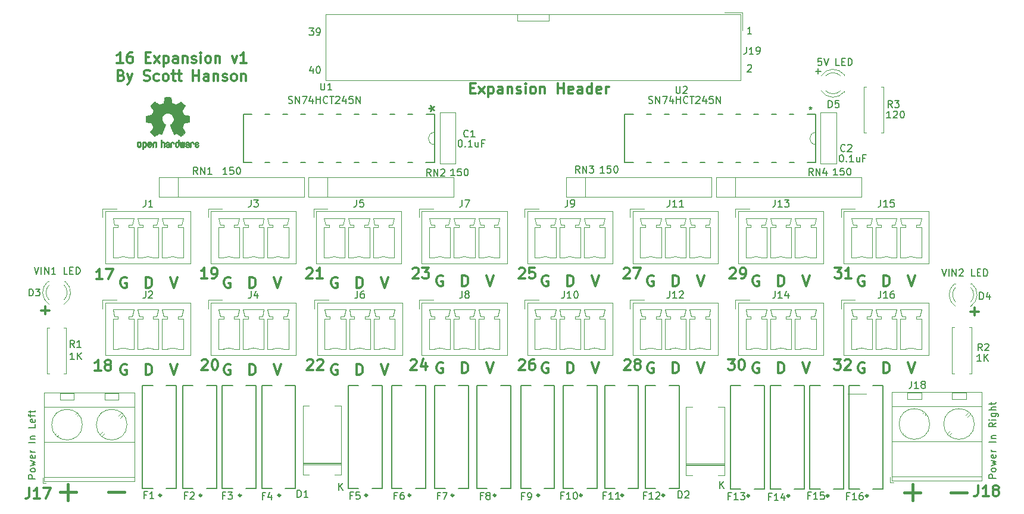
<source format=gbr>
G04 #@! TF.GenerationSoftware,KiCad,Pcbnew,(5.1.4)-1*
G04 #@! TF.CreationDate,2019-12-05T12:41:18-05:00*
G04 #@! TF.ProjectId,PB_16,50425f31-362e-46b6-9963-61645f706362,v1*
G04 #@! TF.SameCoordinates,Original*
G04 #@! TF.FileFunction,Legend,Top*
G04 #@! TF.FilePolarity,Positive*
%FSLAX46Y46*%
G04 Gerber Fmt 4.6, Leading zero omitted, Abs format (unit mm)*
G04 Created by KiCad (PCBNEW (5.1.4)-1) date 2019-12-05 12:41:18*
%MOMM*%
%LPD*%
G04 APERTURE LIST*
%ADD10C,0.300000*%
%ADD11C,0.150000*%
%ADD12C,0.120000*%
%ADD13C,0.400000*%
%ADD14C,0.152400*%
%ADD15C,0.010000*%
%ADD16C,0.127000*%
%ADD17C,0.250000*%
G04 APERTURE END LIST*
D10*
X190286714Y-120296371D02*
X191215285Y-120296371D01*
X190715285Y-120867800D01*
X190929571Y-120867800D01*
X191072428Y-120939228D01*
X191143857Y-121010657D01*
X191215285Y-121153514D01*
X191215285Y-121510657D01*
X191143857Y-121653514D01*
X191072428Y-121724942D01*
X190929571Y-121796371D01*
X190501000Y-121796371D01*
X190358142Y-121724942D01*
X190286714Y-121653514D01*
X192643857Y-121796371D02*
X191786714Y-121796371D01*
X192215285Y-121796371D02*
X192215285Y-120296371D01*
X192072428Y-120510657D01*
X191929571Y-120653514D01*
X191786714Y-120724942D01*
X190186714Y-133296371D02*
X191115285Y-133296371D01*
X190615285Y-133867800D01*
X190829571Y-133867800D01*
X190972428Y-133939228D01*
X191043857Y-134010657D01*
X191115285Y-134153514D01*
X191115285Y-134510657D01*
X191043857Y-134653514D01*
X190972428Y-134724942D01*
X190829571Y-134796371D01*
X190401000Y-134796371D01*
X190258142Y-134724942D01*
X190186714Y-134653514D01*
X191686714Y-133439228D02*
X191758142Y-133367800D01*
X191901000Y-133296371D01*
X192258142Y-133296371D01*
X192401000Y-133367800D01*
X192472428Y-133439228D01*
X192543857Y-133582085D01*
X192543857Y-133724942D01*
X192472428Y-133939228D01*
X191615285Y-134796371D01*
X192543857Y-134796371D01*
X175086714Y-133296371D02*
X176015285Y-133296371D01*
X175515285Y-133867800D01*
X175729571Y-133867800D01*
X175872428Y-133939228D01*
X175943857Y-134010657D01*
X176015285Y-134153514D01*
X176015285Y-134510657D01*
X175943857Y-134653514D01*
X175872428Y-134724942D01*
X175729571Y-134796371D01*
X175301000Y-134796371D01*
X175158142Y-134724942D01*
X175086714Y-134653514D01*
X176943857Y-133296371D02*
X177086714Y-133296371D01*
X177229571Y-133367800D01*
X177301000Y-133439228D01*
X177372428Y-133582085D01*
X177443857Y-133867800D01*
X177443857Y-134224942D01*
X177372428Y-134510657D01*
X177301000Y-134653514D01*
X177229571Y-134724942D01*
X177086714Y-134796371D01*
X176943857Y-134796371D01*
X176801000Y-134724942D01*
X176729571Y-134653514D01*
X176658142Y-134510657D01*
X176586714Y-134224942D01*
X176586714Y-133867800D01*
X176658142Y-133582085D01*
X176729571Y-133439228D01*
X176801000Y-133367800D01*
X176943857Y-133296371D01*
X175358142Y-120439228D02*
X175429571Y-120367800D01*
X175572428Y-120296371D01*
X175929571Y-120296371D01*
X176072428Y-120367800D01*
X176143857Y-120439228D01*
X176215285Y-120582085D01*
X176215285Y-120724942D01*
X176143857Y-120939228D01*
X175286714Y-121796371D01*
X176215285Y-121796371D01*
X176929571Y-121796371D02*
X177215285Y-121796371D01*
X177358142Y-121724942D01*
X177429571Y-121653514D01*
X177572428Y-121439228D01*
X177643857Y-121153514D01*
X177643857Y-120582085D01*
X177572428Y-120439228D01*
X177501000Y-120367800D01*
X177358142Y-120296371D01*
X177072428Y-120296371D01*
X176929571Y-120367800D01*
X176858142Y-120439228D01*
X176786714Y-120582085D01*
X176786714Y-120939228D01*
X176858142Y-121082085D01*
X176929571Y-121153514D01*
X177072428Y-121224942D01*
X177358142Y-121224942D01*
X177501000Y-121153514D01*
X177572428Y-121082085D01*
X177643857Y-120939228D01*
X160358142Y-133439228D02*
X160429571Y-133367800D01*
X160572428Y-133296371D01*
X160929571Y-133296371D01*
X161072428Y-133367800D01*
X161143857Y-133439228D01*
X161215285Y-133582085D01*
X161215285Y-133724942D01*
X161143857Y-133939228D01*
X160286714Y-134796371D01*
X161215285Y-134796371D01*
X162072428Y-133939228D02*
X161929571Y-133867800D01*
X161858142Y-133796371D01*
X161786714Y-133653514D01*
X161786714Y-133582085D01*
X161858142Y-133439228D01*
X161929571Y-133367800D01*
X162072428Y-133296371D01*
X162358142Y-133296371D01*
X162501000Y-133367800D01*
X162572428Y-133439228D01*
X162643857Y-133582085D01*
X162643857Y-133653514D01*
X162572428Y-133796371D01*
X162501000Y-133867800D01*
X162358142Y-133939228D01*
X162072428Y-133939228D01*
X161929571Y-134010657D01*
X161858142Y-134082085D01*
X161786714Y-134224942D01*
X161786714Y-134510657D01*
X161858142Y-134653514D01*
X161929571Y-134724942D01*
X162072428Y-134796371D01*
X162358142Y-134796371D01*
X162501000Y-134724942D01*
X162572428Y-134653514D01*
X162643857Y-134510657D01*
X162643857Y-134224942D01*
X162572428Y-134082085D01*
X162501000Y-134010657D01*
X162358142Y-133939228D01*
X160258142Y-120439228D02*
X160329571Y-120367800D01*
X160472428Y-120296371D01*
X160829571Y-120296371D01*
X160972428Y-120367800D01*
X161043857Y-120439228D01*
X161115285Y-120582085D01*
X161115285Y-120724942D01*
X161043857Y-120939228D01*
X160186714Y-121796371D01*
X161115285Y-121796371D01*
X161615285Y-120296371D02*
X162615285Y-120296371D01*
X161972428Y-121796371D01*
X145358142Y-133439228D02*
X145429571Y-133367800D01*
X145572428Y-133296371D01*
X145929571Y-133296371D01*
X146072428Y-133367800D01*
X146143857Y-133439228D01*
X146215285Y-133582085D01*
X146215285Y-133724942D01*
X146143857Y-133939228D01*
X145286714Y-134796371D01*
X146215285Y-134796371D01*
X147501000Y-133296371D02*
X147215285Y-133296371D01*
X147072428Y-133367800D01*
X147001000Y-133439228D01*
X146858142Y-133653514D01*
X146786714Y-133939228D01*
X146786714Y-134510657D01*
X146858142Y-134653514D01*
X146929571Y-134724942D01*
X147072428Y-134796371D01*
X147358142Y-134796371D01*
X147501000Y-134724942D01*
X147572428Y-134653514D01*
X147643857Y-134510657D01*
X147643857Y-134153514D01*
X147572428Y-134010657D01*
X147501000Y-133939228D01*
X147358142Y-133867800D01*
X147072428Y-133867800D01*
X146929571Y-133939228D01*
X146858142Y-134010657D01*
X146786714Y-134153514D01*
X145358142Y-120439228D02*
X145429571Y-120367800D01*
X145572428Y-120296371D01*
X145929571Y-120296371D01*
X146072428Y-120367800D01*
X146143857Y-120439228D01*
X146215285Y-120582085D01*
X146215285Y-120724942D01*
X146143857Y-120939228D01*
X145286714Y-121796371D01*
X146215285Y-121796371D01*
X147572428Y-120296371D02*
X146858142Y-120296371D01*
X146786714Y-121010657D01*
X146858142Y-120939228D01*
X147001000Y-120867800D01*
X147358142Y-120867800D01*
X147501000Y-120939228D01*
X147572428Y-121010657D01*
X147643857Y-121153514D01*
X147643857Y-121510657D01*
X147572428Y-121653514D01*
X147501000Y-121724942D01*
X147358142Y-121796371D01*
X147001000Y-121796371D01*
X146858142Y-121724942D01*
X146786714Y-121653514D01*
X129958142Y-133439228D02*
X130029571Y-133367800D01*
X130172428Y-133296371D01*
X130529571Y-133296371D01*
X130672428Y-133367800D01*
X130743857Y-133439228D01*
X130815285Y-133582085D01*
X130815285Y-133724942D01*
X130743857Y-133939228D01*
X129886714Y-134796371D01*
X130815285Y-134796371D01*
X132101000Y-133796371D02*
X132101000Y-134796371D01*
X131743857Y-133224942D02*
X131386714Y-134296371D01*
X132315285Y-134296371D01*
X130258142Y-120439228D02*
X130329571Y-120367800D01*
X130472428Y-120296371D01*
X130829571Y-120296371D01*
X130972428Y-120367800D01*
X131043857Y-120439228D01*
X131115285Y-120582085D01*
X131115285Y-120724942D01*
X131043857Y-120939228D01*
X130186714Y-121796371D01*
X131115285Y-121796371D01*
X131615285Y-120296371D02*
X132543857Y-120296371D01*
X132043857Y-120867800D01*
X132258142Y-120867800D01*
X132401000Y-120939228D01*
X132472428Y-121010657D01*
X132543857Y-121153514D01*
X132543857Y-121510657D01*
X132472428Y-121653514D01*
X132401000Y-121724942D01*
X132258142Y-121796371D01*
X131829571Y-121796371D01*
X131686714Y-121724942D01*
X131615285Y-121653514D01*
X115258142Y-133439228D02*
X115329571Y-133367800D01*
X115472428Y-133296371D01*
X115829571Y-133296371D01*
X115972428Y-133367800D01*
X116043857Y-133439228D01*
X116115285Y-133582085D01*
X116115285Y-133724942D01*
X116043857Y-133939228D01*
X115186714Y-134796371D01*
X116115285Y-134796371D01*
X116686714Y-133439228D02*
X116758142Y-133367800D01*
X116901000Y-133296371D01*
X117258142Y-133296371D01*
X117401000Y-133367800D01*
X117472428Y-133439228D01*
X117543857Y-133582085D01*
X117543857Y-133724942D01*
X117472428Y-133939228D01*
X116615285Y-134796371D01*
X117543857Y-134796371D01*
X115158142Y-120439228D02*
X115229571Y-120367800D01*
X115372428Y-120296371D01*
X115729571Y-120296371D01*
X115872428Y-120367800D01*
X115943857Y-120439228D01*
X116015285Y-120582085D01*
X116015285Y-120724942D01*
X115943857Y-120939228D01*
X115086714Y-121796371D01*
X116015285Y-121796371D01*
X117443857Y-121796371D02*
X116586714Y-121796371D01*
X117015285Y-121796371D02*
X117015285Y-120296371D01*
X116872428Y-120510657D01*
X116729571Y-120653514D01*
X116586714Y-120724942D01*
X100258142Y-133439228D02*
X100329571Y-133367800D01*
X100472428Y-133296371D01*
X100829571Y-133296371D01*
X100972428Y-133367800D01*
X101043857Y-133439228D01*
X101115285Y-133582085D01*
X101115285Y-133724942D01*
X101043857Y-133939228D01*
X100186714Y-134796371D01*
X101115285Y-134796371D01*
X102043857Y-133296371D02*
X102186714Y-133296371D01*
X102329571Y-133367800D01*
X102401000Y-133439228D01*
X102472428Y-133582085D01*
X102543857Y-133867800D01*
X102543857Y-134224942D01*
X102472428Y-134510657D01*
X102401000Y-134653514D01*
X102329571Y-134724942D01*
X102186714Y-134796371D01*
X102043857Y-134796371D01*
X101901000Y-134724942D01*
X101829571Y-134653514D01*
X101758142Y-134510657D01*
X101686714Y-134224942D01*
X101686714Y-133867800D01*
X101758142Y-133582085D01*
X101829571Y-133439228D01*
X101901000Y-133367800D01*
X102043857Y-133296371D01*
X101015285Y-121796371D02*
X100158142Y-121796371D01*
X100586714Y-121796371D02*
X100586714Y-120296371D01*
X100443857Y-120510657D01*
X100301000Y-120653514D01*
X100158142Y-120724942D01*
X101729571Y-121796371D02*
X102015285Y-121796371D01*
X102158142Y-121724942D01*
X102229571Y-121653514D01*
X102372428Y-121439228D01*
X102443857Y-121153514D01*
X102443857Y-120582085D01*
X102372428Y-120439228D01*
X102301000Y-120367800D01*
X102158142Y-120296371D01*
X101872428Y-120296371D01*
X101729571Y-120367800D01*
X101658142Y-120439228D01*
X101586714Y-120582085D01*
X101586714Y-120939228D01*
X101658142Y-121082085D01*
X101729571Y-121153514D01*
X101872428Y-121224942D01*
X102158142Y-121224942D01*
X102301000Y-121153514D01*
X102372428Y-121082085D01*
X102443857Y-120939228D01*
X86115285Y-121896371D02*
X85258142Y-121896371D01*
X85686714Y-121896371D02*
X85686714Y-120396371D01*
X85543857Y-120610657D01*
X85401000Y-120753514D01*
X85258142Y-120824942D01*
X86615285Y-120396371D02*
X87615285Y-120396371D01*
X86972428Y-121896371D01*
X85915285Y-134896371D02*
X85058142Y-134896371D01*
X85486714Y-134896371D02*
X85486714Y-133396371D01*
X85343857Y-133610657D01*
X85201000Y-133753514D01*
X85058142Y-133824942D01*
X86772428Y-134039228D02*
X86629571Y-133967800D01*
X86558142Y-133896371D01*
X86486714Y-133753514D01*
X86486714Y-133682085D01*
X86558142Y-133539228D01*
X86629571Y-133467800D01*
X86772428Y-133396371D01*
X87058142Y-133396371D01*
X87201000Y-133467800D01*
X87272428Y-133539228D01*
X87343857Y-133682085D01*
X87343857Y-133753514D01*
X87272428Y-133896371D01*
X87201000Y-133967800D01*
X87058142Y-134039228D01*
X86772428Y-134039228D01*
X86629571Y-134110657D01*
X86558142Y-134182085D01*
X86486714Y-134324942D01*
X86486714Y-134610657D01*
X86558142Y-134753514D01*
X86629571Y-134824942D01*
X86772428Y-134896371D01*
X87058142Y-134896371D01*
X87201000Y-134824942D01*
X87272428Y-134753514D01*
X87343857Y-134610657D01*
X87343857Y-134324942D01*
X87272428Y-134182085D01*
X87201000Y-134110657D01*
X87058142Y-134039228D01*
D11*
X115533876Y-86179380D02*
X116152923Y-86179380D01*
X115819590Y-86560333D01*
X115962447Y-86560333D01*
X116057685Y-86607952D01*
X116105304Y-86655571D01*
X116152923Y-86750809D01*
X116152923Y-86988904D01*
X116105304Y-87084142D01*
X116057685Y-87131761D01*
X115962447Y-87179380D01*
X115676733Y-87179380D01*
X115581495Y-87131761D01*
X115533876Y-87084142D01*
X116629114Y-87179380D02*
X116819590Y-87179380D01*
X116914828Y-87131761D01*
X116962447Y-87084142D01*
X117057685Y-86941285D01*
X117105304Y-86750809D01*
X117105304Y-86369857D01*
X117057685Y-86274619D01*
X117010066Y-86227000D01*
X116914828Y-86179380D01*
X116724352Y-86179380D01*
X116629114Y-86227000D01*
X116581495Y-86274619D01*
X116533876Y-86369857D01*
X116533876Y-86607952D01*
X116581495Y-86703190D01*
X116629114Y-86750809D01*
X116724352Y-86798428D01*
X116914828Y-86798428D01*
X117010066Y-86750809D01*
X117057685Y-86703190D01*
X117105304Y-86607952D01*
X116057685Y-91922914D02*
X116057685Y-92589580D01*
X115819590Y-91541961D02*
X115581495Y-92256247D01*
X116200542Y-92256247D01*
X116771971Y-91589580D02*
X116867209Y-91589580D01*
X116962447Y-91637200D01*
X117010066Y-91684819D01*
X117057685Y-91780057D01*
X117105304Y-91970533D01*
X117105304Y-92208628D01*
X117057685Y-92399104D01*
X117010066Y-92494342D01*
X116962447Y-92541961D01*
X116867209Y-92589580D01*
X116771971Y-92589580D01*
X116676733Y-92541961D01*
X116629114Y-92494342D01*
X116581495Y-92399104D01*
X116533876Y-92208628D01*
X116533876Y-91970533D01*
X116581495Y-91780057D01*
X116629114Y-91684819D01*
X116676733Y-91637200D01*
X116771971Y-91589580D01*
D10*
X89043857Y-91121371D02*
X88186714Y-91121371D01*
X88615285Y-91121371D02*
X88615285Y-89621371D01*
X88472428Y-89835657D01*
X88329571Y-89978514D01*
X88186714Y-90049942D01*
X90329571Y-89621371D02*
X90043857Y-89621371D01*
X89901000Y-89692800D01*
X89829571Y-89764228D01*
X89686714Y-89978514D01*
X89615285Y-90264228D01*
X89615285Y-90835657D01*
X89686714Y-90978514D01*
X89758142Y-91049942D01*
X89901000Y-91121371D01*
X90186714Y-91121371D01*
X90329571Y-91049942D01*
X90401000Y-90978514D01*
X90472428Y-90835657D01*
X90472428Y-90478514D01*
X90401000Y-90335657D01*
X90329571Y-90264228D01*
X90186714Y-90192800D01*
X89901000Y-90192800D01*
X89758142Y-90264228D01*
X89686714Y-90335657D01*
X89615285Y-90478514D01*
X92258142Y-90335657D02*
X92758142Y-90335657D01*
X92972428Y-91121371D02*
X92258142Y-91121371D01*
X92258142Y-89621371D01*
X92972428Y-89621371D01*
X93472428Y-91121371D02*
X94258142Y-90121371D01*
X93472428Y-90121371D02*
X94258142Y-91121371D01*
X94829571Y-90121371D02*
X94829571Y-91621371D01*
X94829571Y-90192800D02*
X94972428Y-90121371D01*
X95258142Y-90121371D01*
X95401000Y-90192800D01*
X95472428Y-90264228D01*
X95543857Y-90407085D01*
X95543857Y-90835657D01*
X95472428Y-90978514D01*
X95401000Y-91049942D01*
X95258142Y-91121371D01*
X94972428Y-91121371D01*
X94829571Y-91049942D01*
X96829571Y-91121371D02*
X96829571Y-90335657D01*
X96758142Y-90192800D01*
X96615285Y-90121371D01*
X96329571Y-90121371D01*
X96186714Y-90192800D01*
X96829571Y-91049942D02*
X96686714Y-91121371D01*
X96329571Y-91121371D01*
X96186714Y-91049942D01*
X96115285Y-90907085D01*
X96115285Y-90764228D01*
X96186714Y-90621371D01*
X96329571Y-90549942D01*
X96686714Y-90549942D01*
X96829571Y-90478514D01*
X97543857Y-90121371D02*
X97543857Y-91121371D01*
X97543857Y-90264228D02*
X97615285Y-90192800D01*
X97758142Y-90121371D01*
X97972428Y-90121371D01*
X98115285Y-90192800D01*
X98186714Y-90335657D01*
X98186714Y-91121371D01*
X98829571Y-91049942D02*
X98972428Y-91121371D01*
X99258142Y-91121371D01*
X99401000Y-91049942D01*
X99472428Y-90907085D01*
X99472428Y-90835657D01*
X99401000Y-90692800D01*
X99258142Y-90621371D01*
X99043857Y-90621371D01*
X98901000Y-90549942D01*
X98829571Y-90407085D01*
X98829571Y-90335657D01*
X98901000Y-90192800D01*
X99043857Y-90121371D01*
X99258142Y-90121371D01*
X99401000Y-90192800D01*
X100115285Y-91121371D02*
X100115285Y-90121371D01*
X100115285Y-89621371D02*
X100043857Y-89692800D01*
X100115285Y-89764228D01*
X100186714Y-89692800D01*
X100115285Y-89621371D01*
X100115285Y-89764228D01*
X101043857Y-91121371D02*
X100901000Y-91049942D01*
X100829571Y-90978514D01*
X100758142Y-90835657D01*
X100758142Y-90407085D01*
X100829571Y-90264228D01*
X100901000Y-90192800D01*
X101043857Y-90121371D01*
X101258142Y-90121371D01*
X101401000Y-90192800D01*
X101472428Y-90264228D01*
X101543857Y-90407085D01*
X101543857Y-90835657D01*
X101472428Y-90978514D01*
X101401000Y-91049942D01*
X101258142Y-91121371D01*
X101043857Y-91121371D01*
X102186714Y-90121371D02*
X102186714Y-91121371D01*
X102186714Y-90264228D02*
X102258142Y-90192800D01*
X102401000Y-90121371D01*
X102615285Y-90121371D01*
X102758142Y-90192800D01*
X102829571Y-90335657D01*
X102829571Y-91121371D01*
X104543857Y-90121371D02*
X104901000Y-91121371D01*
X105258142Y-90121371D01*
X106615285Y-91121371D02*
X105758142Y-91121371D01*
X106186714Y-91121371D02*
X106186714Y-89621371D01*
X106043857Y-89835657D01*
X105901000Y-89978514D01*
X105758142Y-90049942D01*
X88793857Y-92885657D02*
X89008142Y-92957085D01*
X89079571Y-93028514D01*
X89151000Y-93171371D01*
X89151000Y-93385657D01*
X89079571Y-93528514D01*
X89008142Y-93599942D01*
X88865285Y-93671371D01*
X88293857Y-93671371D01*
X88293857Y-92171371D01*
X88793857Y-92171371D01*
X88936714Y-92242800D01*
X89008142Y-92314228D01*
X89079571Y-92457085D01*
X89079571Y-92599942D01*
X89008142Y-92742800D01*
X88936714Y-92814228D01*
X88793857Y-92885657D01*
X88293857Y-92885657D01*
X89651000Y-92671371D02*
X90008142Y-93671371D01*
X90365285Y-92671371D02*
X90008142Y-93671371D01*
X89865285Y-94028514D01*
X89793857Y-94099942D01*
X89651000Y-94171371D01*
X92008142Y-93599942D02*
X92222428Y-93671371D01*
X92579571Y-93671371D01*
X92722428Y-93599942D01*
X92793857Y-93528514D01*
X92865285Y-93385657D01*
X92865285Y-93242800D01*
X92793857Y-93099942D01*
X92722428Y-93028514D01*
X92579571Y-92957085D01*
X92293857Y-92885657D01*
X92151000Y-92814228D01*
X92079571Y-92742800D01*
X92008142Y-92599942D01*
X92008142Y-92457085D01*
X92079571Y-92314228D01*
X92151000Y-92242800D01*
X92293857Y-92171371D01*
X92651000Y-92171371D01*
X92865285Y-92242800D01*
X94151000Y-93599942D02*
X94008142Y-93671371D01*
X93722428Y-93671371D01*
X93579571Y-93599942D01*
X93508142Y-93528514D01*
X93436714Y-93385657D01*
X93436714Y-92957085D01*
X93508142Y-92814228D01*
X93579571Y-92742800D01*
X93722428Y-92671371D01*
X94008142Y-92671371D01*
X94151000Y-92742800D01*
X95008142Y-93671371D02*
X94865285Y-93599942D01*
X94793857Y-93528514D01*
X94722428Y-93385657D01*
X94722428Y-92957085D01*
X94793857Y-92814228D01*
X94865285Y-92742800D01*
X95008142Y-92671371D01*
X95222428Y-92671371D01*
X95365285Y-92742800D01*
X95436714Y-92814228D01*
X95508142Y-92957085D01*
X95508142Y-93385657D01*
X95436714Y-93528514D01*
X95365285Y-93599942D01*
X95222428Y-93671371D01*
X95008142Y-93671371D01*
X95936714Y-92671371D02*
X96508142Y-92671371D01*
X96151000Y-92171371D02*
X96151000Y-93457085D01*
X96222428Y-93599942D01*
X96365285Y-93671371D01*
X96508142Y-93671371D01*
X96793857Y-92671371D02*
X97365285Y-92671371D01*
X97008142Y-92171371D02*
X97008142Y-93457085D01*
X97079571Y-93599942D01*
X97222428Y-93671371D01*
X97365285Y-93671371D01*
X99008142Y-93671371D02*
X99008142Y-92171371D01*
X99008142Y-92885657D02*
X99865285Y-92885657D01*
X99865285Y-93671371D02*
X99865285Y-92171371D01*
X101222428Y-93671371D02*
X101222428Y-92885657D01*
X101151000Y-92742800D01*
X101008142Y-92671371D01*
X100722428Y-92671371D01*
X100579571Y-92742800D01*
X101222428Y-93599942D02*
X101079571Y-93671371D01*
X100722428Y-93671371D01*
X100579571Y-93599942D01*
X100508142Y-93457085D01*
X100508142Y-93314228D01*
X100579571Y-93171371D01*
X100722428Y-93099942D01*
X101079571Y-93099942D01*
X101222428Y-93028514D01*
X101936714Y-92671371D02*
X101936714Y-93671371D01*
X101936714Y-92814228D02*
X102008142Y-92742800D01*
X102151000Y-92671371D01*
X102365285Y-92671371D01*
X102508142Y-92742800D01*
X102579571Y-92885657D01*
X102579571Y-93671371D01*
X103222428Y-93599942D02*
X103365285Y-93671371D01*
X103651000Y-93671371D01*
X103793857Y-93599942D01*
X103865285Y-93457085D01*
X103865285Y-93385657D01*
X103793857Y-93242800D01*
X103651000Y-93171371D01*
X103436714Y-93171371D01*
X103293857Y-93099942D01*
X103222428Y-92957085D01*
X103222428Y-92885657D01*
X103293857Y-92742800D01*
X103436714Y-92671371D01*
X103651000Y-92671371D01*
X103793857Y-92742800D01*
X104722428Y-93671371D02*
X104579571Y-93599942D01*
X104508142Y-93528514D01*
X104436714Y-93385657D01*
X104436714Y-92957085D01*
X104508142Y-92814228D01*
X104579571Y-92742800D01*
X104722428Y-92671371D01*
X104936714Y-92671371D01*
X105079571Y-92742800D01*
X105151000Y-92814228D01*
X105222428Y-92957085D01*
X105222428Y-93385657D01*
X105151000Y-93528514D01*
X105079571Y-93599942D01*
X104936714Y-93671371D01*
X104722428Y-93671371D01*
X105865285Y-92671371D02*
X105865285Y-93671371D01*
X105865285Y-92814228D02*
X105936714Y-92742800D01*
X106079571Y-92671371D01*
X106293857Y-92671371D01*
X106436714Y-92742800D01*
X106508142Y-92885657D01*
X106508142Y-93671371D01*
D11*
X177857685Y-91484819D02*
X177905304Y-91437200D01*
X178000542Y-91389580D01*
X178238638Y-91389580D01*
X178333876Y-91437200D01*
X178381495Y-91484819D01*
X178429114Y-91580057D01*
X178429114Y-91675295D01*
X178381495Y-91818152D01*
X177810066Y-92389580D01*
X178429114Y-92389580D01*
X178429114Y-86979380D02*
X177857685Y-86979380D01*
X178143400Y-86979380D02*
X178143400Y-85979380D01*
X178048161Y-86122238D01*
X177952923Y-86217476D01*
X177857685Y-86265095D01*
D12*
X149612600Y-85088600D02*
X149612600Y-84288600D01*
X145112600Y-85088600D02*
X149612600Y-85088600D01*
X145112600Y-84288600D02*
X145112600Y-85088600D01*
D10*
X77429571Y-126324942D02*
X78572428Y-126324942D01*
X78001000Y-126896371D02*
X78001000Y-125753514D01*
X209601771Y-126494142D02*
X210744628Y-126494142D01*
X210173200Y-127065571D02*
X210173200Y-125922714D01*
D11*
X187520047Y-92289228D02*
X188281952Y-92289228D01*
X187901000Y-92670180D02*
X187901000Y-91908276D01*
D13*
X200179742Y-152233285D02*
X202465457Y-152233285D01*
X201322600Y-153376142D02*
X201322600Y-151090428D01*
D10*
X164476857Y-133824000D02*
X164334000Y-133752571D01*
X164119714Y-133752571D01*
X163905428Y-133824000D01*
X163762571Y-133966857D01*
X163691142Y-134109714D01*
X163619714Y-134395428D01*
X163619714Y-134609714D01*
X163691142Y-134895428D01*
X163762571Y-135038285D01*
X163905428Y-135181142D01*
X164119714Y-135252571D01*
X164262571Y-135252571D01*
X164476857Y-135181142D01*
X164548285Y-135109714D01*
X164548285Y-134609714D01*
X164262571Y-134609714D01*
X152261142Y-135252571D02*
X152261142Y-133752571D01*
X152618285Y-133752571D01*
X152832571Y-133824000D01*
X152975428Y-133966857D01*
X153046857Y-134109714D01*
X153118285Y-134395428D01*
X153118285Y-134609714D01*
X153046857Y-134895428D01*
X152975428Y-135038285D01*
X152832571Y-135181142D01*
X152618285Y-135252571D01*
X152261142Y-135252571D01*
X125738000Y-134006571D02*
X126238000Y-135506571D01*
X126738000Y-134006571D01*
X140724000Y-133752571D02*
X141224000Y-135252571D01*
X141724000Y-133752571D01*
X92317142Y-135506571D02*
X92317142Y-134006571D01*
X92674285Y-134006571D01*
X92888571Y-134078000D01*
X93031428Y-134220857D01*
X93102857Y-134363714D01*
X93174285Y-134649428D01*
X93174285Y-134863714D01*
X93102857Y-135149428D01*
X93031428Y-135292285D01*
X92888571Y-135435142D01*
X92674285Y-135506571D01*
X92317142Y-135506571D01*
X89546857Y-134078000D02*
X89404000Y-134006571D01*
X89189714Y-134006571D01*
X88975428Y-134078000D01*
X88832571Y-134220857D01*
X88761142Y-134363714D01*
X88689714Y-134649428D01*
X88689714Y-134863714D01*
X88761142Y-135149428D01*
X88832571Y-135292285D01*
X88975428Y-135435142D01*
X89189714Y-135506571D01*
X89332571Y-135506571D01*
X89546857Y-135435142D01*
X89618285Y-135363714D01*
X89618285Y-134863714D01*
X89332571Y-134863714D01*
X110498000Y-134006571D02*
X110998000Y-135506571D01*
X111498000Y-134006571D01*
X134504857Y-133824000D02*
X134362000Y-133752571D01*
X134147714Y-133752571D01*
X133933428Y-133824000D01*
X133790571Y-133966857D01*
X133719142Y-134109714D01*
X133647714Y-134395428D01*
X133647714Y-134609714D01*
X133719142Y-134895428D01*
X133790571Y-135038285D01*
X133933428Y-135181142D01*
X134147714Y-135252571D01*
X134290571Y-135252571D01*
X134504857Y-135181142D01*
X134576285Y-135109714D01*
X134576285Y-134609714D01*
X134290571Y-134609714D01*
X149490857Y-133824000D02*
X149348000Y-133752571D01*
X149133714Y-133752571D01*
X148919428Y-133824000D01*
X148776571Y-133966857D01*
X148705142Y-134109714D01*
X148633714Y-134395428D01*
X148633714Y-134609714D01*
X148705142Y-134895428D01*
X148776571Y-135038285D01*
X148919428Y-135181142D01*
X149133714Y-135252571D01*
X149276571Y-135252571D01*
X149490857Y-135181142D01*
X149562285Y-135109714D01*
X149562285Y-134609714D01*
X149276571Y-134609714D01*
X155710000Y-133752571D02*
X156210000Y-135252571D01*
X156710000Y-133752571D01*
X95766000Y-134006571D02*
X96266000Y-135506571D01*
X96766000Y-134006571D01*
X182233142Y-135252571D02*
X182233142Y-133752571D01*
X182590285Y-133752571D01*
X182804571Y-133824000D01*
X182947428Y-133966857D01*
X183018857Y-134109714D01*
X183090285Y-134395428D01*
X183090285Y-134609714D01*
X183018857Y-134895428D01*
X182947428Y-135038285D01*
X182804571Y-135181142D01*
X182590285Y-135252571D01*
X182233142Y-135252571D01*
X107049142Y-135506571D02*
X107049142Y-134006571D01*
X107406285Y-134006571D01*
X107620571Y-134078000D01*
X107763428Y-134220857D01*
X107834857Y-134363714D01*
X107906285Y-134649428D01*
X107906285Y-134863714D01*
X107834857Y-135149428D01*
X107763428Y-135292285D01*
X107620571Y-135435142D01*
X107406285Y-135506571D01*
X107049142Y-135506571D01*
X137275142Y-135252571D02*
X137275142Y-133752571D01*
X137632285Y-133752571D01*
X137846571Y-133824000D01*
X137989428Y-133966857D01*
X138060857Y-134109714D01*
X138132285Y-134395428D01*
X138132285Y-134609714D01*
X138060857Y-134895428D01*
X137989428Y-135038285D01*
X137846571Y-135181142D01*
X137632285Y-135252571D01*
X137275142Y-135252571D01*
X194448857Y-133824000D02*
X194306000Y-133752571D01*
X194091714Y-133752571D01*
X193877428Y-133824000D01*
X193734571Y-133966857D01*
X193663142Y-134109714D01*
X193591714Y-134395428D01*
X193591714Y-134609714D01*
X193663142Y-134895428D01*
X193734571Y-135038285D01*
X193877428Y-135181142D01*
X194091714Y-135252571D01*
X194234571Y-135252571D01*
X194448857Y-135181142D01*
X194520285Y-135109714D01*
X194520285Y-134609714D01*
X194234571Y-134609714D01*
X197219142Y-135252571D02*
X197219142Y-133752571D01*
X197576285Y-133752571D01*
X197790571Y-133824000D01*
X197933428Y-133966857D01*
X198004857Y-134109714D01*
X198076285Y-134395428D01*
X198076285Y-134609714D01*
X198004857Y-134895428D01*
X197933428Y-135038285D01*
X197790571Y-135181142D01*
X197576285Y-135252571D01*
X197219142Y-135252571D01*
X200668000Y-133752571D02*
X201168000Y-135252571D01*
X201668000Y-133752571D01*
X179462857Y-133824000D02*
X179320000Y-133752571D01*
X179105714Y-133752571D01*
X178891428Y-133824000D01*
X178748571Y-133966857D01*
X178677142Y-134109714D01*
X178605714Y-134395428D01*
X178605714Y-134609714D01*
X178677142Y-134895428D01*
X178748571Y-135038285D01*
X178891428Y-135181142D01*
X179105714Y-135252571D01*
X179248571Y-135252571D01*
X179462857Y-135181142D01*
X179534285Y-135109714D01*
X179534285Y-134609714D01*
X179248571Y-134609714D01*
X119518857Y-134078000D02*
X119376000Y-134006571D01*
X119161714Y-134006571D01*
X118947428Y-134078000D01*
X118804571Y-134220857D01*
X118733142Y-134363714D01*
X118661714Y-134649428D01*
X118661714Y-134863714D01*
X118733142Y-135149428D01*
X118804571Y-135292285D01*
X118947428Y-135435142D01*
X119161714Y-135506571D01*
X119304571Y-135506571D01*
X119518857Y-135435142D01*
X119590285Y-135363714D01*
X119590285Y-134863714D01*
X119304571Y-134863714D01*
X185682000Y-133752571D02*
X186182000Y-135252571D01*
X186682000Y-133752571D01*
X167247142Y-135252571D02*
X167247142Y-133752571D01*
X167604285Y-133752571D01*
X167818571Y-133824000D01*
X167961428Y-133966857D01*
X168032857Y-134109714D01*
X168104285Y-134395428D01*
X168104285Y-134609714D01*
X168032857Y-134895428D01*
X167961428Y-135038285D01*
X167818571Y-135181142D01*
X167604285Y-135252571D01*
X167247142Y-135252571D01*
X170696000Y-133752571D02*
X171196000Y-135252571D01*
X171696000Y-133752571D01*
X122289142Y-135506571D02*
X122289142Y-134006571D01*
X122646285Y-134006571D01*
X122860571Y-134078000D01*
X123003428Y-134220857D01*
X123074857Y-134363714D01*
X123146285Y-134649428D01*
X123146285Y-134863714D01*
X123074857Y-135149428D01*
X123003428Y-135292285D01*
X122860571Y-135435142D01*
X122646285Y-135506571D01*
X122289142Y-135506571D01*
X104278857Y-134078000D02*
X104136000Y-134006571D01*
X103921714Y-134006571D01*
X103707428Y-134078000D01*
X103564571Y-134220857D01*
X103493142Y-134363714D01*
X103421714Y-134649428D01*
X103421714Y-134863714D01*
X103493142Y-135149428D01*
X103564571Y-135292285D01*
X103707428Y-135435142D01*
X103921714Y-135506571D01*
X104064571Y-135506571D01*
X104278857Y-135435142D01*
X104350285Y-135363714D01*
X104350285Y-134863714D01*
X104064571Y-134863714D01*
D12*
X194741800Y-138188700D02*
X192112900Y-138188700D01*
D13*
X80072242Y-152213285D02*
X82357957Y-152213285D01*
X81215100Y-153356142D02*
X81215100Y-151070428D01*
X86930242Y-152213285D02*
X89215957Y-152213285D01*
X206794242Y-152233285D02*
X209079957Y-152233285D01*
D10*
X95766000Y-121606571D02*
X96266000Y-123106571D01*
X96766000Y-121606571D01*
X89546857Y-121678000D02*
X89404000Y-121606571D01*
X89189714Y-121606571D01*
X88975428Y-121678000D01*
X88832571Y-121820857D01*
X88761142Y-121963714D01*
X88689714Y-122249428D01*
X88689714Y-122463714D01*
X88761142Y-122749428D01*
X88832571Y-122892285D01*
X88975428Y-123035142D01*
X89189714Y-123106571D01*
X89332571Y-123106571D01*
X89546857Y-123035142D01*
X89618285Y-122963714D01*
X89618285Y-122463714D01*
X89332571Y-122463714D01*
X92317142Y-123106571D02*
X92317142Y-121606571D01*
X92674285Y-121606571D01*
X92888571Y-121678000D01*
X93031428Y-121820857D01*
X93102857Y-121963714D01*
X93174285Y-122249428D01*
X93174285Y-122463714D01*
X93102857Y-122749428D01*
X93031428Y-122892285D01*
X92888571Y-123035142D01*
X92674285Y-123106571D01*
X92317142Y-123106571D01*
X110498000Y-121606571D02*
X110998000Y-123106571D01*
X111498000Y-121606571D01*
X104278857Y-121678000D02*
X104136000Y-121606571D01*
X103921714Y-121606571D01*
X103707428Y-121678000D01*
X103564571Y-121820857D01*
X103493142Y-121963714D01*
X103421714Y-122249428D01*
X103421714Y-122463714D01*
X103493142Y-122749428D01*
X103564571Y-122892285D01*
X103707428Y-123035142D01*
X103921714Y-123106571D01*
X104064571Y-123106571D01*
X104278857Y-123035142D01*
X104350285Y-122963714D01*
X104350285Y-122463714D01*
X104064571Y-122463714D01*
X107049142Y-123106571D02*
X107049142Y-121606571D01*
X107406285Y-121606571D01*
X107620571Y-121678000D01*
X107763428Y-121820857D01*
X107834857Y-121963714D01*
X107906285Y-122249428D01*
X107906285Y-122463714D01*
X107834857Y-122749428D01*
X107763428Y-122892285D01*
X107620571Y-123035142D01*
X107406285Y-123106571D01*
X107049142Y-123106571D01*
X125738000Y-121606571D02*
X126238000Y-123106571D01*
X126738000Y-121606571D01*
X119518857Y-121678000D02*
X119376000Y-121606571D01*
X119161714Y-121606571D01*
X118947428Y-121678000D01*
X118804571Y-121820857D01*
X118733142Y-121963714D01*
X118661714Y-122249428D01*
X118661714Y-122463714D01*
X118733142Y-122749428D01*
X118804571Y-122892285D01*
X118947428Y-123035142D01*
X119161714Y-123106571D01*
X119304571Y-123106571D01*
X119518857Y-123035142D01*
X119590285Y-122963714D01*
X119590285Y-122463714D01*
X119304571Y-122463714D01*
X122289142Y-123106571D02*
X122289142Y-121606571D01*
X122646285Y-121606571D01*
X122860571Y-121678000D01*
X123003428Y-121820857D01*
X123074857Y-121963714D01*
X123146285Y-122249428D01*
X123146285Y-122463714D01*
X123074857Y-122749428D01*
X123003428Y-122892285D01*
X122860571Y-123035142D01*
X122646285Y-123106571D01*
X122289142Y-123106571D01*
X140724000Y-121352571D02*
X141224000Y-122852571D01*
X141724000Y-121352571D01*
X134504857Y-121424000D02*
X134362000Y-121352571D01*
X134147714Y-121352571D01*
X133933428Y-121424000D01*
X133790571Y-121566857D01*
X133719142Y-121709714D01*
X133647714Y-121995428D01*
X133647714Y-122209714D01*
X133719142Y-122495428D01*
X133790571Y-122638285D01*
X133933428Y-122781142D01*
X134147714Y-122852571D01*
X134290571Y-122852571D01*
X134504857Y-122781142D01*
X134576285Y-122709714D01*
X134576285Y-122209714D01*
X134290571Y-122209714D01*
X137275142Y-122852571D02*
X137275142Y-121352571D01*
X137632285Y-121352571D01*
X137846571Y-121424000D01*
X137989428Y-121566857D01*
X138060857Y-121709714D01*
X138132285Y-121995428D01*
X138132285Y-122209714D01*
X138060857Y-122495428D01*
X137989428Y-122638285D01*
X137846571Y-122781142D01*
X137632285Y-122852571D01*
X137275142Y-122852571D01*
X155710000Y-121352571D02*
X156210000Y-122852571D01*
X156710000Y-121352571D01*
X149490857Y-121424000D02*
X149348000Y-121352571D01*
X149133714Y-121352571D01*
X148919428Y-121424000D01*
X148776571Y-121566857D01*
X148705142Y-121709714D01*
X148633714Y-121995428D01*
X148633714Y-122209714D01*
X148705142Y-122495428D01*
X148776571Y-122638285D01*
X148919428Y-122781142D01*
X149133714Y-122852571D01*
X149276571Y-122852571D01*
X149490857Y-122781142D01*
X149562285Y-122709714D01*
X149562285Y-122209714D01*
X149276571Y-122209714D01*
X152261142Y-122852571D02*
X152261142Y-121352571D01*
X152618285Y-121352571D01*
X152832571Y-121424000D01*
X152975428Y-121566857D01*
X153046857Y-121709714D01*
X153118285Y-121995428D01*
X153118285Y-122209714D01*
X153046857Y-122495428D01*
X152975428Y-122638285D01*
X152832571Y-122781142D01*
X152618285Y-122852571D01*
X152261142Y-122852571D01*
X170696000Y-121352571D02*
X171196000Y-122852571D01*
X171696000Y-121352571D01*
X164476857Y-121424000D02*
X164334000Y-121352571D01*
X164119714Y-121352571D01*
X163905428Y-121424000D01*
X163762571Y-121566857D01*
X163691142Y-121709714D01*
X163619714Y-121995428D01*
X163619714Y-122209714D01*
X163691142Y-122495428D01*
X163762571Y-122638285D01*
X163905428Y-122781142D01*
X164119714Y-122852571D01*
X164262571Y-122852571D01*
X164476857Y-122781142D01*
X164548285Y-122709714D01*
X164548285Y-122209714D01*
X164262571Y-122209714D01*
X167247142Y-122852571D02*
X167247142Y-121352571D01*
X167604285Y-121352571D01*
X167818571Y-121424000D01*
X167961428Y-121566857D01*
X168032857Y-121709714D01*
X168104285Y-121995428D01*
X168104285Y-122209714D01*
X168032857Y-122495428D01*
X167961428Y-122638285D01*
X167818571Y-122781142D01*
X167604285Y-122852571D01*
X167247142Y-122852571D01*
X185682000Y-121352571D02*
X186182000Y-122852571D01*
X186682000Y-121352571D01*
X179462857Y-121424000D02*
X179320000Y-121352571D01*
X179105714Y-121352571D01*
X178891428Y-121424000D01*
X178748571Y-121566857D01*
X178677142Y-121709714D01*
X178605714Y-121995428D01*
X178605714Y-122209714D01*
X178677142Y-122495428D01*
X178748571Y-122638285D01*
X178891428Y-122781142D01*
X179105714Y-122852571D01*
X179248571Y-122852571D01*
X179462857Y-122781142D01*
X179534285Y-122709714D01*
X179534285Y-122209714D01*
X179248571Y-122209714D01*
X182233142Y-122852571D02*
X182233142Y-121352571D01*
X182590285Y-121352571D01*
X182804571Y-121424000D01*
X182947428Y-121566857D01*
X183018857Y-121709714D01*
X183090285Y-121995428D01*
X183090285Y-122209714D01*
X183018857Y-122495428D01*
X182947428Y-122638285D01*
X182804571Y-122781142D01*
X182590285Y-122852571D01*
X182233142Y-122852571D01*
X200668000Y-121352571D02*
X201168000Y-122852571D01*
X201668000Y-121352571D01*
X197219142Y-122852571D02*
X197219142Y-121352571D01*
X197576285Y-121352571D01*
X197790571Y-121424000D01*
X197933428Y-121566857D01*
X198004857Y-121709714D01*
X198076285Y-121995428D01*
X198076285Y-122209714D01*
X198004857Y-122495428D01*
X197933428Y-122638285D01*
X197790571Y-122781142D01*
X197576285Y-122852571D01*
X197219142Y-122852571D01*
X194448857Y-121424000D02*
X194306000Y-121352571D01*
X194091714Y-121352571D01*
X193877428Y-121424000D01*
X193734571Y-121566857D01*
X193663142Y-121709714D01*
X193591714Y-121995428D01*
X193591714Y-122209714D01*
X193663142Y-122495428D01*
X193734571Y-122638285D01*
X193877428Y-122781142D01*
X194091714Y-122852571D01*
X194234571Y-122852571D01*
X194448857Y-122781142D01*
X194520285Y-122709714D01*
X194520285Y-122209714D01*
X194234571Y-122209714D01*
D12*
X177101000Y-83962800D02*
X177101000Y-86502800D01*
X177101000Y-83962800D02*
X174561000Y-83962800D01*
X176851000Y-84212800D02*
X176851000Y-93562800D01*
X117891000Y-84212800D02*
X176851000Y-84212800D01*
X117891000Y-93562800D02*
X117891000Y-84212800D01*
X176851000Y-93562800D02*
X117891000Y-93562800D01*
X187573980Y-102732040D02*
G75*
G02X187592480Y-101004931I13421J863510D01*
G01*
D14*
X160403600Y-98449600D02*
X160403600Y-105307600D01*
X160403600Y-105307600D02*
X161659217Y-105307600D01*
X187581600Y-105307600D02*
X187581600Y-98449600D01*
X187581600Y-98449600D02*
X186403040Y-98449600D01*
X184442160Y-98449600D02*
X183785983Y-98449600D01*
X181979217Y-98449600D02*
X181245983Y-98449600D01*
X179439217Y-98449600D02*
X178705983Y-98449600D01*
X176899217Y-98449600D02*
X176165983Y-98449600D01*
X174359217Y-98449600D02*
X173625983Y-98449600D01*
X171819217Y-98449600D02*
X171085983Y-98449600D01*
X169279217Y-98449600D02*
X168545983Y-98449600D01*
X166739217Y-98449600D02*
X166005983Y-98449600D01*
X164199217Y-98449600D02*
X163465983Y-98449600D01*
X161659217Y-98449600D02*
X160403600Y-98449600D01*
X163465983Y-105307600D02*
X164199217Y-105307600D01*
X166005983Y-105307600D02*
X166739217Y-105307600D01*
X168545983Y-105307600D02*
X169279217Y-105307600D01*
X171085983Y-105307600D02*
X171819217Y-105307600D01*
X173625983Y-105307600D02*
X174359217Y-105307600D01*
X176165983Y-105307600D02*
X176899217Y-105307600D01*
X178705983Y-105307600D02*
X179439217Y-105307600D01*
X181245983Y-105307600D02*
X181979217Y-105307600D01*
X183785983Y-105307600D02*
X184519217Y-105307600D01*
X186325983Y-105307600D02*
X187581600Y-105307600D01*
D12*
X197171000Y-94537800D02*
X196841000Y-94537800D01*
X197171000Y-101077800D02*
X197171000Y-94537800D01*
X196841000Y-101077800D02*
X197171000Y-101077800D01*
X194431000Y-94537800D02*
X194761000Y-94537800D01*
X194431000Y-101077800D02*
X194431000Y-94537800D01*
X194761000Y-101077800D02*
X194431000Y-101077800D01*
X207442363Y-125142130D02*
G75*
G02X207442200Y-123060039I1079837J1041130D01*
G01*
X209602037Y-125142130D02*
G75*
G03X209602200Y-123060039I-1079837J1041130D01*
G01*
X207443592Y-125773335D02*
G75*
G02X207286684Y-122541000I1078608J1672335D01*
G01*
X209600808Y-125773335D02*
G75*
G03X209757716Y-122541000I-1078608J1672335D01*
G01*
X207442200Y-122541000D02*
X207286200Y-122541000D01*
X209758200Y-122541000D02*
X209602200Y-122541000D01*
X78521163Y-124828930D02*
G75*
G02X78521000Y-122746839I1079837J1041130D01*
G01*
X80680837Y-124828930D02*
G75*
G03X80681000Y-122746839I-1079837J1041130D01*
G01*
X78522392Y-125460135D02*
G75*
G02X78365484Y-122227800I1078608J1672335D01*
G01*
X80679608Y-125460135D02*
G75*
G03X80836516Y-122227800I-1078608J1672335D01*
G01*
X78521000Y-122227800D02*
X78365000Y-122227800D01*
X80837000Y-122227800D02*
X80681000Y-122227800D01*
X188989870Y-92937963D02*
G75*
G02X191071961Y-92937800I1041130J-1079837D01*
G01*
X188989870Y-95097637D02*
G75*
G03X191071961Y-95097800I1041130J1079837D01*
G01*
X188358665Y-92939192D02*
G75*
G02X191591000Y-92782284I1672335J-1078608D01*
G01*
X188358665Y-95096408D02*
G75*
G03X191591000Y-95253316I1672335J1078608D01*
G01*
X191591000Y-92937800D02*
X191591000Y-92781800D01*
X191591000Y-95253800D02*
X191591000Y-95097800D01*
X206974400Y-135295800D02*
X207304400Y-135295800D01*
X206974400Y-128755800D02*
X206974400Y-135295800D01*
X207304400Y-128755800D02*
X206974400Y-128755800D01*
X209714400Y-135295800D02*
X209384400Y-135295800D01*
X209714400Y-128755800D02*
X209714400Y-135295800D01*
X209384400Y-128755800D02*
X209714400Y-128755800D01*
X78231000Y-135372000D02*
X78561000Y-135372000D01*
X78231000Y-128832000D02*
X78231000Y-135372000D01*
X78561000Y-128832000D02*
X78231000Y-128832000D01*
X80971000Y-135372000D02*
X80641000Y-135372000D01*
X80971000Y-128832000D02*
X80971000Y-135372000D01*
X80641000Y-128832000D02*
X80971000Y-128832000D01*
D15*
G36*
X95540878Y-96005576D02*
G01*
X95646612Y-96006155D01*
X95723132Y-96007722D01*
X95775372Y-96010772D01*
X95808263Y-96015796D01*
X95826737Y-96023289D01*
X95835727Y-96033744D01*
X95840163Y-96047653D01*
X95840594Y-96049454D01*
X95847333Y-96081945D01*
X95859808Y-96146052D01*
X95876719Y-96234951D01*
X95896771Y-96341819D01*
X95918664Y-96459833D01*
X95919429Y-96463978D01*
X95941359Y-96579631D01*
X95961877Y-96681814D01*
X95979659Y-96764398D01*
X95993381Y-96821256D01*
X96001718Y-96846258D01*
X96002116Y-96846701D01*
X96026677Y-96858910D01*
X96077315Y-96879256D01*
X96143095Y-96903345D01*
X96143461Y-96903474D01*
X96226317Y-96934618D01*
X96324000Y-96974291D01*
X96416077Y-97014181D01*
X96420434Y-97016153D01*
X96570407Y-97084220D01*
X96902498Y-96857439D01*
X97004374Y-96788304D01*
X97096657Y-96726497D01*
X97174003Y-96675533D01*
X97231064Y-96638927D01*
X97262495Y-96620194D01*
X97265479Y-96618804D01*
X97288321Y-96624990D01*
X97330982Y-96654835D01*
X97395128Y-96709747D01*
X97482421Y-96791134D01*
X97571535Y-96877722D01*
X97657441Y-96963047D01*
X97734327Y-97040908D01*
X97797564Y-97106497D01*
X97842523Y-97155005D01*
X97864576Y-97181625D01*
X97865396Y-97182995D01*
X97867834Y-97201263D01*
X97858650Y-97231095D01*
X97835574Y-97276521D01*
X97796337Y-97341570D01*
X97738670Y-97430270D01*
X97661795Y-97544457D01*
X97593570Y-97644962D01*
X97532582Y-97735103D01*
X97482356Y-97809649D01*
X97446416Y-97863365D01*
X97428287Y-97891018D01*
X97427146Y-97892895D01*
X97429359Y-97919390D01*
X97446138Y-97970886D01*
X97474142Y-98037651D01*
X97484122Y-98058972D01*
X97527672Y-98153959D01*
X97574134Y-98261737D01*
X97611877Y-98354992D01*
X97639073Y-98424206D01*
X97660675Y-98476806D01*
X97673158Y-98504297D01*
X97674709Y-98506416D01*
X97697668Y-98509924D01*
X97751786Y-98519538D01*
X97829868Y-98533889D01*
X97924719Y-98551607D01*
X98029143Y-98571325D01*
X98135944Y-98591674D01*
X98237926Y-98611286D01*
X98327894Y-98628791D01*
X98398653Y-98642822D01*
X98443006Y-98652009D01*
X98453885Y-98654607D01*
X98465122Y-98661018D01*
X98473605Y-98675497D01*
X98479714Y-98702933D01*
X98483832Y-98748211D01*
X98486341Y-98816220D01*
X98487621Y-98911847D01*
X98488054Y-99039980D01*
X98488077Y-99092501D01*
X98488077Y-99519645D01*
X98385500Y-99539891D01*
X98328431Y-99550870D01*
X98243269Y-99566895D01*
X98140372Y-99586033D01*
X98030096Y-99606351D01*
X97999615Y-99611932D01*
X97897855Y-99631717D01*
X97809205Y-99651173D01*
X97741108Y-99668497D01*
X97701004Y-99681888D01*
X97694323Y-99685879D01*
X97677919Y-99714142D01*
X97654399Y-99768909D01*
X97628316Y-99839388D01*
X97623142Y-99854569D01*
X97588956Y-99948696D01*
X97546523Y-100054901D01*
X97504997Y-100150273D01*
X97504792Y-100150716D01*
X97435640Y-100300325D01*
X97890512Y-100969417D01*
X97598500Y-101261916D01*
X97510180Y-101348970D01*
X97429625Y-101425709D01*
X97361360Y-101488037D01*
X97309908Y-101531856D01*
X97279794Y-101553070D01*
X97275474Y-101554416D01*
X97250111Y-101543816D01*
X97198358Y-101514347D01*
X97125868Y-101469505D01*
X97038294Y-101412784D01*
X96943612Y-101349262D01*
X96847516Y-101284468D01*
X96761837Y-101228087D01*
X96692016Y-101183588D01*
X96643494Y-101154439D01*
X96621782Y-101144108D01*
X96595293Y-101152850D01*
X96545062Y-101175887D01*
X96481451Y-101208431D01*
X96474708Y-101212049D01*
X96389046Y-101255010D01*
X96330306Y-101276079D01*
X96293772Y-101276303D01*
X96274731Y-101256728D01*
X96274620Y-101256454D01*
X96265102Y-101233272D01*
X96242403Y-101178241D01*
X96208282Y-101095622D01*
X96164500Y-100989672D01*
X96112816Y-100864652D01*
X96054992Y-100724820D01*
X95998991Y-100589437D01*
X95937447Y-100440034D01*
X95880939Y-100301632D01*
X95831161Y-100178473D01*
X95789806Y-100074802D01*
X95758568Y-99994859D01*
X95739141Y-99942888D01*
X95733154Y-99923492D01*
X95748168Y-99901243D01*
X95787439Y-99865782D01*
X95839807Y-99826687D01*
X95988941Y-99703045D01*
X96105511Y-99561322D01*
X96188118Y-99404504D01*
X96235366Y-99235575D01*
X96245857Y-99057522D01*
X96238231Y-98975339D01*
X96196682Y-98804831D01*
X96125123Y-98654259D01*
X96027995Y-98525109D01*
X95909734Y-98418864D01*
X95774780Y-98337010D01*
X95627571Y-98281032D01*
X95472544Y-98252415D01*
X95314139Y-98252644D01*
X95156794Y-98283205D01*
X95004946Y-98345582D01*
X94863035Y-98441260D01*
X94803803Y-98495372D01*
X94690203Y-98634320D01*
X94611106Y-98786161D01*
X94565986Y-98946467D01*
X94554316Y-99110812D01*
X94575569Y-99274771D01*
X94629220Y-99433918D01*
X94714740Y-99583825D01*
X94831605Y-99720067D01*
X94962193Y-99826687D01*
X95016588Y-99867442D01*
X95055014Y-99902518D01*
X95068846Y-99923526D01*
X95061603Y-99946435D01*
X95041005Y-100001165D01*
X95008746Y-100083472D01*
X94966521Y-100189115D01*
X94916023Y-100313850D01*
X94858948Y-100453436D01*
X94802854Y-100589470D01*
X94740967Y-100739001D01*
X94683644Y-100877567D01*
X94632644Y-101000907D01*
X94589727Y-101104764D01*
X94556653Y-101184880D01*
X94535181Y-101236995D01*
X94527225Y-101256454D01*
X94508429Y-101276223D01*
X94472074Y-101276165D01*
X94413479Y-101255241D01*
X94327968Y-101212413D01*
X94327292Y-101212049D01*
X94262907Y-101178812D01*
X94210861Y-101154602D01*
X94181512Y-101144204D01*
X94180217Y-101144108D01*
X94158124Y-101154655D01*
X94109348Y-101183984D01*
X94039331Y-101228627D01*
X93953514Y-101285114D01*
X93858388Y-101349262D01*
X93761540Y-101414211D01*
X93674253Y-101470696D01*
X93602181Y-101515221D01*
X93550977Y-101544290D01*
X93526526Y-101554416D01*
X93504010Y-101541107D01*
X93458742Y-101503912D01*
X93395244Y-101446928D01*
X93318039Y-101374249D01*
X93231651Y-101289971D01*
X93203399Y-101261816D01*
X92911287Y-100969216D01*
X93133631Y-100642904D01*
X93201202Y-100542697D01*
X93260507Y-100452763D01*
X93308217Y-100378310D01*
X93341007Y-100324551D01*
X93355548Y-100296694D01*
X93355974Y-100294712D01*
X93348308Y-100268455D01*
X93327689Y-100215637D01*
X93297685Y-100145110D01*
X93276625Y-100097893D01*
X93237248Y-100007494D01*
X93200165Y-99916166D01*
X93171415Y-99839000D01*
X93163605Y-99815492D01*
X93141417Y-99752716D01*
X93119727Y-99704211D01*
X93107813Y-99685879D01*
X93081523Y-99674659D01*
X93024142Y-99658754D01*
X92943118Y-99639967D01*
X92845895Y-99620099D01*
X92802385Y-99611932D01*
X92691896Y-99591629D01*
X92585916Y-99571970D01*
X92494801Y-99554888D01*
X92428908Y-99542318D01*
X92416500Y-99539891D01*
X92313923Y-99519645D01*
X92313923Y-99092501D01*
X92314153Y-98952046D01*
X92315099Y-98845779D01*
X92317141Y-98768813D01*
X92320662Y-98716260D01*
X92326043Y-98683233D01*
X92333666Y-98664845D01*
X92343912Y-98656208D01*
X92348115Y-98654607D01*
X92373470Y-98648927D01*
X92429484Y-98637595D01*
X92508964Y-98621979D01*
X92604712Y-98603447D01*
X92709533Y-98583369D01*
X92816232Y-98563112D01*
X92917613Y-98544046D01*
X93006479Y-98527539D01*
X93075637Y-98514959D01*
X93117889Y-98507675D01*
X93127290Y-98506416D01*
X93135807Y-98489563D01*
X93154660Y-98444670D01*
X93180324Y-98380230D01*
X93190123Y-98354992D01*
X93229648Y-98257486D01*
X93276192Y-98149759D01*
X93317877Y-98058972D01*
X93348550Y-97989553D01*
X93368956Y-97932510D01*
X93375768Y-97897577D01*
X93374682Y-97892895D01*
X93360285Y-97870791D01*
X93327412Y-97821631D01*
X93279590Y-97750648D01*
X93220348Y-97663078D01*
X93153215Y-97564157D01*
X93139941Y-97544630D01*
X93062046Y-97428940D01*
X93004787Y-97340844D01*
X92965881Y-97276286D01*
X92943044Y-97231211D01*
X92933994Y-97201563D01*
X92936448Y-97183285D01*
X92936511Y-97183169D01*
X92955827Y-97159161D01*
X92998551Y-97112747D01*
X93060051Y-97048737D01*
X93135698Y-96971945D01*
X93220861Y-96887182D01*
X93230465Y-96877722D01*
X93337790Y-96773789D01*
X93420615Y-96697475D01*
X93480605Y-96647371D01*
X93519423Y-96622070D01*
X93536520Y-96618804D01*
X93561473Y-96633050D01*
X93613255Y-96665956D01*
X93686520Y-96714008D01*
X93775920Y-96773690D01*
X93876111Y-96841488D01*
X93899501Y-96857439D01*
X94231593Y-97084220D01*
X94381565Y-97016153D01*
X94472770Y-96976485D01*
X94570669Y-96936591D01*
X94654831Y-96904783D01*
X94658538Y-96903474D01*
X94724369Y-96879376D01*
X94775116Y-96859000D01*
X94799842Y-96846736D01*
X94799884Y-96846701D01*
X94807729Y-96824534D01*
X94821066Y-96770017D01*
X94838570Y-96689280D01*
X94858917Y-96588450D01*
X94880782Y-96473656D01*
X94882571Y-96463978D01*
X94904504Y-96345704D01*
X94924640Y-96238342D01*
X94941680Y-96148717D01*
X94954328Y-96083651D01*
X94961284Y-96049968D01*
X94961406Y-96049454D01*
X94965639Y-96035125D01*
X94973871Y-96024307D01*
X94991033Y-96016506D01*
X95022058Y-96011229D01*
X95071878Y-96007982D01*
X95145424Y-96006272D01*
X95247629Y-96005607D01*
X95383425Y-96005493D01*
X95401000Y-96005492D01*
X95540878Y-96005576D01*
X95540878Y-96005576D01*
G37*
X95540878Y-96005576D02*
X95646612Y-96006155D01*
X95723132Y-96007722D01*
X95775372Y-96010772D01*
X95808263Y-96015796D01*
X95826737Y-96023289D01*
X95835727Y-96033744D01*
X95840163Y-96047653D01*
X95840594Y-96049454D01*
X95847333Y-96081945D01*
X95859808Y-96146052D01*
X95876719Y-96234951D01*
X95896771Y-96341819D01*
X95918664Y-96459833D01*
X95919429Y-96463978D01*
X95941359Y-96579631D01*
X95961877Y-96681814D01*
X95979659Y-96764398D01*
X95993381Y-96821256D01*
X96001718Y-96846258D01*
X96002116Y-96846701D01*
X96026677Y-96858910D01*
X96077315Y-96879256D01*
X96143095Y-96903345D01*
X96143461Y-96903474D01*
X96226317Y-96934618D01*
X96324000Y-96974291D01*
X96416077Y-97014181D01*
X96420434Y-97016153D01*
X96570407Y-97084220D01*
X96902498Y-96857439D01*
X97004374Y-96788304D01*
X97096657Y-96726497D01*
X97174003Y-96675533D01*
X97231064Y-96638927D01*
X97262495Y-96620194D01*
X97265479Y-96618804D01*
X97288321Y-96624990D01*
X97330982Y-96654835D01*
X97395128Y-96709747D01*
X97482421Y-96791134D01*
X97571535Y-96877722D01*
X97657441Y-96963047D01*
X97734327Y-97040908D01*
X97797564Y-97106497D01*
X97842523Y-97155005D01*
X97864576Y-97181625D01*
X97865396Y-97182995D01*
X97867834Y-97201263D01*
X97858650Y-97231095D01*
X97835574Y-97276521D01*
X97796337Y-97341570D01*
X97738670Y-97430270D01*
X97661795Y-97544457D01*
X97593570Y-97644962D01*
X97532582Y-97735103D01*
X97482356Y-97809649D01*
X97446416Y-97863365D01*
X97428287Y-97891018D01*
X97427146Y-97892895D01*
X97429359Y-97919390D01*
X97446138Y-97970886D01*
X97474142Y-98037651D01*
X97484122Y-98058972D01*
X97527672Y-98153959D01*
X97574134Y-98261737D01*
X97611877Y-98354992D01*
X97639073Y-98424206D01*
X97660675Y-98476806D01*
X97673158Y-98504297D01*
X97674709Y-98506416D01*
X97697668Y-98509924D01*
X97751786Y-98519538D01*
X97829868Y-98533889D01*
X97924719Y-98551607D01*
X98029143Y-98571325D01*
X98135944Y-98591674D01*
X98237926Y-98611286D01*
X98327894Y-98628791D01*
X98398653Y-98642822D01*
X98443006Y-98652009D01*
X98453885Y-98654607D01*
X98465122Y-98661018D01*
X98473605Y-98675497D01*
X98479714Y-98702933D01*
X98483832Y-98748211D01*
X98486341Y-98816220D01*
X98487621Y-98911847D01*
X98488054Y-99039980D01*
X98488077Y-99092501D01*
X98488077Y-99519645D01*
X98385500Y-99539891D01*
X98328431Y-99550870D01*
X98243269Y-99566895D01*
X98140372Y-99586033D01*
X98030096Y-99606351D01*
X97999615Y-99611932D01*
X97897855Y-99631717D01*
X97809205Y-99651173D01*
X97741108Y-99668497D01*
X97701004Y-99681888D01*
X97694323Y-99685879D01*
X97677919Y-99714142D01*
X97654399Y-99768909D01*
X97628316Y-99839388D01*
X97623142Y-99854569D01*
X97588956Y-99948696D01*
X97546523Y-100054901D01*
X97504997Y-100150273D01*
X97504792Y-100150716D01*
X97435640Y-100300325D01*
X97890512Y-100969417D01*
X97598500Y-101261916D01*
X97510180Y-101348970D01*
X97429625Y-101425709D01*
X97361360Y-101488037D01*
X97309908Y-101531856D01*
X97279794Y-101553070D01*
X97275474Y-101554416D01*
X97250111Y-101543816D01*
X97198358Y-101514347D01*
X97125868Y-101469505D01*
X97038294Y-101412784D01*
X96943612Y-101349262D01*
X96847516Y-101284468D01*
X96761837Y-101228087D01*
X96692016Y-101183588D01*
X96643494Y-101154439D01*
X96621782Y-101144108D01*
X96595293Y-101152850D01*
X96545062Y-101175887D01*
X96481451Y-101208431D01*
X96474708Y-101212049D01*
X96389046Y-101255010D01*
X96330306Y-101276079D01*
X96293772Y-101276303D01*
X96274731Y-101256728D01*
X96274620Y-101256454D01*
X96265102Y-101233272D01*
X96242403Y-101178241D01*
X96208282Y-101095622D01*
X96164500Y-100989672D01*
X96112816Y-100864652D01*
X96054992Y-100724820D01*
X95998991Y-100589437D01*
X95937447Y-100440034D01*
X95880939Y-100301632D01*
X95831161Y-100178473D01*
X95789806Y-100074802D01*
X95758568Y-99994859D01*
X95739141Y-99942888D01*
X95733154Y-99923492D01*
X95748168Y-99901243D01*
X95787439Y-99865782D01*
X95839807Y-99826687D01*
X95988941Y-99703045D01*
X96105511Y-99561322D01*
X96188118Y-99404504D01*
X96235366Y-99235575D01*
X96245857Y-99057522D01*
X96238231Y-98975339D01*
X96196682Y-98804831D01*
X96125123Y-98654259D01*
X96027995Y-98525109D01*
X95909734Y-98418864D01*
X95774780Y-98337010D01*
X95627571Y-98281032D01*
X95472544Y-98252415D01*
X95314139Y-98252644D01*
X95156794Y-98283205D01*
X95004946Y-98345582D01*
X94863035Y-98441260D01*
X94803803Y-98495372D01*
X94690203Y-98634320D01*
X94611106Y-98786161D01*
X94565986Y-98946467D01*
X94554316Y-99110812D01*
X94575569Y-99274771D01*
X94629220Y-99433918D01*
X94714740Y-99583825D01*
X94831605Y-99720067D01*
X94962193Y-99826687D01*
X95016588Y-99867442D01*
X95055014Y-99902518D01*
X95068846Y-99923526D01*
X95061603Y-99946435D01*
X95041005Y-100001165D01*
X95008746Y-100083472D01*
X94966521Y-100189115D01*
X94916023Y-100313850D01*
X94858948Y-100453436D01*
X94802854Y-100589470D01*
X94740967Y-100739001D01*
X94683644Y-100877567D01*
X94632644Y-101000907D01*
X94589727Y-101104764D01*
X94556653Y-101184880D01*
X94535181Y-101236995D01*
X94527225Y-101256454D01*
X94508429Y-101276223D01*
X94472074Y-101276165D01*
X94413479Y-101255241D01*
X94327968Y-101212413D01*
X94327292Y-101212049D01*
X94262907Y-101178812D01*
X94210861Y-101154602D01*
X94181512Y-101144204D01*
X94180217Y-101144108D01*
X94158124Y-101154655D01*
X94109348Y-101183984D01*
X94039331Y-101228627D01*
X93953514Y-101285114D01*
X93858388Y-101349262D01*
X93761540Y-101414211D01*
X93674253Y-101470696D01*
X93602181Y-101515221D01*
X93550977Y-101544290D01*
X93526526Y-101554416D01*
X93504010Y-101541107D01*
X93458742Y-101503912D01*
X93395244Y-101446928D01*
X93318039Y-101374249D01*
X93231651Y-101289971D01*
X93203399Y-101261816D01*
X92911287Y-100969216D01*
X93133631Y-100642904D01*
X93201202Y-100542697D01*
X93260507Y-100452763D01*
X93308217Y-100378310D01*
X93341007Y-100324551D01*
X93355548Y-100296694D01*
X93355974Y-100294712D01*
X93348308Y-100268455D01*
X93327689Y-100215637D01*
X93297685Y-100145110D01*
X93276625Y-100097893D01*
X93237248Y-100007494D01*
X93200165Y-99916166D01*
X93171415Y-99839000D01*
X93163605Y-99815492D01*
X93141417Y-99752716D01*
X93119727Y-99704211D01*
X93107813Y-99685879D01*
X93081523Y-99674659D01*
X93024142Y-99658754D01*
X92943118Y-99639967D01*
X92845895Y-99620099D01*
X92802385Y-99611932D01*
X92691896Y-99591629D01*
X92585916Y-99571970D01*
X92494801Y-99554888D01*
X92428908Y-99542318D01*
X92416500Y-99539891D01*
X92313923Y-99519645D01*
X92313923Y-99092501D01*
X92314153Y-98952046D01*
X92315099Y-98845779D01*
X92317141Y-98768813D01*
X92320662Y-98716260D01*
X92326043Y-98683233D01*
X92333666Y-98664845D01*
X92343912Y-98656208D01*
X92348115Y-98654607D01*
X92373470Y-98648927D01*
X92429484Y-98637595D01*
X92508964Y-98621979D01*
X92604712Y-98603447D01*
X92709533Y-98583369D01*
X92816232Y-98563112D01*
X92917613Y-98544046D01*
X93006479Y-98527539D01*
X93075637Y-98514959D01*
X93117889Y-98507675D01*
X93127290Y-98506416D01*
X93135807Y-98489563D01*
X93154660Y-98444670D01*
X93180324Y-98380230D01*
X93190123Y-98354992D01*
X93229648Y-98257486D01*
X93276192Y-98149759D01*
X93317877Y-98058972D01*
X93348550Y-97989553D01*
X93368956Y-97932510D01*
X93375768Y-97897577D01*
X93374682Y-97892895D01*
X93360285Y-97870791D01*
X93327412Y-97821631D01*
X93279590Y-97750648D01*
X93220348Y-97663078D01*
X93153215Y-97564157D01*
X93139941Y-97544630D01*
X93062046Y-97428940D01*
X93004787Y-97340844D01*
X92965881Y-97276286D01*
X92943044Y-97231211D01*
X92933994Y-97201563D01*
X92936448Y-97183285D01*
X92936511Y-97183169D01*
X92955827Y-97159161D01*
X92998551Y-97112747D01*
X93060051Y-97048737D01*
X93135698Y-96971945D01*
X93220861Y-96887182D01*
X93230465Y-96877722D01*
X93337790Y-96773789D01*
X93420615Y-96697475D01*
X93480605Y-96647371D01*
X93519423Y-96622070D01*
X93536520Y-96618804D01*
X93561473Y-96633050D01*
X93613255Y-96665956D01*
X93686520Y-96714008D01*
X93775920Y-96773690D01*
X93876111Y-96841488D01*
X93899501Y-96857439D01*
X94231593Y-97084220D01*
X94381565Y-97016153D01*
X94472770Y-96976485D01*
X94570669Y-96936591D01*
X94654831Y-96904783D01*
X94658538Y-96903474D01*
X94724369Y-96879376D01*
X94775116Y-96859000D01*
X94799842Y-96846736D01*
X94799884Y-96846701D01*
X94807729Y-96824534D01*
X94821066Y-96770017D01*
X94838570Y-96689280D01*
X94858917Y-96588450D01*
X94880782Y-96473656D01*
X94882571Y-96463978D01*
X94904504Y-96345704D01*
X94924640Y-96238342D01*
X94941680Y-96148717D01*
X94954328Y-96083651D01*
X94961284Y-96049968D01*
X94961406Y-96049454D01*
X94965639Y-96035125D01*
X94973871Y-96024307D01*
X94991033Y-96016506D01*
X95022058Y-96011229D01*
X95071878Y-96007982D01*
X95145424Y-96006272D01*
X95247629Y-96005607D01*
X95383425Y-96005493D01*
X95401000Y-96005492D01*
X95540878Y-96005576D01*
G36*
X99646224Y-102365638D02*
G01*
X99723528Y-102416161D01*
X99760814Y-102461390D01*
X99790353Y-102543463D01*
X99792699Y-102608407D01*
X99787385Y-102695245D01*
X99587115Y-102782903D01*
X99489739Y-102827687D01*
X99426113Y-102863713D01*
X99393029Y-102894917D01*
X99387280Y-102925236D01*
X99405658Y-102958605D01*
X99425923Y-102980723D01*
X99484889Y-103016193D01*
X99549024Y-103018679D01*
X99607926Y-102991035D01*
X99651197Y-102936120D01*
X99658936Y-102916728D01*
X99696006Y-102856164D01*
X99738654Y-102830352D01*
X99797154Y-102808271D01*
X99797154Y-102891984D01*
X99791982Y-102948950D01*
X99771723Y-102996989D01*
X99729262Y-103052146D01*
X99722951Y-103059314D01*
X99675720Y-103108385D01*
X99635121Y-103134720D01*
X99584328Y-103146835D01*
X99542220Y-103150803D01*
X99466902Y-103151791D01*
X99413286Y-103139266D01*
X99379838Y-103120669D01*
X99327268Y-103079775D01*
X99290879Y-103035548D01*
X99267850Y-102979926D01*
X99255359Y-102904847D01*
X99250587Y-102802249D01*
X99250206Y-102750176D01*
X99251501Y-102687748D01*
X99369471Y-102687748D01*
X99370839Y-102721238D01*
X99374249Y-102726723D01*
X99396753Y-102719272D01*
X99445182Y-102699553D01*
X99509908Y-102671518D01*
X99523443Y-102665492D01*
X99605244Y-102623896D01*
X99650312Y-102587338D01*
X99660217Y-102553096D01*
X99636526Y-102518448D01*
X99616960Y-102503139D01*
X99546360Y-102472521D01*
X99480280Y-102477580D01*
X99424959Y-102514951D01*
X99386636Y-102581273D01*
X99374349Y-102633916D01*
X99369471Y-102687748D01*
X99251501Y-102687748D01*
X99252730Y-102628520D01*
X99262032Y-102538510D01*
X99280460Y-102472967D01*
X99310360Y-102424712D01*
X99354080Y-102386567D01*
X99373141Y-102374240D01*
X99459726Y-102342136D01*
X99554522Y-102340116D01*
X99646224Y-102365638D01*
X99646224Y-102365638D01*
G37*
X99646224Y-102365638D02*
X99723528Y-102416161D01*
X99760814Y-102461390D01*
X99790353Y-102543463D01*
X99792699Y-102608407D01*
X99787385Y-102695245D01*
X99587115Y-102782903D01*
X99489739Y-102827687D01*
X99426113Y-102863713D01*
X99393029Y-102894917D01*
X99387280Y-102925236D01*
X99405658Y-102958605D01*
X99425923Y-102980723D01*
X99484889Y-103016193D01*
X99549024Y-103018679D01*
X99607926Y-102991035D01*
X99651197Y-102936120D01*
X99658936Y-102916728D01*
X99696006Y-102856164D01*
X99738654Y-102830352D01*
X99797154Y-102808271D01*
X99797154Y-102891984D01*
X99791982Y-102948950D01*
X99771723Y-102996989D01*
X99729262Y-103052146D01*
X99722951Y-103059314D01*
X99675720Y-103108385D01*
X99635121Y-103134720D01*
X99584328Y-103146835D01*
X99542220Y-103150803D01*
X99466902Y-103151791D01*
X99413286Y-103139266D01*
X99379838Y-103120669D01*
X99327268Y-103079775D01*
X99290879Y-103035548D01*
X99267850Y-102979926D01*
X99255359Y-102904847D01*
X99250587Y-102802249D01*
X99250206Y-102750176D01*
X99251501Y-102687748D01*
X99369471Y-102687748D01*
X99370839Y-102721238D01*
X99374249Y-102726723D01*
X99396753Y-102719272D01*
X99445182Y-102699553D01*
X99509908Y-102671518D01*
X99523443Y-102665492D01*
X99605244Y-102623896D01*
X99650312Y-102587338D01*
X99660217Y-102553096D01*
X99636526Y-102518448D01*
X99616960Y-102503139D01*
X99546360Y-102472521D01*
X99480280Y-102477580D01*
X99424959Y-102514951D01*
X99386636Y-102581273D01*
X99374349Y-102633916D01*
X99369471Y-102687748D01*
X99251501Y-102687748D01*
X99252730Y-102628520D01*
X99262032Y-102538510D01*
X99280460Y-102472967D01*
X99310360Y-102424712D01*
X99354080Y-102386567D01*
X99373141Y-102374240D01*
X99459726Y-102342136D01*
X99554522Y-102340116D01*
X99646224Y-102365638D01*
G36*
X98971807Y-102354582D02*
G01*
X98995161Y-102364788D01*
X99050902Y-102408934D01*
X99098569Y-102472767D01*
X99128048Y-102540887D01*
X99132846Y-102574470D01*
X99116760Y-102621356D01*
X99081475Y-102646165D01*
X99043644Y-102661187D01*
X99026321Y-102663955D01*
X99017886Y-102643866D01*
X99001230Y-102600151D01*
X98993923Y-102580398D01*
X98952948Y-102512071D01*
X98893622Y-102477991D01*
X98817552Y-102479039D01*
X98811918Y-102480381D01*
X98771305Y-102499636D01*
X98741448Y-102537175D01*
X98721055Y-102597609D01*
X98708836Y-102685551D01*
X98703500Y-102805613D01*
X98703000Y-102869498D01*
X98702752Y-102970203D01*
X98701126Y-103038854D01*
X98696801Y-103082473D01*
X98688454Y-103108082D01*
X98674765Y-103122703D01*
X98654411Y-103133358D01*
X98653234Y-103133895D01*
X98614038Y-103150467D01*
X98594619Y-103156569D01*
X98591635Y-103138119D01*
X98589081Y-103087123D01*
X98587140Y-103010108D01*
X98585997Y-102913605D01*
X98585769Y-102842984D01*
X98586932Y-102706325D01*
X98591479Y-102602651D01*
X98600999Y-102525908D01*
X98617081Y-102470046D01*
X98641313Y-102429012D01*
X98675286Y-102396754D01*
X98708833Y-102374240D01*
X98789499Y-102344276D01*
X98883381Y-102337518D01*
X98971807Y-102354582D01*
X98971807Y-102354582D01*
G37*
X98971807Y-102354582D02*
X98995161Y-102364788D01*
X99050902Y-102408934D01*
X99098569Y-102472767D01*
X99128048Y-102540887D01*
X99132846Y-102574470D01*
X99116760Y-102621356D01*
X99081475Y-102646165D01*
X99043644Y-102661187D01*
X99026321Y-102663955D01*
X99017886Y-102643866D01*
X99001230Y-102600151D01*
X98993923Y-102580398D01*
X98952948Y-102512071D01*
X98893622Y-102477991D01*
X98817552Y-102479039D01*
X98811918Y-102480381D01*
X98771305Y-102499636D01*
X98741448Y-102537175D01*
X98721055Y-102597609D01*
X98708836Y-102685551D01*
X98703500Y-102805613D01*
X98703000Y-102869498D01*
X98702752Y-102970203D01*
X98701126Y-103038854D01*
X98696801Y-103082473D01*
X98688454Y-103108082D01*
X98674765Y-103122703D01*
X98654411Y-103133358D01*
X98653234Y-103133895D01*
X98614038Y-103150467D01*
X98594619Y-103156569D01*
X98591635Y-103138119D01*
X98589081Y-103087123D01*
X98587140Y-103010108D01*
X98585997Y-102913605D01*
X98585769Y-102842984D01*
X98586932Y-102706325D01*
X98591479Y-102602651D01*
X98600999Y-102525908D01*
X98617081Y-102470046D01*
X98641313Y-102429012D01*
X98675286Y-102396754D01*
X98708833Y-102374240D01*
X98789499Y-102344276D01*
X98883381Y-102337518D01*
X98971807Y-102354582D01*
G36*
X98288333Y-102351328D02*
G01*
X98344590Y-102376917D01*
X98388747Y-102407924D01*
X98421101Y-102442595D01*
X98443438Y-102487320D01*
X98457546Y-102548492D01*
X98465211Y-102632501D01*
X98468220Y-102745740D01*
X98468538Y-102820309D01*
X98468538Y-103111220D01*
X98418773Y-103133895D01*
X98379576Y-103150467D01*
X98360157Y-103156569D01*
X98356442Y-103138410D01*
X98353495Y-103089448D01*
X98351691Y-103017953D01*
X98351308Y-102961185D01*
X98349661Y-102879171D01*
X98345222Y-102814109D01*
X98338740Y-102774267D01*
X98333590Y-102765800D01*
X98298977Y-102774446D01*
X98244640Y-102796623D01*
X98181722Y-102826686D01*
X98121368Y-102858992D01*
X98074721Y-102887898D01*
X98052926Y-102907761D01*
X98052839Y-102907975D01*
X98054714Y-102944735D01*
X98071525Y-102979826D01*
X98101039Y-103008328D01*
X98144116Y-103017861D01*
X98180932Y-103016750D01*
X98233074Y-103015933D01*
X98260444Y-103028149D01*
X98276882Y-103060424D01*
X98278955Y-103066510D01*
X98286081Y-103112539D01*
X98267024Y-103140487D01*
X98217353Y-103153807D01*
X98163697Y-103156270D01*
X98067142Y-103138010D01*
X98017159Y-103111931D01*
X97955429Y-103050668D01*
X97922690Y-102975470D01*
X97919753Y-102896011D01*
X97947424Y-102821967D01*
X97989047Y-102775569D01*
X98030604Y-102749593D01*
X98095922Y-102716707D01*
X98172038Y-102683357D01*
X98184726Y-102678261D01*
X98268333Y-102641365D01*
X98316530Y-102608846D01*
X98332030Y-102576518D01*
X98317550Y-102540194D01*
X98292692Y-102511800D01*
X98233939Y-102476839D01*
X98169293Y-102474217D01*
X98110008Y-102501158D01*
X98067339Y-102554888D01*
X98061739Y-102568750D01*
X98029133Y-102619736D01*
X97981530Y-102657587D01*
X97921461Y-102688650D01*
X97921461Y-102600568D01*
X97924997Y-102546751D01*
X97940156Y-102504334D01*
X97973768Y-102459079D01*
X98006035Y-102424220D01*
X98056209Y-102374862D01*
X98095193Y-102348347D01*
X98137064Y-102337711D01*
X98184460Y-102335954D01*
X98288333Y-102351328D01*
X98288333Y-102351328D01*
G37*
X98288333Y-102351328D02*
X98344590Y-102376917D01*
X98388747Y-102407924D01*
X98421101Y-102442595D01*
X98443438Y-102487320D01*
X98457546Y-102548492D01*
X98465211Y-102632501D01*
X98468220Y-102745740D01*
X98468538Y-102820309D01*
X98468538Y-103111220D01*
X98418773Y-103133895D01*
X98379576Y-103150467D01*
X98360157Y-103156569D01*
X98356442Y-103138410D01*
X98353495Y-103089448D01*
X98351691Y-103017953D01*
X98351308Y-102961185D01*
X98349661Y-102879171D01*
X98345222Y-102814109D01*
X98338740Y-102774267D01*
X98333590Y-102765800D01*
X98298977Y-102774446D01*
X98244640Y-102796623D01*
X98181722Y-102826686D01*
X98121368Y-102858992D01*
X98074721Y-102887898D01*
X98052926Y-102907761D01*
X98052839Y-102907975D01*
X98054714Y-102944735D01*
X98071525Y-102979826D01*
X98101039Y-103008328D01*
X98144116Y-103017861D01*
X98180932Y-103016750D01*
X98233074Y-103015933D01*
X98260444Y-103028149D01*
X98276882Y-103060424D01*
X98278955Y-103066510D01*
X98286081Y-103112539D01*
X98267024Y-103140487D01*
X98217353Y-103153807D01*
X98163697Y-103156270D01*
X98067142Y-103138010D01*
X98017159Y-103111931D01*
X97955429Y-103050668D01*
X97922690Y-102975470D01*
X97919753Y-102896011D01*
X97947424Y-102821967D01*
X97989047Y-102775569D01*
X98030604Y-102749593D01*
X98095922Y-102716707D01*
X98172038Y-102683357D01*
X98184726Y-102678261D01*
X98268333Y-102641365D01*
X98316530Y-102608846D01*
X98332030Y-102576518D01*
X98317550Y-102540194D01*
X98292692Y-102511800D01*
X98233939Y-102476839D01*
X98169293Y-102474217D01*
X98110008Y-102501158D01*
X98067339Y-102554888D01*
X98061739Y-102568750D01*
X98029133Y-102619736D01*
X97981530Y-102657587D01*
X97921461Y-102688650D01*
X97921461Y-102600568D01*
X97924997Y-102546751D01*
X97940156Y-102504334D01*
X97973768Y-102459079D01*
X98006035Y-102424220D01*
X98056209Y-102374862D01*
X98095193Y-102348347D01*
X98137064Y-102337711D01*
X98184460Y-102335954D01*
X98288333Y-102351328D01*
G36*
X97796929Y-102354462D02*
G01*
X97799911Y-102405868D01*
X97802247Y-102483992D01*
X97803749Y-102582657D01*
X97804231Y-102686143D01*
X97804231Y-103036333D01*
X97742401Y-103098163D01*
X97699793Y-103136262D01*
X97662390Y-103151695D01*
X97611270Y-103150718D01*
X97590978Y-103148233D01*
X97527554Y-103141000D01*
X97475095Y-103136855D01*
X97462308Y-103136472D01*
X97419199Y-103138976D01*
X97357544Y-103145262D01*
X97333638Y-103148233D01*
X97274922Y-103152828D01*
X97235464Y-103142846D01*
X97196338Y-103112028D01*
X97182215Y-103098163D01*
X97120385Y-103036333D01*
X97120385Y-102381303D01*
X97170150Y-102358629D01*
X97213002Y-102341834D01*
X97238073Y-102335954D01*
X97244501Y-102354536D01*
X97250509Y-102406455D01*
X97255697Y-102485972D01*
X97259664Y-102587346D01*
X97261577Y-102672992D01*
X97266923Y-103010031D01*
X97313560Y-103016625D01*
X97355976Y-103012014D01*
X97376760Y-102997087D01*
X97382570Y-102969177D01*
X97387530Y-102909725D01*
X97391246Y-102826266D01*
X97393324Y-102726332D01*
X97393624Y-102674904D01*
X97393923Y-102378854D01*
X97455454Y-102357404D01*
X97499004Y-102342820D01*
X97522694Y-102336019D01*
X97523377Y-102335954D01*
X97525754Y-102354442D01*
X97528366Y-102405706D01*
X97530995Y-102483449D01*
X97533421Y-102581374D01*
X97535115Y-102672992D01*
X97540461Y-103010031D01*
X97657692Y-103010031D01*
X97663072Y-102702546D01*
X97668451Y-102395061D01*
X97725601Y-102365507D01*
X97767797Y-102345213D01*
X97792770Y-102336004D01*
X97793491Y-102335954D01*
X97796929Y-102354462D01*
X97796929Y-102354462D01*
G37*
X97796929Y-102354462D02*
X97799911Y-102405868D01*
X97802247Y-102483992D01*
X97803749Y-102582657D01*
X97804231Y-102686143D01*
X97804231Y-103036333D01*
X97742401Y-103098163D01*
X97699793Y-103136262D01*
X97662390Y-103151695D01*
X97611270Y-103150718D01*
X97590978Y-103148233D01*
X97527554Y-103141000D01*
X97475095Y-103136855D01*
X97462308Y-103136472D01*
X97419199Y-103138976D01*
X97357544Y-103145262D01*
X97333638Y-103148233D01*
X97274922Y-103152828D01*
X97235464Y-103142846D01*
X97196338Y-103112028D01*
X97182215Y-103098163D01*
X97120385Y-103036333D01*
X97120385Y-102381303D01*
X97170150Y-102358629D01*
X97213002Y-102341834D01*
X97238073Y-102335954D01*
X97244501Y-102354536D01*
X97250509Y-102406455D01*
X97255697Y-102485972D01*
X97259664Y-102587346D01*
X97261577Y-102672992D01*
X97266923Y-103010031D01*
X97313560Y-103016625D01*
X97355976Y-103012014D01*
X97376760Y-102997087D01*
X97382570Y-102969177D01*
X97387530Y-102909725D01*
X97391246Y-102826266D01*
X97393324Y-102726332D01*
X97393624Y-102674904D01*
X97393923Y-102378854D01*
X97455454Y-102357404D01*
X97499004Y-102342820D01*
X97522694Y-102336019D01*
X97523377Y-102335954D01*
X97525754Y-102354442D01*
X97528366Y-102405706D01*
X97530995Y-102483449D01*
X97533421Y-102581374D01*
X97535115Y-102672992D01*
X97540461Y-103010031D01*
X97657692Y-103010031D01*
X97663072Y-102702546D01*
X97668451Y-102395061D01*
X97725601Y-102365507D01*
X97767797Y-102345213D01*
X97792770Y-102336004D01*
X97793491Y-102335954D01*
X97796929Y-102354462D01*
G36*
X97003081Y-102498089D02*
G01*
X97002833Y-102644120D01*
X97001872Y-102756455D01*
X96999794Y-102840478D01*
X96996193Y-102901569D01*
X96990665Y-102945109D01*
X96982804Y-102976479D01*
X96972207Y-103001062D01*
X96964182Y-103015094D01*
X96897728Y-103091188D01*
X96813470Y-103138884D01*
X96720249Y-103155999D01*
X96626900Y-103140346D01*
X96571312Y-103112218D01*
X96512957Y-103063560D01*
X96473186Y-103004133D01*
X96449190Y-102926307D01*
X96438161Y-102822452D01*
X96436599Y-102746262D01*
X96436809Y-102740786D01*
X96573308Y-102740786D01*
X96574141Y-102828155D01*
X96577961Y-102885992D01*
X96586746Y-102923829D01*
X96602474Y-102951198D01*
X96621266Y-102971842D01*
X96684375Y-103011690D01*
X96752137Y-103015095D01*
X96816179Y-102981825D01*
X96821164Y-102977317D01*
X96842439Y-102953867D01*
X96855779Y-102925966D01*
X96863001Y-102884441D01*
X96865923Y-102820116D01*
X96866385Y-102749000D01*
X96865383Y-102659658D01*
X96861238Y-102600058D01*
X96852236Y-102560889D01*
X96836667Y-102532840D01*
X96823902Y-102517944D01*
X96764600Y-102480375D01*
X96696301Y-102475857D01*
X96631110Y-102504553D01*
X96618528Y-102515206D01*
X96597111Y-102538863D01*
X96583744Y-102567051D01*
X96576566Y-102609045D01*
X96573719Y-102674119D01*
X96573308Y-102740786D01*
X96436809Y-102740786D01*
X96441322Y-102623565D01*
X96457362Y-102531377D01*
X96487528Y-102462069D01*
X96534629Y-102408011D01*
X96571312Y-102380305D01*
X96637990Y-102350372D01*
X96715272Y-102336478D01*
X96787110Y-102340197D01*
X96827308Y-102355200D01*
X96843082Y-102359470D01*
X96853550Y-102343550D01*
X96860856Y-102300889D01*
X96866385Y-102235906D01*
X96872437Y-102163532D01*
X96880844Y-102119987D01*
X96896141Y-102095087D01*
X96922864Y-102078645D01*
X96939654Y-102071364D01*
X97003154Y-102044763D01*
X97003081Y-102498089D01*
X97003081Y-102498089D01*
G37*
X97003081Y-102498089D02*
X97002833Y-102644120D01*
X97001872Y-102756455D01*
X96999794Y-102840478D01*
X96996193Y-102901569D01*
X96990665Y-102945109D01*
X96982804Y-102976479D01*
X96972207Y-103001062D01*
X96964182Y-103015094D01*
X96897728Y-103091188D01*
X96813470Y-103138884D01*
X96720249Y-103155999D01*
X96626900Y-103140346D01*
X96571312Y-103112218D01*
X96512957Y-103063560D01*
X96473186Y-103004133D01*
X96449190Y-102926307D01*
X96438161Y-102822452D01*
X96436599Y-102746262D01*
X96436809Y-102740786D01*
X96573308Y-102740786D01*
X96574141Y-102828155D01*
X96577961Y-102885992D01*
X96586746Y-102923829D01*
X96602474Y-102951198D01*
X96621266Y-102971842D01*
X96684375Y-103011690D01*
X96752137Y-103015095D01*
X96816179Y-102981825D01*
X96821164Y-102977317D01*
X96842439Y-102953867D01*
X96855779Y-102925966D01*
X96863001Y-102884441D01*
X96865923Y-102820116D01*
X96866385Y-102749000D01*
X96865383Y-102659658D01*
X96861238Y-102600058D01*
X96852236Y-102560889D01*
X96836667Y-102532840D01*
X96823902Y-102517944D01*
X96764600Y-102480375D01*
X96696301Y-102475857D01*
X96631110Y-102504553D01*
X96618528Y-102515206D01*
X96597111Y-102538863D01*
X96583744Y-102567051D01*
X96576566Y-102609045D01*
X96573719Y-102674119D01*
X96573308Y-102740786D01*
X96436809Y-102740786D01*
X96441322Y-102623565D01*
X96457362Y-102531377D01*
X96487528Y-102462069D01*
X96534629Y-102408011D01*
X96571312Y-102380305D01*
X96637990Y-102350372D01*
X96715272Y-102336478D01*
X96787110Y-102340197D01*
X96827308Y-102355200D01*
X96843082Y-102359470D01*
X96853550Y-102343550D01*
X96860856Y-102300889D01*
X96866385Y-102235906D01*
X96872437Y-102163532D01*
X96880844Y-102119987D01*
X96896141Y-102095087D01*
X96922864Y-102078645D01*
X96939654Y-102071364D01*
X97003154Y-102044763D01*
X97003081Y-102498089D01*
G36*
X96114362Y-102342470D02*
G01*
X96203117Y-102375221D01*
X96275022Y-102433150D01*
X96303144Y-102473928D01*
X96333802Y-102548754D01*
X96333165Y-102602858D01*
X96300987Y-102639246D01*
X96289081Y-102645433D01*
X96237675Y-102664725D01*
X96211422Y-102659782D01*
X96202530Y-102627387D01*
X96202077Y-102609492D01*
X96185797Y-102543659D01*
X96143365Y-102497607D01*
X96084388Y-102475364D01*
X96018475Y-102480961D01*
X95964895Y-102510029D01*
X95946798Y-102526610D01*
X95933971Y-102546725D01*
X95925306Y-102577132D01*
X95919696Y-102624588D01*
X95916035Y-102695850D01*
X95913215Y-102797675D01*
X95912484Y-102829915D01*
X95909820Y-102940210D01*
X95906792Y-103017836D01*
X95902250Y-103069196D01*
X95895046Y-103100690D01*
X95884033Y-103118720D01*
X95868060Y-103129688D01*
X95857834Y-103134533D01*
X95814406Y-103151101D01*
X95788842Y-103156569D01*
X95780395Y-103138307D01*
X95775239Y-103083096D01*
X95773346Y-102990299D01*
X95774689Y-102859278D01*
X95775107Y-102839069D01*
X95778058Y-102719533D01*
X95781548Y-102632249D01*
X95786514Y-102570391D01*
X95793893Y-102527136D01*
X95804624Y-102495660D01*
X95819645Y-102469139D01*
X95827502Y-102457775D01*
X95872553Y-102407492D01*
X95922940Y-102368381D01*
X95929108Y-102364967D01*
X96019458Y-102338012D01*
X96114362Y-102342470D01*
X96114362Y-102342470D01*
G37*
X96114362Y-102342470D02*
X96203117Y-102375221D01*
X96275022Y-102433150D01*
X96303144Y-102473928D01*
X96333802Y-102548754D01*
X96333165Y-102602858D01*
X96300987Y-102639246D01*
X96289081Y-102645433D01*
X96237675Y-102664725D01*
X96211422Y-102659782D01*
X96202530Y-102627387D01*
X96202077Y-102609492D01*
X96185797Y-102543659D01*
X96143365Y-102497607D01*
X96084388Y-102475364D01*
X96018475Y-102480961D01*
X95964895Y-102510029D01*
X95946798Y-102526610D01*
X95933971Y-102546725D01*
X95925306Y-102577132D01*
X95919696Y-102624588D01*
X95916035Y-102695850D01*
X95913215Y-102797675D01*
X95912484Y-102829915D01*
X95909820Y-102940210D01*
X95906792Y-103017836D01*
X95902250Y-103069196D01*
X95895046Y-103100690D01*
X95884033Y-103118720D01*
X95868060Y-103129688D01*
X95857834Y-103134533D01*
X95814406Y-103151101D01*
X95788842Y-103156569D01*
X95780395Y-103138307D01*
X95775239Y-103083096D01*
X95773346Y-102990299D01*
X95774689Y-102859278D01*
X95775107Y-102839069D01*
X95778058Y-102719533D01*
X95781548Y-102632249D01*
X95786514Y-102570391D01*
X95793893Y-102527136D01*
X95804624Y-102495660D01*
X95819645Y-102469139D01*
X95827502Y-102457775D01*
X95872553Y-102407492D01*
X95922940Y-102368381D01*
X95929108Y-102364967D01*
X96019458Y-102338012D01*
X96114362Y-102342470D01*
G36*
X95454501Y-102344103D02*
G01*
X95531060Y-102372533D01*
X95531936Y-102373079D01*
X95579285Y-102407927D01*
X95614241Y-102448652D01*
X95638825Y-102501725D01*
X95655062Y-102573614D01*
X95664975Y-102670792D01*
X95670586Y-102799728D01*
X95671077Y-102818098D01*
X95678141Y-103095087D01*
X95618695Y-103125828D01*
X95575681Y-103146602D01*
X95549710Y-103156446D01*
X95548509Y-103156569D01*
X95544014Y-103138406D01*
X95540444Y-103089412D01*
X95538248Y-103017831D01*
X95537769Y-102959868D01*
X95537758Y-102865970D01*
X95533466Y-102807003D01*
X95518503Y-102778879D01*
X95486482Y-102777506D01*
X95431014Y-102798798D01*
X95347269Y-102837936D01*
X95285689Y-102870443D01*
X95254017Y-102898645D01*
X95244706Y-102929382D01*
X95244692Y-102930904D01*
X95260057Y-102983854D01*
X95305547Y-103012460D01*
X95375166Y-103016603D01*
X95425313Y-103015884D01*
X95451754Y-103030327D01*
X95468243Y-103065018D01*
X95477733Y-103109216D01*
X95464057Y-103134293D01*
X95458907Y-103137882D01*
X95410425Y-103152296D01*
X95342531Y-103154337D01*
X95272612Y-103144783D01*
X95223068Y-103127322D01*
X95154570Y-103069164D01*
X95115634Y-102988208D01*
X95107923Y-102924960D01*
X95113807Y-102867911D01*
X95135101Y-102821342D01*
X95177265Y-102779981D01*
X95245759Y-102738555D01*
X95346044Y-102691793D01*
X95352154Y-102689150D01*
X95442490Y-102647417D01*
X95498235Y-102613191D01*
X95522129Y-102582435D01*
X95516913Y-102551111D01*
X95485328Y-102515183D01*
X95475883Y-102506916D01*
X95412617Y-102474858D01*
X95347064Y-102476207D01*
X95289972Y-102507638D01*
X95252093Y-102565824D01*
X95248574Y-102577246D01*
X95214300Y-102632637D01*
X95170809Y-102659318D01*
X95107923Y-102685760D01*
X95107923Y-102617348D01*
X95127052Y-102517910D01*
X95183831Y-102426702D01*
X95213378Y-102396189D01*
X95280542Y-102357028D01*
X95365956Y-102339300D01*
X95454501Y-102344103D01*
X95454501Y-102344103D01*
G37*
X95454501Y-102344103D02*
X95531060Y-102372533D01*
X95531936Y-102373079D01*
X95579285Y-102407927D01*
X95614241Y-102448652D01*
X95638825Y-102501725D01*
X95655062Y-102573614D01*
X95664975Y-102670792D01*
X95670586Y-102799728D01*
X95671077Y-102818098D01*
X95678141Y-103095087D01*
X95618695Y-103125828D01*
X95575681Y-103146602D01*
X95549710Y-103156446D01*
X95548509Y-103156569D01*
X95544014Y-103138406D01*
X95540444Y-103089412D01*
X95538248Y-103017831D01*
X95537769Y-102959868D01*
X95537758Y-102865970D01*
X95533466Y-102807003D01*
X95518503Y-102778879D01*
X95486482Y-102777506D01*
X95431014Y-102798798D01*
X95347269Y-102837936D01*
X95285689Y-102870443D01*
X95254017Y-102898645D01*
X95244706Y-102929382D01*
X95244692Y-102930904D01*
X95260057Y-102983854D01*
X95305547Y-103012460D01*
X95375166Y-103016603D01*
X95425313Y-103015884D01*
X95451754Y-103030327D01*
X95468243Y-103065018D01*
X95477733Y-103109216D01*
X95464057Y-103134293D01*
X95458907Y-103137882D01*
X95410425Y-103152296D01*
X95342531Y-103154337D01*
X95272612Y-103144783D01*
X95223068Y-103127322D01*
X95154570Y-103069164D01*
X95115634Y-102988208D01*
X95107923Y-102924960D01*
X95113807Y-102867911D01*
X95135101Y-102821342D01*
X95177265Y-102779981D01*
X95245759Y-102738555D01*
X95346044Y-102691793D01*
X95352154Y-102689150D01*
X95442490Y-102647417D01*
X95498235Y-102613191D01*
X95522129Y-102582435D01*
X95516913Y-102551111D01*
X95485328Y-102515183D01*
X95475883Y-102506916D01*
X95412617Y-102474858D01*
X95347064Y-102476207D01*
X95289972Y-102507638D01*
X95252093Y-102565824D01*
X95248574Y-102577246D01*
X95214300Y-102632637D01*
X95170809Y-102659318D01*
X95107923Y-102685760D01*
X95107923Y-102617348D01*
X95127052Y-102517910D01*
X95183831Y-102426702D01*
X95213378Y-102396189D01*
X95280542Y-102357028D01*
X95365956Y-102339300D01*
X95454501Y-102344103D01*
G36*
X94560846Y-102209920D02*
G01*
X94566572Y-102289780D01*
X94573149Y-102336839D01*
X94582262Y-102357366D01*
X94595598Y-102357629D01*
X94599923Y-102355178D01*
X94657444Y-102337436D01*
X94732268Y-102338472D01*
X94808339Y-102356710D01*
X94855918Y-102380305D01*
X94904702Y-102417998D01*
X94940364Y-102460655D01*
X94964845Y-102514857D01*
X94980087Y-102587184D01*
X94988030Y-102684219D01*
X94990616Y-102812542D01*
X94990662Y-102837158D01*
X94990692Y-103113670D01*
X94929161Y-103135120D01*
X94885459Y-103149712D01*
X94861482Y-103156506D01*
X94860777Y-103156569D01*
X94858415Y-103138145D01*
X94856406Y-103087326D01*
X94854901Y-103010793D01*
X94854053Y-102915230D01*
X94853923Y-102857129D01*
X94853651Y-102742571D01*
X94852252Y-102660467D01*
X94848849Y-102604193D01*
X94842567Y-102567126D01*
X94832529Y-102542644D01*
X94817861Y-102524125D01*
X94808702Y-102515206D01*
X94745789Y-102479266D01*
X94677136Y-102476575D01*
X94614848Y-102506970D01*
X94603329Y-102517944D01*
X94586433Y-102538579D01*
X94574714Y-102563056D01*
X94567233Y-102598447D01*
X94563054Y-102651826D01*
X94561237Y-102730266D01*
X94560846Y-102838417D01*
X94560846Y-103113670D01*
X94499315Y-103135120D01*
X94455613Y-103149712D01*
X94431636Y-103156506D01*
X94430930Y-103156569D01*
X94429126Y-103137869D01*
X94427500Y-103085122D01*
X94426117Y-103003357D01*
X94425042Y-102897605D01*
X94424340Y-102772894D01*
X94424077Y-102634255D01*
X94424077Y-102099606D01*
X94551077Y-102046036D01*
X94560846Y-102209920D01*
X94560846Y-102209920D01*
G37*
X94560846Y-102209920D02*
X94566572Y-102289780D01*
X94573149Y-102336839D01*
X94582262Y-102357366D01*
X94595598Y-102357629D01*
X94599923Y-102355178D01*
X94657444Y-102337436D01*
X94732268Y-102338472D01*
X94808339Y-102356710D01*
X94855918Y-102380305D01*
X94904702Y-102417998D01*
X94940364Y-102460655D01*
X94964845Y-102514857D01*
X94980087Y-102587184D01*
X94988030Y-102684219D01*
X94990616Y-102812542D01*
X94990662Y-102837158D01*
X94990692Y-103113670D01*
X94929161Y-103135120D01*
X94885459Y-103149712D01*
X94861482Y-103156506D01*
X94860777Y-103156569D01*
X94858415Y-103138145D01*
X94856406Y-103087326D01*
X94854901Y-103010793D01*
X94854053Y-102915230D01*
X94853923Y-102857129D01*
X94853651Y-102742571D01*
X94852252Y-102660467D01*
X94848849Y-102604193D01*
X94842567Y-102567126D01*
X94832529Y-102542644D01*
X94817861Y-102524125D01*
X94808702Y-102515206D01*
X94745789Y-102479266D01*
X94677136Y-102476575D01*
X94614848Y-102506970D01*
X94603329Y-102517944D01*
X94586433Y-102538579D01*
X94574714Y-102563056D01*
X94567233Y-102598447D01*
X94563054Y-102651826D01*
X94561237Y-102730266D01*
X94560846Y-102838417D01*
X94560846Y-103113670D01*
X94499315Y-103135120D01*
X94455613Y-103149712D01*
X94431636Y-103156506D01*
X94430930Y-103156569D01*
X94429126Y-103137869D01*
X94427500Y-103085122D01*
X94426117Y-103003357D01*
X94425042Y-102897605D01*
X94424340Y-102772894D01*
X94424077Y-102634255D01*
X94424077Y-102099606D01*
X94551077Y-102046036D01*
X94560846Y-102209920D01*
G36*
X92935254Y-102317545D02*
G01*
X93012286Y-102369367D01*
X93071816Y-102444212D01*
X93107378Y-102539454D01*
X93114571Y-102609556D01*
X93113754Y-102638809D01*
X93106914Y-102661207D01*
X93088112Y-102681274D01*
X93051408Y-102703533D01*
X92990862Y-102732509D01*
X92900534Y-102772727D01*
X92900077Y-102772929D01*
X92816933Y-102811010D01*
X92748753Y-102844825D01*
X92702505Y-102870733D01*
X92685158Y-102885095D01*
X92685154Y-102885211D01*
X92700443Y-102916485D01*
X92736196Y-102950957D01*
X92777242Y-102975790D01*
X92798037Y-102980723D01*
X92854770Y-102963662D01*
X92903627Y-102920933D01*
X92927465Y-102873955D01*
X92950397Y-102839322D01*
X92995318Y-102799881D01*
X93048123Y-102765809D01*
X93094710Y-102747280D01*
X93104452Y-102746262D01*
X93115418Y-102763015D01*
X93116079Y-102805839D01*
X93108020Y-102863581D01*
X93092827Y-102925089D01*
X93072086Y-102979209D01*
X93071038Y-102981310D01*
X93008621Y-103068460D01*
X92927726Y-103127739D01*
X92835856Y-103156834D01*
X92740513Y-103153434D01*
X92649198Y-103115228D01*
X92645138Y-103112541D01*
X92573306Y-103047442D01*
X92526073Y-102962505D01*
X92499934Y-102850821D01*
X92496426Y-102819443D01*
X92490213Y-102671336D01*
X92497661Y-102602268D01*
X92685154Y-102602268D01*
X92687590Y-102645352D01*
X92700914Y-102657926D01*
X92734132Y-102648519D01*
X92786494Y-102626283D01*
X92845024Y-102598410D01*
X92846479Y-102597672D01*
X92896089Y-102571577D01*
X92916000Y-102554163D01*
X92911090Y-102535907D01*
X92890416Y-102511920D01*
X92837819Y-102477206D01*
X92781177Y-102474656D01*
X92730369Y-102499919D01*
X92695276Y-102548647D01*
X92685154Y-102602268D01*
X92497661Y-102602268D01*
X92502992Y-102552836D01*
X92535778Y-102458855D01*
X92581421Y-102393015D01*
X92663802Y-102326481D01*
X92754546Y-102293476D01*
X92847185Y-102291373D01*
X92935254Y-102317545D01*
X92935254Y-102317545D01*
G37*
X92935254Y-102317545D02*
X93012286Y-102369367D01*
X93071816Y-102444212D01*
X93107378Y-102539454D01*
X93114571Y-102609556D01*
X93113754Y-102638809D01*
X93106914Y-102661207D01*
X93088112Y-102681274D01*
X93051408Y-102703533D01*
X92990862Y-102732509D01*
X92900534Y-102772727D01*
X92900077Y-102772929D01*
X92816933Y-102811010D01*
X92748753Y-102844825D01*
X92702505Y-102870733D01*
X92685158Y-102885095D01*
X92685154Y-102885211D01*
X92700443Y-102916485D01*
X92736196Y-102950957D01*
X92777242Y-102975790D01*
X92798037Y-102980723D01*
X92854770Y-102963662D01*
X92903627Y-102920933D01*
X92927465Y-102873955D01*
X92950397Y-102839322D01*
X92995318Y-102799881D01*
X93048123Y-102765809D01*
X93094710Y-102747280D01*
X93104452Y-102746262D01*
X93115418Y-102763015D01*
X93116079Y-102805839D01*
X93108020Y-102863581D01*
X93092827Y-102925089D01*
X93072086Y-102979209D01*
X93071038Y-102981310D01*
X93008621Y-103068460D01*
X92927726Y-103127739D01*
X92835856Y-103156834D01*
X92740513Y-103153434D01*
X92649198Y-103115228D01*
X92645138Y-103112541D01*
X92573306Y-103047442D01*
X92526073Y-102962505D01*
X92499934Y-102850821D01*
X92496426Y-102819443D01*
X92490213Y-102671336D01*
X92497661Y-102602268D01*
X92685154Y-102602268D01*
X92687590Y-102645352D01*
X92700914Y-102657926D01*
X92734132Y-102648519D01*
X92786494Y-102626283D01*
X92845024Y-102598410D01*
X92846479Y-102597672D01*
X92896089Y-102571577D01*
X92916000Y-102554163D01*
X92911090Y-102535907D01*
X92890416Y-102511920D01*
X92837819Y-102477206D01*
X92781177Y-102474656D01*
X92730369Y-102499919D01*
X92695276Y-102548647D01*
X92685154Y-102602268D01*
X92497661Y-102602268D01*
X92502992Y-102552836D01*
X92535778Y-102458855D01*
X92581421Y-102393015D01*
X92663802Y-102326481D01*
X92754546Y-102293476D01*
X92847185Y-102291373D01*
X92935254Y-102317545D01*
G36*
X91417886Y-102305056D02*
G01*
X91509464Y-102353209D01*
X91577049Y-102430705D01*
X91601057Y-102480527D01*
X91619738Y-102555333D01*
X91629301Y-102649852D01*
X91630208Y-102753010D01*
X91622921Y-102853735D01*
X91607903Y-102940953D01*
X91585615Y-103003591D01*
X91578765Y-103014379D01*
X91497632Y-103094905D01*
X91401266Y-103143136D01*
X91296701Y-103157250D01*
X91190968Y-103135429D01*
X91161543Y-103122347D01*
X91104241Y-103082031D01*
X91053950Y-103028575D01*
X91049197Y-103021795D01*
X91029878Y-102989121D01*
X91017108Y-102954194D01*
X91009564Y-102908214D01*
X91005924Y-102842384D01*
X91004865Y-102747905D01*
X91004846Y-102726723D01*
X91004894Y-102719982D01*
X91200231Y-102719982D01*
X91201368Y-102809149D01*
X91205841Y-102868320D01*
X91215246Y-102906541D01*
X91231176Y-102932853D01*
X91239308Y-102941646D01*
X91286058Y-102975061D01*
X91331447Y-102973537D01*
X91377340Y-102944552D01*
X91404712Y-102913609D01*
X91420923Y-102868443D01*
X91430026Y-102797220D01*
X91430651Y-102788914D01*
X91432204Y-102659837D01*
X91415965Y-102563972D01*
X91382152Y-102501907D01*
X91330984Y-102474232D01*
X91312720Y-102472723D01*
X91264760Y-102480313D01*
X91231953Y-102506608D01*
X91211895Y-102556895D01*
X91202178Y-102636464D01*
X91200231Y-102719982D01*
X91004894Y-102719982D01*
X91005574Y-102626049D01*
X91008629Y-102555706D01*
X91015322Y-102506963D01*
X91026960Y-102471088D01*
X91044853Y-102439348D01*
X91048808Y-102433448D01*
X91115267Y-102353904D01*
X91187685Y-102307729D01*
X91275849Y-102289399D01*
X91305787Y-102288503D01*
X91417886Y-102305056D01*
X91417886Y-102305056D01*
G37*
X91417886Y-102305056D02*
X91509464Y-102353209D01*
X91577049Y-102430705D01*
X91601057Y-102480527D01*
X91619738Y-102555333D01*
X91629301Y-102649852D01*
X91630208Y-102753010D01*
X91622921Y-102853735D01*
X91607903Y-102940953D01*
X91585615Y-103003591D01*
X91578765Y-103014379D01*
X91497632Y-103094905D01*
X91401266Y-103143136D01*
X91296701Y-103157250D01*
X91190968Y-103135429D01*
X91161543Y-103122347D01*
X91104241Y-103082031D01*
X91053950Y-103028575D01*
X91049197Y-103021795D01*
X91029878Y-102989121D01*
X91017108Y-102954194D01*
X91009564Y-102908214D01*
X91005924Y-102842384D01*
X91004865Y-102747905D01*
X91004846Y-102726723D01*
X91004894Y-102719982D01*
X91200231Y-102719982D01*
X91201368Y-102809149D01*
X91205841Y-102868320D01*
X91215246Y-102906541D01*
X91231176Y-102932853D01*
X91239308Y-102941646D01*
X91286058Y-102975061D01*
X91331447Y-102973537D01*
X91377340Y-102944552D01*
X91404712Y-102913609D01*
X91420923Y-102868443D01*
X91430026Y-102797220D01*
X91430651Y-102788914D01*
X91432204Y-102659837D01*
X91415965Y-102563972D01*
X91382152Y-102501907D01*
X91330984Y-102474232D01*
X91312720Y-102472723D01*
X91264760Y-102480313D01*
X91231953Y-102506608D01*
X91211895Y-102556895D01*
X91202178Y-102636464D01*
X91200231Y-102719982D01*
X91004894Y-102719982D01*
X91005574Y-102626049D01*
X91008629Y-102555706D01*
X91015322Y-102506963D01*
X91026960Y-102471088D01*
X91044853Y-102439348D01*
X91048808Y-102433448D01*
X91115267Y-102353904D01*
X91187685Y-102307729D01*
X91275849Y-102289399D01*
X91305787Y-102288503D01*
X91417886Y-102305056D01*
G36*
X93672664Y-102312889D02*
G01*
X93735367Y-102349158D01*
X93778961Y-102385158D01*
X93810845Y-102422875D01*
X93832810Y-102468999D01*
X93846649Y-102530221D01*
X93854153Y-102613231D01*
X93857117Y-102724719D01*
X93857461Y-102804862D01*
X93857461Y-103099865D01*
X93691385Y-103174315D01*
X93681615Y-102851202D01*
X93677579Y-102730529D01*
X93673344Y-102642941D01*
X93668097Y-102582450D01*
X93661025Y-102543068D01*
X93651311Y-102518807D01*
X93638144Y-102503680D01*
X93633919Y-102500406D01*
X93569909Y-102474834D01*
X93505208Y-102484953D01*
X93466692Y-102511800D01*
X93451025Y-102530824D01*
X93440180Y-102555788D01*
X93433288Y-102593634D01*
X93429479Y-102651302D01*
X93427883Y-102735735D01*
X93427615Y-102823728D01*
X93427563Y-102934123D01*
X93425672Y-103012263D01*
X93419345Y-103064965D01*
X93405983Y-103099042D01*
X93382985Y-103121311D01*
X93347754Y-103138587D01*
X93300697Y-103156538D01*
X93249303Y-103176078D01*
X93255421Y-102829285D01*
X93257884Y-102704268D01*
X93260767Y-102611882D01*
X93264898Y-102545681D01*
X93271107Y-102499220D01*
X93280226Y-102466056D01*
X93293083Y-102439744D01*
X93308584Y-102416529D01*
X93383371Y-102342369D01*
X93474628Y-102299484D01*
X93573883Y-102289212D01*
X93672664Y-102312889D01*
X93672664Y-102312889D01*
G37*
X93672664Y-102312889D02*
X93735367Y-102349158D01*
X93778961Y-102385158D01*
X93810845Y-102422875D01*
X93832810Y-102468999D01*
X93846649Y-102530221D01*
X93854153Y-102613231D01*
X93857117Y-102724719D01*
X93857461Y-102804862D01*
X93857461Y-103099865D01*
X93691385Y-103174315D01*
X93681615Y-102851202D01*
X93677579Y-102730529D01*
X93673344Y-102642941D01*
X93668097Y-102582450D01*
X93661025Y-102543068D01*
X93651311Y-102518807D01*
X93638144Y-102503680D01*
X93633919Y-102500406D01*
X93569909Y-102474834D01*
X93505208Y-102484953D01*
X93466692Y-102511800D01*
X93451025Y-102530824D01*
X93440180Y-102555788D01*
X93433288Y-102593634D01*
X93429479Y-102651302D01*
X93427883Y-102735735D01*
X93427615Y-102823728D01*
X93427563Y-102934123D01*
X93425672Y-103012263D01*
X93419345Y-103064965D01*
X93405983Y-103099042D01*
X93382985Y-103121311D01*
X93347754Y-103138587D01*
X93300697Y-103156538D01*
X93249303Y-103176078D01*
X93255421Y-102829285D01*
X93257884Y-102704268D01*
X93260767Y-102611882D01*
X93264898Y-102545681D01*
X93271107Y-102499220D01*
X93280226Y-102466056D01*
X93293083Y-102439744D01*
X93308584Y-102416529D01*
X93383371Y-102342369D01*
X93474628Y-102299484D01*
X93573883Y-102289212D01*
X93672664Y-102312889D01*
G36*
X92169886Y-102302305D02*
G01*
X92244539Y-102339527D01*
X92310431Y-102408061D01*
X92328577Y-102433448D01*
X92348345Y-102466666D01*
X92361172Y-102502745D01*
X92368510Y-102550898D01*
X92371813Y-102620336D01*
X92372538Y-102712006D01*
X92369263Y-102837630D01*
X92357877Y-102931954D01*
X92336041Y-103002323D01*
X92301419Y-103056086D01*
X92251670Y-103100588D01*
X92248014Y-103103223D01*
X92198985Y-103130177D01*
X92139945Y-103143512D01*
X92064859Y-103146800D01*
X91942795Y-103146800D01*
X91942744Y-103265297D01*
X91941608Y-103331292D01*
X91934686Y-103370002D01*
X91916598Y-103393219D01*
X91881962Y-103412733D01*
X91873645Y-103416720D01*
X91834720Y-103435403D01*
X91804583Y-103447203D01*
X91782174Y-103448222D01*
X91766433Y-103434561D01*
X91756302Y-103402322D01*
X91750723Y-103347604D01*
X91748635Y-103266511D01*
X91748981Y-103155144D01*
X91750700Y-103009602D01*
X91751237Y-102966069D01*
X91753172Y-102816005D01*
X91754904Y-102717842D01*
X91942692Y-102717842D01*
X91943748Y-102801164D01*
X91948438Y-102855680D01*
X91959051Y-102891637D01*
X91977872Y-102919282D01*
X91990650Y-102932765D01*
X92042890Y-102972217D01*
X92089142Y-102975428D01*
X92136867Y-102942849D01*
X92138077Y-102941646D01*
X92157494Y-102916468D01*
X92169307Y-102882247D01*
X92175265Y-102829548D01*
X92177120Y-102748931D01*
X92177154Y-102731071D01*
X92172670Y-102619975D01*
X92158074Y-102542961D01*
X92131650Y-102495947D01*
X92091683Y-102474850D01*
X92068584Y-102472723D01*
X92013762Y-102482700D01*
X91976158Y-102515552D01*
X91953523Y-102575657D01*
X91943606Y-102667398D01*
X91942692Y-102717842D01*
X91754904Y-102717842D01*
X91755222Y-102699860D01*
X91757873Y-102612479D01*
X91761606Y-102548705D01*
X91766907Y-102503382D01*
X91774258Y-102471355D01*
X91784143Y-102447468D01*
X91797046Y-102426564D01*
X91802579Y-102418698D01*
X91875969Y-102344395D01*
X91968760Y-102302267D01*
X92076096Y-102290522D01*
X92169886Y-102302305D01*
X92169886Y-102302305D01*
G37*
X92169886Y-102302305D02*
X92244539Y-102339527D01*
X92310431Y-102408061D01*
X92328577Y-102433448D01*
X92348345Y-102466666D01*
X92361172Y-102502745D01*
X92368510Y-102550898D01*
X92371813Y-102620336D01*
X92372538Y-102712006D01*
X92369263Y-102837630D01*
X92357877Y-102931954D01*
X92336041Y-103002323D01*
X92301419Y-103056086D01*
X92251670Y-103100588D01*
X92248014Y-103103223D01*
X92198985Y-103130177D01*
X92139945Y-103143512D01*
X92064859Y-103146800D01*
X91942795Y-103146800D01*
X91942744Y-103265297D01*
X91941608Y-103331292D01*
X91934686Y-103370002D01*
X91916598Y-103393219D01*
X91881962Y-103412733D01*
X91873645Y-103416720D01*
X91834720Y-103435403D01*
X91804583Y-103447203D01*
X91782174Y-103448222D01*
X91766433Y-103434561D01*
X91756302Y-103402322D01*
X91750723Y-103347604D01*
X91748635Y-103266511D01*
X91748981Y-103155144D01*
X91750700Y-103009602D01*
X91751237Y-102966069D01*
X91753172Y-102816005D01*
X91754904Y-102717842D01*
X91942692Y-102717842D01*
X91943748Y-102801164D01*
X91948438Y-102855680D01*
X91959051Y-102891637D01*
X91977872Y-102919282D01*
X91990650Y-102932765D01*
X92042890Y-102972217D01*
X92089142Y-102975428D01*
X92136867Y-102942849D01*
X92138077Y-102941646D01*
X92157494Y-102916468D01*
X92169307Y-102882247D01*
X92175265Y-102829548D01*
X92177120Y-102748931D01*
X92177154Y-102731071D01*
X92172670Y-102619975D01*
X92158074Y-102542961D01*
X92131650Y-102495947D01*
X92091683Y-102474850D01*
X92068584Y-102472723D01*
X92013762Y-102482700D01*
X91976158Y-102515552D01*
X91953523Y-102575657D01*
X91943606Y-102667398D01*
X91942692Y-102717842D01*
X91754904Y-102717842D01*
X91755222Y-102699860D01*
X91757873Y-102612479D01*
X91761606Y-102548705D01*
X91766907Y-102503382D01*
X91774258Y-102471355D01*
X91784143Y-102447468D01*
X91797046Y-102426564D01*
X91802579Y-102418698D01*
X91875969Y-102344395D01*
X91968760Y-102302267D01*
X92076096Y-102290522D01*
X92169886Y-102302305D01*
D14*
X132075983Y-105307600D02*
X133331600Y-105307600D01*
X129535983Y-105307600D02*
X130269217Y-105307600D01*
X126995983Y-105307600D02*
X127729217Y-105307600D01*
X124455983Y-105307600D02*
X125189217Y-105307600D01*
X121915983Y-105307600D02*
X122649217Y-105307600D01*
X119375983Y-105307600D02*
X120109217Y-105307600D01*
X116835983Y-105307600D02*
X117569217Y-105307600D01*
X114295983Y-105307600D02*
X115029217Y-105307600D01*
X111755983Y-105307600D02*
X112489217Y-105307600D01*
X109215983Y-105307600D02*
X109949217Y-105307600D01*
X107409217Y-98449600D02*
X106153600Y-98449600D01*
X109949217Y-98449600D02*
X109215983Y-98449600D01*
X112489217Y-98449600D02*
X111755983Y-98449600D01*
X115029217Y-98449600D02*
X114295983Y-98449600D01*
X117569217Y-98449600D02*
X116835983Y-98449600D01*
X120109217Y-98449600D02*
X119375983Y-98449600D01*
X122649217Y-98449600D02*
X121915983Y-98449600D01*
X125189217Y-98449600D02*
X124455983Y-98449600D01*
X127729217Y-98449600D02*
X126995983Y-98449600D01*
X130192160Y-98449600D02*
X129535983Y-98449600D01*
X133331600Y-98449600D02*
X132153040Y-98449600D01*
X133331600Y-105307600D02*
X133331600Y-98449600D01*
X106153600Y-105307600D02*
X107409217Y-105307600D01*
X106153600Y-98449600D02*
X106153600Y-105307600D01*
D12*
X133323980Y-102732040D02*
G75*
G02X133342480Y-101004931I13421J863510D01*
G01*
D10*
X123754020Y-152648600D02*
G75*
G03X123754020Y-152648600I-141420J0D01*
G01*
D16*
X121112600Y-136998600D02*
X122562600Y-136998600D01*
X124462600Y-136998600D02*
X125912600Y-136998600D01*
X124462600Y-151698600D02*
X125912600Y-151698600D01*
X121112600Y-151698600D02*
X122562600Y-151698600D01*
X125912600Y-136998600D02*
X125912600Y-151698600D01*
X121112600Y-151698600D02*
X121112600Y-136998600D01*
D12*
X101150000Y-111850000D02*
X103150000Y-111850000D01*
X101150000Y-113100000D02*
X101150000Y-111850000D01*
X112600000Y-118850000D02*
X111850000Y-118850000D01*
X112600000Y-114550000D02*
X112600000Y-118850000D01*
X111850000Y-114550000D02*
X112600000Y-114550000D01*
X111850000Y-114200000D02*
X111850000Y-114550000D01*
X112350000Y-114200000D02*
X111850000Y-114200000D01*
X112600000Y-113200000D02*
X112350000Y-114200000D01*
X109600000Y-113200000D02*
X112600000Y-113200000D01*
X109850000Y-114200000D02*
X109600000Y-113200000D01*
X110350000Y-114200000D02*
X109850000Y-114200000D01*
X110350000Y-114550000D02*
X110350000Y-114200000D01*
X109600000Y-114550000D02*
X110350000Y-114550000D01*
X109600000Y-118850000D02*
X109600000Y-114550000D01*
X110350000Y-118850000D02*
X109600000Y-118850000D01*
X109100000Y-118850000D02*
X108350000Y-118850000D01*
X109100000Y-114550000D02*
X109100000Y-118850000D01*
X108350000Y-114550000D02*
X109100000Y-114550000D01*
X108350000Y-114200000D02*
X108350000Y-114550000D01*
X108850000Y-114200000D02*
X108350000Y-114200000D01*
X109100000Y-113200000D02*
X108850000Y-114200000D01*
X106100000Y-113200000D02*
X109100000Y-113200000D01*
X106350000Y-114200000D02*
X106100000Y-113200000D01*
X106850000Y-114200000D02*
X106350000Y-114200000D01*
X106850000Y-114550000D02*
X106850000Y-114200000D01*
X106100000Y-114550000D02*
X106850000Y-114550000D01*
X106100000Y-118850000D02*
X106100000Y-114550000D01*
X106850000Y-118850000D02*
X106100000Y-118850000D01*
X105600000Y-118850000D02*
X104850000Y-118850000D01*
X105600000Y-114550000D02*
X105600000Y-118850000D01*
X104850000Y-114550000D02*
X105600000Y-114550000D01*
X104850000Y-114200000D02*
X104850000Y-114550000D01*
X105350000Y-114200000D02*
X104850000Y-114200000D01*
X105600000Y-113200000D02*
X105350000Y-114200000D01*
X102600000Y-113200000D02*
X105600000Y-113200000D01*
X102850000Y-114200000D02*
X102600000Y-113200000D01*
X103350000Y-114200000D02*
X102850000Y-114200000D01*
X103350000Y-114550000D02*
X103350000Y-114200000D01*
X102600000Y-114550000D02*
X103350000Y-114550000D01*
X102600000Y-118850000D02*
X102600000Y-114550000D01*
X103350000Y-118850000D02*
X102600000Y-118850000D01*
X113660000Y-112240000D02*
X101540000Y-112240000D01*
X113660000Y-119710000D02*
X113660000Y-112240000D01*
X101540000Y-119710000D02*
X113660000Y-119710000D01*
X101540000Y-112240000D02*
X101540000Y-119710000D01*
X111849647Y-118849845D02*
G75*
G03X110350000Y-118850000I-749647J-1700155D01*
G01*
X108349647Y-118849845D02*
G75*
G03X106850000Y-118850000I-749647J-1700155D01*
G01*
X104849647Y-118849845D02*
G75*
G03X103350000Y-118850000I-749647J-1700155D01*
G01*
D10*
X105809020Y-152653600D02*
G75*
G03X105809020Y-152653600I-141420J0D01*
G01*
D16*
X103167600Y-137003600D02*
X104617600Y-137003600D01*
X106517600Y-137003600D02*
X107967600Y-137003600D01*
X106517600Y-151703600D02*
X107967600Y-151703600D01*
X103167600Y-151703600D02*
X104617600Y-151703600D01*
X107967600Y-137003600D02*
X107967600Y-151703600D01*
X103167600Y-151703600D02*
X103167600Y-137003600D01*
D12*
X169127600Y-148400000D02*
X174567600Y-148400000D01*
X169127600Y-148160000D02*
X174567600Y-148160000D01*
X169127600Y-148280000D02*
X174567600Y-148280000D01*
X174567600Y-140085000D02*
X173687600Y-140085000D01*
X174567600Y-149825000D02*
X174567600Y-140085000D01*
X173687600Y-149825000D02*
X174567600Y-149825000D01*
X169127600Y-140085000D02*
X170007600Y-140085000D01*
X169127600Y-149825000D02*
X169127600Y-140085000D01*
X170007600Y-149825000D02*
X169127600Y-149825000D01*
X114612600Y-148263600D02*
X120052600Y-148263600D01*
X114612600Y-148023600D02*
X120052600Y-148023600D01*
X114612600Y-148143600D02*
X120052600Y-148143600D01*
X120052600Y-139948600D02*
X119172600Y-139948600D01*
X120052600Y-149688600D02*
X120052600Y-139948600D01*
X119172600Y-149688600D02*
X120052600Y-149688600D01*
X114612600Y-139948600D02*
X115492600Y-139948600D01*
X114612600Y-149688600D02*
X114612600Y-139948600D01*
X115492600Y-149688600D02*
X114612600Y-149688600D01*
X134122300Y-98210500D02*
X136362300Y-98210500D01*
X134122300Y-105450500D02*
X136362300Y-105450500D01*
X136362300Y-105450500D02*
X136362300Y-98210500D01*
X134122300Y-105450500D02*
X134122300Y-98210500D01*
X176082600Y-107413600D02*
X176082600Y-110213600D01*
X194032600Y-107413600D02*
X173372600Y-107413600D01*
X194032600Y-110213600D02*
X194032600Y-107413600D01*
X173372600Y-110213600D02*
X194032600Y-110213600D01*
X173372600Y-107413600D02*
X173372600Y-110213600D01*
X154756200Y-107413600D02*
X154756200Y-110213600D01*
X172706200Y-107413600D02*
X152046200Y-107413600D01*
X172706200Y-110213600D02*
X172706200Y-107413600D01*
X152046200Y-110213600D02*
X172706200Y-110213600D01*
X152046200Y-107413600D02*
X152046200Y-110213600D01*
X118122700Y-107413600D02*
X118122700Y-110213600D01*
X136072700Y-107413600D02*
X115412700Y-107413600D01*
X136072700Y-110213600D02*
X136072700Y-107413600D01*
X115412700Y-110213600D02*
X136072700Y-110213600D01*
X115412700Y-107413600D02*
X115412700Y-110213600D01*
X96831500Y-107413600D02*
X96831500Y-110213600D01*
X114781500Y-107413600D02*
X94121500Y-107413600D01*
X114781500Y-110213600D02*
X114781500Y-107413600D01*
X94121500Y-110213600D02*
X114781500Y-110213600D01*
X94121500Y-107413600D02*
X94121500Y-110213600D01*
X191150000Y-124850000D02*
X193150000Y-124850000D01*
X191150000Y-126100000D02*
X191150000Y-124850000D01*
X202600000Y-131850000D02*
X201850000Y-131850000D01*
X202600000Y-127550000D02*
X202600000Y-131850000D01*
X201850000Y-127550000D02*
X202600000Y-127550000D01*
X201850000Y-127200000D02*
X201850000Y-127550000D01*
X202350000Y-127200000D02*
X201850000Y-127200000D01*
X202600000Y-126200000D02*
X202350000Y-127200000D01*
X199600000Y-126200000D02*
X202600000Y-126200000D01*
X199850000Y-127200000D02*
X199600000Y-126200000D01*
X200350000Y-127200000D02*
X199850000Y-127200000D01*
X200350000Y-127550000D02*
X200350000Y-127200000D01*
X199600000Y-127550000D02*
X200350000Y-127550000D01*
X199600000Y-131850000D02*
X199600000Y-127550000D01*
X200350000Y-131850000D02*
X199600000Y-131850000D01*
X199100000Y-131850000D02*
X198350000Y-131850000D01*
X199100000Y-127550000D02*
X199100000Y-131850000D01*
X198350000Y-127550000D02*
X199100000Y-127550000D01*
X198350000Y-127200000D02*
X198350000Y-127550000D01*
X198850000Y-127200000D02*
X198350000Y-127200000D01*
X199100000Y-126200000D02*
X198850000Y-127200000D01*
X196100000Y-126200000D02*
X199100000Y-126200000D01*
X196350000Y-127200000D02*
X196100000Y-126200000D01*
X196850000Y-127200000D02*
X196350000Y-127200000D01*
X196850000Y-127550000D02*
X196850000Y-127200000D01*
X196100000Y-127550000D02*
X196850000Y-127550000D01*
X196100000Y-131850000D02*
X196100000Y-127550000D01*
X196850000Y-131850000D02*
X196100000Y-131850000D01*
X195600000Y-131850000D02*
X194850000Y-131850000D01*
X195600000Y-127550000D02*
X195600000Y-131850000D01*
X194850000Y-127550000D02*
X195600000Y-127550000D01*
X194850000Y-127200000D02*
X194850000Y-127550000D01*
X195350000Y-127200000D02*
X194850000Y-127200000D01*
X195600000Y-126200000D02*
X195350000Y-127200000D01*
X192600000Y-126200000D02*
X195600000Y-126200000D01*
X192850000Y-127200000D02*
X192600000Y-126200000D01*
X193350000Y-127200000D02*
X192850000Y-127200000D01*
X193350000Y-127550000D02*
X193350000Y-127200000D01*
X192600000Y-127550000D02*
X193350000Y-127550000D01*
X192600000Y-131850000D02*
X192600000Y-127550000D01*
X193350000Y-131850000D02*
X192600000Y-131850000D01*
X203660000Y-125240000D02*
X191540000Y-125240000D01*
X203660000Y-132710000D02*
X203660000Y-125240000D01*
X191540000Y-132710000D02*
X203660000Y-132710000D01*
X191540000Y-125240000D02*
X191540000Y-132710000D01*
X201849647Y-131849845D02*
G75*
G03X200350000Y-131850000I-749647J-1700155D01*
G01*
X198349647Y-131849845D02*
G75*
G03X196850000Y-131850000I-749647J-1700155D01*
G01*
X194849647Y-131849845D02*
G75*
G03X193350000Y-131850000I-749647J-1700155D01*
G01*
X191150000Y-111850000D02*
X193150000Y-111850000D01*
X191150000Y-113100000D02*
X191150000Y-111850000D01*
X202600000Y-118850000D02*
X201850000Y-118850000D01*
X202600000Y-114550000D02*
X202600000Y-118850000D01*
X201850000Y-114550000D02*
X202600000Y-114550000D01*
X201850000Y-114200000D02*
X201850000Y-114550000D01*
X202350000Y-114200000D02*
X201850000Y-114200000D01*
X202600000Y-113200000D02*
X202350000Y-114200000D01*
X199600000Y-113200000D02*
X202600000Y-113200000D01*
X199850000Y-114200000D02*
X199600000Y-113200000D01*
X200350000Y-114200000D02*
X199850000Y-114200000D01*
X200350000Y-114550000D02*
X200350000Y-114200000D01*
X199600000Y-114550000D02*
X200350000Y-114550000D01*
X199600000Y-118850000D02*
X199600000Y-114550000D01*
X200350000Y-118850000D02*
X199600000Y-118850000D01*
X199100000Y-118850000D02*
X198350000Y-118850000D01*
X199100000Y-114550000D02*
X199100000Y-118850000D01*
X198350000Y-114550000D02*
X199100000Y-114550000D01*
X198350000Y-114200000D02*
X198350000Y-114550000D01*
X198850000Y-114200000D02*
X198350000Y-114200000D01*
X199100000Y-113200000D02*
X198850000Y-114200000D01*
X196100000Y-113200000D02*
X199100000Y-113200000D01*
X196350000Y-114200000D02*
X196100000Y-113200000D01*
X196850000Y-114200000D02*
X196350000Y-114200000D01*
X196850000Y-114550000D02*
X196850000Y-114200000D01*
X196100000Y-114550000D02*
X196850000Y-114550000D01*
X196100000Y-118850000D02*
X196100000Y-114550000D01*
X196850000Y-118850000D02*
X196100000Y-118850000D01*
X195600000Y-118850000D02*
X194850000Y-118850000D01*
X195600000Y-114550000D02*
X195600000Y-118850000D01*
X194850000Y-114550000D02*
X195600000Y-114550000D01*
X194850000Y-114200000D02*
X194850000Y-114550000D01*
X195350000Y-114200000D02*
X194850000Y-114200000D01*
X195600000Y-113200000D02*
X195350000Y-114200000D01*
X192600000Y-113200000D02*
X195600000Y-113200000D01*
X192850000Y-114200000D02*
X192600000Y-113200000D01*
X193350000Y-114200000D02*
X192850000Y-114200000D01*
X193350000Y-114550000D02*
X193350000Y-114200000D01*
X192600000Y-114550000D02*
X193350000Y-114550000D01*
X192600000Y-118850000D02*
X192600000Y-114550000D01*
X193350000Y-118850000D02*
X192600000Y-118850000D01*
X203660000Y-112240000D02*
X191540000Y-112240000D01*
X203660000Y-119710000D02*
X203660000Y-112240000D01*
X191540000Y-119710000D02*
X203660000Y-119710000D01*
X191540000Y-112240000D02*
X191540000Y-119710000D01*
X201849647Y-118849845D02*
G75*
G03X200350000Y-118850000I-749647J-1700155D01*
G01*
X198349647Y-118849845D02*
G75*
G03X196850000Y-118850000I-749647J-1700155D01*
G01*
X194849647Y-118849845D02*
G75*
G03X193350000Y-118850000I-749647J-1700155D01*
G01*
X176150000Y-124850000D02*
X178150000Y-124850000D01*
X176150000Y-126100000D02*
X176150000Y-124850000D01*
X187600000Y-131850000D02*
X186850000Y-131850000D01*
X187600000Y-127550000D02*
X187600000Y-131850000D01*
X186850000Y-127550000D02*
X187600000Y-127550000D01*
X186850000Y-127200000D02*
X186850000Y-127550000D01*
X187350000Y-127200000D02*
X186850000Y-127200000D01*
X187600000Y-126200000D02*
X187350000Y-127200000D01*
X184600000Y-126200000D02*
X187600000Y-126200000D01*
X184850000Y-127200000D02*
X184600000Y-126200000D01*
X185350000Y-127200000D02*
X184850000Y-127200000D01*
X185350000Y-127550000D02*
X185350000Y-127200000D01*
X184600000Y-127550000D02*
X185350000Y-127550000D01*
X184600000Y-131850000D02*
X184600000Y-127550000D01*
X185350000Y-131850000D02*
X184600000Y-131850000D01*
X184100000Y-131850000D02*
X183350000Y-131850000D01*
X184100000Y-127550000D02*
X184100000Y-131850000D01*
X183350000Y-127550000D02*
X184100000Y-127550000D01*
X183350000Y-127200000D02*
X183350000Y-127550000D01*
X183850000Y-127200000D02*
X183350000Y-127200000D01*
X184100000Y-126200000D02*
X183850000Y-127200000D01*
X181100000Y-126200000D02*
X184100000Y-126200000D01*
X181350000Y-127200000D02*
X181100000Y-126200000D01*
X181850000Y-127200000D02*
X181350000Y-127200000D01*
X181850000Y-127550000D02*
X181850000Y-127200000D01*
X181100000Y-127550000D02*
X181850000Y-127550000D01*
X181100000Y-131850000D02*
X181100000Y-127550000D01*
X181850000Y-131850000D02*
X181100000Y-131850000D01*
X180600000Y-131850000D02*
X179850000Y-131850000D01*
X180600000Y-127550000D02*
X180600000Y-131850000D01*
X179850000Y-127550000D02*
X180600000Y-127550000D01*
X179850000Y-127200000D02*
X179850000Y-127550000D01*
X180350000Y-127200000D02*
X179850000Y-127200000D01*
X180600000Y-126200000D02*
X180350000Y-127200000D01*
X177600000Y-126200000D02*
X180600000Y-126200000D01*
X177850000Y-127200000D02*
X177600000Y-126200000D01*
X178350000Y-127200000D02*
X177850000Y-127200000D01*
X178350000Y-127550000D02*
X178350000Y-127200000D01*
X177600000Y-127550000D02*
X178350000Y-127550000D01*
X177600000Y-131850000D02*
X177600000Y-127550000D01*
X178350000Y-131850000D02*
X177600000Y-131850000D01*
X188660000Y-125240000D02*
X176540000Y-125240000D01*
X188660000Y-132710000D02*
X188660000Y-125240000D01*
X176540000Y-132710000D02*
X188660000Y-132710000D01*
X176540000Y-125240000D02*
X176540000Y-132710000D01*
X186849647Y-131849845D02*
G75*
G03X185350000Y-131850000I-749647J-1700155D01*
G01*
X183349647Y-131849845D02*
G75*
G03X181850000Y-131850000I-749647J-1700155D01*
G01*
X179849647Y-131849845D02*
G75*
G03X178350000Y-131850000I-749647J-1700155D01*
G01*
X176150000Y-111850000D02*
X178150000Y-111850000D01*
X176150000Y-113100000D02*
X176150000Y-111850000D01*
X187600000Y-118850000D02*
X186850000Y-118850000D01*
X187600000Y-114550000D02*
X187600000Y-118850000D01*
X186850000Y-114550000D02*
X187600000Y-114550000D01*
X186850000Y-114200000D02*
X186850000Y-114550000D01*
X187350000Y-114200000D02*
X186850000Y-114200000D01*
X187600000Y-113200000D02*
X187350000Y-114200000D01*
X184600000Y-113200000D02*
X187600000Y-113200000D01*
X184850000Y-114200000D02*
X184600000Y-113200000D01*
X185350000Y-114200000D02*
X184850000Y-114200000D01*
X185350000Y-114550000D02*
X185350000Y-114200000D01*
X184600000Y-114550000D02*
X185350000Y-114550000D01*
X184600000Y-118850000D02*
X184600000Y-114550000D01*
X185350000Y-118850000D02*
X184600000Y-118850000D01*
X184100000Y-118850000D02*
X183350000Y-118850000D01*
X184100000Y-114550000D02*
X184100000Y-118850000D01*
X183350000Y-114550000D02*
X184100000Y-114550000D01*
X183350000Y-114200000D02*
X183350000Y-114550000D01*
X183850000Y-114200000D02*
X183350000Y-114200000D01*
X184100000Y-113200000D02*
X183850000Y-114200000D01*
X181100000Y-113200000D02*
X184100000Y-113200000D01*
X181350000Y-114200000D02*
X181100000Y-113200000D01*
X181850000Y-114200000D02*
X181350000Y-114200000D01*
X181850000Y-114550000D02*
X181850000Y-114200000D01*
X181100000Y-114550000D02*
X181850000Y-114550000D01*
X181100000Y-118850000D02*
X181100000Y-114550000D01*
X181850000Y-118850000D02*
X181100000Y-118850000D01*
X180600000Y-118850000D02*
X179850000Y-118850000D01*
X180600000Y-114550000D02*
X180600000Y-118850000D01*
X179850000Y-114550000D02*
X180600000Y-114550000D01*
X179850000Y-114200000D02*
X179850000Y-114550000D01*
X180350000Y-114200000D02*
X179850000Y-114200000D01*
X180600000Y-113200000D02*
X180350000Y-114200000D01*
X177600000Y-113200000D02*
X180600000Y-113200000D01*
X177850000Y-114200000D02*
X177600000Y-113200000D01*
X178350000Y-114200000D02*
X177850000Y-114200000D01*
X178350000Y-114550000D02*
X178350000Y-114200000D01*
X177600000Y-114550000D02*
X178350000Y-114550000D01*
X177600000Y-118850000D02*
X177600000Y-114550000D01*
X178350000Y-118850000D02*
X177600000Y-118850000D01*
X188660000Y-112240000D02*
X176540000Y-112240000D01*
X188660000Y-119710000D02*
X188660000Y-112240000D01*
X176540000Y-119710000D02*
X188660000Y-119710000D01*
X176540000Y-112240000D02*
X176540000Y-119710000D01*
X186849647Y-118849845D02*
G75*
G03X185350000Y-118850000I-749647J-1700155D01*
G01*
X183349647Y-118849845D02*
G75*
G03X181850000Y-118850000I-749647J-1700155D01*
G01*
X179849647Y-118849845D02*
G75*
G03X178350000Y-118850000I-749647J-1700155D01*
G01*
X161150000Y-124850000D02*
X163150000Y-124850000D01*
X161150000Y-126100000D02*
X161150000Y-124850000D01*
X172600000Y-131850000D02*
X171850000Y-131850000D01*
X172600000Y-127550000D02*
X172600000Y-131850000D01*
X171850000Y-127550000D02*
X172600000Y-127550000D01*
X171850000Y-127200000D02*
X171850000Y-127550000D01*
X172350000Y-127200000D02*
X171850000Y-127200000D01*
X172600000Y-126200000D02*
X172350000Y-127200000D01*
X169600000Y-126200000D02*
X172600000Y-126200000D01*
X169850000Y-127200000D02*
X169600000Y-126200000D01*
X170350000Y-127200000D02*
X169850000Y-127200000D01*
X170350000Y-127550000D02*
X170350000Y-127200000D01*
X169600000Y-127550000D02*
X170350000Y-127550000D01*
X169600000Y-131850000D02*
X169600000Y-127550000D01*
X170350000Y-131850000D02*
X169600000Y-131850000D01*
X169100000Y-131850000D02*
X168350000Y-131850000D01*
X169100000Y-127550000D02*
X169100000Y-131850000D01*
X168350000Y-127550000D02*
X169100000Y-127550000D01*
X168350000Y-127200000D02*
X168350000Y-127550000D01*
X168850000Y-127200000D02*
X168350000Y-127200000D01*
X169100000Y-126200000D02*
X168850000Y-127200000D01*
X166100000Y-126200000D02*
X169100000Y-126200000D01*
X166350000Y-127200000D02*
X166100000Y-126200000D01*
X166850000Y-127200000D02*
X166350000Y-127200000D01*
X166850000Y-127550000D02*
X166850000Y-127200000D01*
X166100000Y-127550000D02*
X166850000Y-127550000D01*
X166100000Y-131850000D02*
X166100000Y-127550000D01*
X166850000Y-131850000D02*
X166100000Y-131850000D01*
X165600000Y-131850000D02*
X164850000Y-131850000D01*
X165600000Y-127550000D02*
X165600000Y-131850000D01*
X164850000Y-127550000D02*
X165600000Y-127550000D01*
X164850000Y-127200000D02*
X164850000Y-127550000D01*
X165350000Y-127200000D02*
X164850000Y-127200000D01*
X165600000Y-126200000D02*
X165350000Y-127200000D01*
X162600000Y-126200000D02*
X165600000Y-126200000D01*
X162850000Y-127200000D02*
X162600000Y-126200000D01*
X163350000Y-127200000D02*
X162850000Y-127200000D01*
X163350000Y-127550000D02*
X163350000Y-127200000D01*
X162600000Y-127550000D02*
X163350000Y-127550000D01*
X162600000Y-131850000D02*
X162600000Y-127550000D01*
X163350000Y-131850000D02*
X162600000Y-131850000D01*
X173660000Y-125240000D02*
X161540000Y-125240000D01*
X173660000Y-132710000D02*
X173660000Y-125240000D01*
X161540000Y-132710000D02*
X173660000Y-132710000D01*
X161540000Y-125240000D02*
X161540000Y-132710000D01*
X171849647Y-131849845D02*
G75*
G03X170350000Y-131850000I-749647J-1700155D01*
G01*
X168349647Y-131849845D02*
G75*
G03X166850000Y-131850000I-749647J-1700155D01*
G01*
X164849647Y-131849845D02*
G75*
G03X163350000Y-131850000I-749647J-1700155D01*
G01*
X161150000Y-111850000D02*
X163150000Y-111850000D01*
X161150000Y-113100000D02*
X161150000Y-111850000D01*
X172600000Y-118850000D02*
X171850000Y-118850000D01*
X172600000Y-114550000D02*
X172600000Y-118850000D01*
X171850000Y-114550000D02*
X172600000Y-114550000D01*
X171850000Y-114200000D02*
X171850000Y-114550000D01*
X172350000Y-114200000D02*
X171850000Y-114200000D01*
X172600000Y-113200000D02*
X172350000Y-114200000D01*
X169600000Y-113200000D02*
X172600000Y-113200000D01*
X169850000Y-114200000D02*
X169600000Y-113200000D01*
X170350000Y-114200000D02*
X169850000Y-114200000D01*
X170350000Y-114550000D02*
X170350000Y-114200000D01*
X169600000Y-114550000D02*
X170350000Y-114550000D01*
X169600000Y-118850000D02*
X169600000Y-114550000D01*
X170350000Y-118850000D02*
X169600000Y-118850000D01*
X169100000Y-118850000D02*
X168350000Y-118850000D01*
X169100000Y-114550000D02*
X169100000Y-118850000D01*
X168350000Y-114550000D02*
X169100000Y-114550000D01*
X168350000Y-114200000D02*
X168350000Y-114550000D01*
X168850000Y-114200000D02*
X168350000Y-114200000D01*
X169100000Y-113200000D02*
X168850000Y-114200000D01*
X166100000Y-113200000D02*
X169100000Y-113200000D01*
X166350000Y-114200000D02*
X166100000Y-113200000D01*
X166850000Y-114200000D02*
X166350000Y-114200000D01*
X166850000Y-114550000D02*
X166850000Y-114200000D01*
X166100000Y-114550000D02*
X166850000Y-114550000D01*
X166100000Y-118850000D02*
X166100000Y-114550000D01*
X166850000Y-118850000D02*
X166100000Y-118850000D01*
X165600000Y-118850000D02*
X164850000Y-118850000D01*
X165600000Y-114550000D02*
X165600000Y-118850000D01*
X164850000Y-114550000D02*
X165600000Y-114550000D01*
X164850000Y-114200000D02*
X164850000Y-114550000D01*
X165350000Y-114200000D02*
X164850000Y-114200000D01*
X165600000Y-113200000D02*
X165350000Y-114200000D01*
X162600000Y-113200000D02*
X165600000Y-113200000D01*
X162850000Y-114200000D02*
X162600000Y-113200000D01*
X163350000Y-114200000D02*
X162850000Y-114200000D01*
X163350000Y-114550000D02*
X163350000Y-114200000D01*
X162600000Y-114550000D02*
X163350000Y-114550000D01*
X162600000Y-118850000D02*
X162600000Y-114550000D01*
X163350000Y-118850000D02*
X162600000Y-118850000D01*
X173660000Y-112240000D02*
X161540000Y-112240000D01*
X173660000Y-119710000D02*
X173660000Y-112240000D01*
X161540000Y-119710000D02*
X173660000Y-119710000D01*
X161540000Y-112240000D02*
X161540000Y-119710000D01*
X171849647Y-118849845D02*
G75*
G03X170350000Y-118850000I-749647J-1700155D01*
G01*
X168349647Y-118849845D02*
G75*
G03X166850000Y-118850000I-749647J-1700155D01*
G01*
X164849647Y-118849845D02*
G75*
G03X163350000Y-118850000I-749647J-1700155D01*
G01*
X146150000Y-124850000D02*
X148150000Y-124850000D01*
X146150000Y-126100000D02*
X146150000Y-124850000D01*
X157600000Y-131850000D02*
X156850000Y-131850000D01*
X157600000Y-127550000D02*
X157600000Y-131850000D01*
X156850000Y-127550000D02*
X157600000Y-127550000D01*
X156850000Y-127200000D02*
X156850000Y-127550000D01*
X157350000Y-127200000D02*
X156850000Y-127200000D01*
X157600000Y-126200000D02*
X157350000Y-127200000D01*
X154600000Y-126200000D02*
X157600000Y-126200000D01*
X154850000Y-127200000D02*
X154600000Y-126200000D01*
X155350000Y-127200000D02*
X154850000Y-127200000D01*
X155350000Y-127550000D02*
X155350000Y-127200000D01*
X154600000Y-127550000D02*
X155350000Y-127550000D01*
X154600000Y-131850000D02*
X154600000Y-127550000D01*
X155350000Y-131850000D02*
X154600000Y-131850000D01*
X154100000Y-131850000D02*
X153350000Y-131850000D01*
X154100000Y-127550000D02*
X154100000Y-131850000D01*
X153350000Y-127550000D02*
X154100000Y-127550000D01*
X153350000Y-127200000D02*
X153350000Y-127550000D01*
X153850000Y-127200000D02*
X153350000Y-127200000D01*
X154100000Y-126200000D02*
X153850000Y-127200000D01*
X151100000Y-126200000D02*
X154100000Y-126200000D01*
X151350000Y-127200000D02*
X151100000Y-126200000D01*
X151850000Y-127200000D02*
X151350000Y-127200000D01*
X151850000Y-127550000D02*
X151850000Y-127200000D01*
X151100000Y-127550000D02*
X151850000Y-127550000D01*
X151100000Y-131850000D02*
X151100000Y-127550000D01*
X151850000Y-131850000D02*
X151100000Y-131850000D01*
X150600000Y-131850000D02*
X149850000Y-131850000D01*
X150600000Y-127550000D02*
X150600000Y-131850000D01*
X149850000Y-127550000D02*
X150600000Y-127550000D01*
X149850000Y-127200000D02*
X149850000Y-127550000D01*
X150350000Y-127200000D02*
X149850000Y-127200000D01*
X150600000Y-126200000D02*
X150350000Y-127200000D01*
X147600000Y-126200000D02*
X150600000Y-126200000D01*
X147850000Y-127200000D02*
X147600000Y-126200000D01*
X148350000Y-127200000D02*
X147850000Y-127200000D01*
X148350000Y-127550000D02*
X148350000Y-127200000D01*
X147600000Y-127550000D02*
X148350000Y-127550000D01*
X147600000Y-131850000D02*
X147600000Y-127550000D01*
X148350000Y-131850000D02*
X147600000Y-131850000D01*
X158660000Y-125240000D02*
X146540000Y-125240000D01*
X158660000Y-132710000D02*
X158660000Y-125240000D01*
X146540000Y-132710000D02*
X158660000Y-132710000D01*
X146540000Y-125240000D02*
X146540000Y-132710000D01*
X156849647Y-131849845D02*
G75*
G03X155350000Y-131850000I-749647J-1700155D01*
G01*
X153349647Y-131849845D02*
G75*
G03X151850000Y-131850000I-749647J-1700155D01*
G01*
X149849647Y-131849845D02*
G75*
G03X148350000Y-131850000I-749647J-1700155D01*
G01*
X146150000Y-111850000D02*
X148150000Y-111850000D01*
X146150000Y-113100000D02*
X146150000Y-111850000D01*
X157600000Y-118850000D02*
X156850000Y-118850000D01*
X157600000Y-114550000D02*
X157600000Y-118850000D01*
X156850000Y-114550000D02*
X157600000Y-114550000D01*
X156850000Y-114200000D02*
X156850000Y-114550000D01*
X157350000Y-114200000D02*
X156850000Y-114200000D01*
X157600000Y-113200000D02*
X157350000Y-114200000D01*
X154600000Y-113200000D02*
X157600000Y-113200000D01*
X154850000Y-114200000D02*
X154600000Y-113200000D01*
X155350000Y-114200000D02*
X154850000Y-114200000D01*
X155350000Y-114550000D02*
X155350000Y-114200000D01*
X154600000Y-114550000D02*
X155350000Y-114550000D01*
X154600000Y-118850000D02*
X154600000Y-114550000D01*
X155350000Y-118850000D02*
X154600000Y-118850000D01*
X154100000Y-118850000D02*
X153350000Y-118850000D01*
X154100000Y-114550000D02*
X154100000Y-118850000D01*
X153350000Y-114550000D02*
X154100000Y-114550000D01*
X153350000Y-114200000D02*
X153350000Y-114550000D01*
X153850000Y-114200000D02*
X153350000Y-114200000D01*
X154100000Y-113200000D02*
X153850000Y-114200000D01*
X151100000Y-113200000D02*
X154100000Y-113200000D01*
X151350000Y-114200000D02*
X151100000Y-113200000D01*
X151850000Y-114200000D02*
X151350000Y-114200000D01*
X151850000Y-114550000D02*
X151850000Y-114200000D01*
X151100000Y-114550000D02*
X151850000Y-114550000D01*
X151100000Y-118850000D02*
X151100000Y-114550000D01*
X151850000Y-118850000D02*
X151100000Y-118850000D01*
X150600000Y-118850000D02*
X149850000Y-118850000D01*
X150600000Y-114550000D02*
X150600000Y-118850000D01*
X149850000Y-114550000D02*
X150600000Y-114550000D01*
X149850000Y-114200000D02*
X149850000Y-114550000D01*
X150350000Y-114200000D02*
X149850000Y-114200000D01*
X150600000Y-113200000D02*
X150350000Y-114200000D01*
X147600000Y-113200000D02*
X150600000Y-113200000D01*
X147850000Y-114200000D02*
X147600000Y-113200000D01*
X148350000Y-114200000D02*
X147850000Y-114200000D01*
X148350000Y-114550000D02*
X148350000Y-114200000D01*
X147600000Y-114550000D02*
X148350000Y-114550000D01*
X147600000Y-118850000D02*
X147600000Y-114550000D01*
X148350000Y-118850000D02*
X147600000Y-118850000D01*
X158660000Y-112240000D02*
X146540000Y-112240000D01*
X158660000Y-119710000D02*
X158660000Y-112240000D01*
X146540000Y-119710000D02*
X158660000Y-119710000D01*
X146540000Y-112240000D02*
X146540000Y-119710000D01*
X156849647Y-118849845D02*
G75*
G03X155350000Y-118850000I-749647J-1700155D01*
G01*
X153349647Y-118849845D02*
G75*
G03X151850000Y-118850000I-749647J-1700155D01*
G01*
X149849647Y-118849845D02*
G75*
G03X148350000Y-118850000I-749647J-1700155D01*
G01*
X131150000Y-124850000D02*
X133150000Y-124850000D01*
X131150000Y-126100000D02*
X131150000Y-124850000D01*
X142600000Y-131850000D02*
X141850000Y-131850000D01*
X142600000Y-127550000D02*
X142600000Y-131850000D01*
X141850000Y-127550000D02*
X142600000Y-127550000D01*
X141850000Y-127200000D02*
X141850000Y-127550000D01*
X142350000Y-127200000D02*
X141850000Y-127200000D01*
X142600000Y-126200000D02*
X142350000Y-127200000D01*
X139600000Y-126200000D02*
X142600000Y-126200000D01*
X139850000Y-127200000D02*
X139600000Y-126200000D01*
X140350000Y-127200000D02*
X139850000Y-127200000D01*
X140350000Y-127550000D02*
X140350000Y-127200000D01*
X139600000Y-127550000D02*
X140350000Y-127550000D01*
X139600000Y-131850000D02*
X139600000Y-127550000D01*
X140350000Y-131850000D02*
X139600000Y-131850000D01*
X139100000Y-131850000D02*
X138350000Y-131850000D01*
X139100000Y-127550000D02*
X139100000Y-131850000D01*
X138350000Y-127550000D02*
X139100000Y-127550000D01*
X138350000Y-127200000D02*
X138350000Y-127550000D01*
X138850000Y-127200000D02*
X138350000Y-127200000D01*
X139100000Y-126200000D02*
X138850000Y-127200000D01*
X136100000Y-126200000D02*
X139100000Y-126200000D01*
X136350000Y-127200000D02*
X136100000Y-126200000D01*
X136850000Y-127200000D02*
X136350000Y-127200000D01*
X136850000Y-127550000D02*
X136850000Y-127200000D01*
X136100000Y-127550000D02*
X136850000Y-127550000D01*
X136100000Y-131850000D02*
X136100000Y-127550000D01*
X136850000Y-131850000D02*
X136100000Y-131850000D01*
X135600000Y-131850000D02*
X134850000Y-131850000D01*
X135600000Y-127550000D02*
X135600000Y-131850000D01*
X134850000Y-127550000D02*
X135600000Y-127550000D01*
X134850000Y-127200000D02*
X134850000Y-127550000D01*
X135350000Y-127200000D02*
X134850000Y-127200000D01*
X135600000Y-126200000D02*
X135350000Y-127200000D01*
X132600000Y-126200000D02*
X135600000Y-126200000D01*
X132850000Y-127200000D02*
X132600000Y-126200000D01*
X133350000Y-127200000D02*
X132850000Y-127200000D01*
X133350000Y-127550000D02*
X133350000Y-127200000D01*
X132600000Y-127550000D02*
X133350000Y-127550000D01*
X132600000Y-131850000D02*
X132600000Y-127550000D01*
X133350000Y-131850000D02*
X132600000Y-131850000D01*
X143660000Y-125240000D02*
X131540000Y-125240000D01*
X143660000Y-132710000D02*
X143660000Y-125240000D01*
X131540000Y-132710000D02*
X143660000Y-132710000D01*
X131540000Y-125240000D02*
X131540000Y-132710000D01*
X141849647Y-131849845D02*
G75*
G03X140350000Y-131850000I-749647J-1700155D01*
G01*
X138349647Y-131849845D02*
G75*
G03X136850000Y-131850000I-749647J-1700155D01*
G01*
X134849647Y-131849845D02*
G75*
G03X133350000Y-131850000I-749647J-1700155D01*
G01*
X131150000Y-111850000D02*
X133150000Y-111850000D01*
X131150000Y-113100000D02*
X131150000Y-111850000D01*
X142600000Y-118850000D02*
X141850000Y-118850000D01*
X142600000Y-114550000D02*
X142600000Y-118850000D01*
X141850000Y-114550000D02*
X142600000Y-114550000D01*
X141850000Y-114200000D02*
X141850000Y-114550000D01*
X142350000Y-114200000D02*
X141850000Y-114200000D01*
X142600000Y-113200000D02*
X142350000Y-114200000D01*
X139600000Y-113200000D02*
X142600000Y-113200000D01*
X139850000Y-114200000D02*
X139600000Y-113200000D01*
X140350000Y-114200000D02*
X139850000Y-114200000D01*
X140350000Y-114550000D02*
X140350000Y-114200000D01*
X139600000Y-114550000D02*
X140350000Y-114550000D01*
X139600000Y-118850000D02*
X139600000Y-114550000D01*
X140350000Y-118850000D02*
X139600000Y-118850000D01*
X139100000Y-118850000D02*
X138350000Y-118850000D01*
X139100000Y-114550000D02*
X139100000Y-118850000D01*
X138350000Y-114550000D02*
X139100000Y-114550000D01*
X138350000Y-114200000D02*
X138350000Y-114550000D01*
X138850000Y-114200000D02*
X138350000Y-114200000D01*
X139100000Y-113200000D02*
X138850000Y-114200000D01*
X136100000Y-113200000D02*
X139100000Y-113200000D01*
X136350000Y-114200000D02*
X136100000Y-113200000D01*
X136850000Y-114200000D02*
X136350000Y-114200000D01*
X136850000Y-114550000D02*
X136850000Y-114200000D01*
X136100000Y-114550000D02*
X136850000Y-114550000D01*
X136100000Y-118850000D02*
X136100000Y-114550000D01*
X136850000Y-118850000D02*
X136100000Y-118850000D01*
X135600000Y-118850000D02*
X134850000Y-118850000D01*
X135600000Y-114550000D02*
X135600000Y-118850000D01*
X134850000Y-114550000D02*
X135600000Y-114550000D01*
X134850000Y-114200000D02*
X134850000Y-114550000D01*
X135350000Y-114200000D02*
X134850000Y-114200000D01*
X135600000Y-113200000D02*
X135350000Y-114200000D01*
X132600000Y-113200000D02*
X135600000Y-113200000D01*
X132850000Y-114200000D02*
X132600000Y-113200000D01*
X133350000Y-114200000D02*
X132850000Y-114200000D01*
X133350000Y-114550000D02*
X133350000Y-114200000D01*
X132600000Y-114550000D02*
X133350000Y-114550000D01*
X132600000Y-118850000D02*
X132600000Y-114550000D01*
X133350000Y-118850000D02*
X132600000Y-118850000D01*
X143660000Y-112240000D02*
X131540000Y-112240000D01*
X143660000Y-119710000D02*
X143660000Y-112240000D01*
X131540000Y-119710000D02*
X143660000Y-119710000D01*
X131540000Y-112240000D02*
X131540000Y-119710000D01*
X141849647Y-118849845D02*
G75*
G03X140350000Y-118850000I-749647J-1700155D01*
G01*
X138349647Y-118849845D02*
G75*
G03X136850000Y-118850000I-749647J-1700155D01*
G01*
X134849647Y-118849845D02*
G75*
G03X133350000Y-118850000I-749647J-1700155D01*
G01*
X116264342Y-124850000D02*
X118264342Y-124850000D01*
X116264342Y-126100000D02*
X116264342Y-124850000D01*
X127714342Y-131850000D02*
X126964342Y-131850000D01*
X127714342Y-127550000D02*
X127714342Y-131850000D01*
X126964342Y-127550000D02*
X127714342Y-127550000D01*
X126964342Y-127200000D02*
X126964342Y-127550000D01*
X127464342Y-127200000D02*
X126964342Y-127200000D01*
X127714342Y-126200000D02*
X127464342Y-127200000D01*
X124714342Y-126200000D02*
X127714342Y-126200000D01*
X124964342Y-127200000D02*
X124714342Y-126200000D01*
X125464342Y-127200000D02*
X124964342Y-127200000D01*
X125464342Y-127550000D02*
X125464342Y-127200000D01*
X124714342Y-127550000D02*
X125464342Y-127550000D01*
X124714342Y-131850000D02*
X124714342Y-127550000D01*
X125464342Y-131850000D02*
X124714342Y-131850000D01*
X124214342Y-131850000D02*
X123464342Y-131850000D01*
X124214342Y-127550000D02*
X124214342Y-131850000D01*
X123464342Y-127550000D02*
X124214342Y-127550000D01*
X123464342Y-127200000D02*
X123464342Y-127550000D01*
X123964342Y-127200000D02*
X123464342Y-127200000D01*
X124214342Y-126200000D02*
X123964342Y-127200000D01*
X121214342Y-126200000D02*
X124214342Y-126200000D01*
X121464342Y-127200000D02*
X121214342Y-126200000D01*
X121964342Y-127200000D02*
X121464342Y-127200000D01*
X121964342Y-127550000D02*
X121964342Y-127200000D01*
X121214342Y-127550000D02*
X121964342Y-127550000D01*
X121214342Y-131850000D02*
X121214342Y-127550000D01*
X121964342Y-131850000D02*
X121214342Y-131850000D01*
X120714342Y-131850000D02*
X119964342Y-131850000D01*
X120714342Y-127550000D02*
X120714342Y-131850000D01*
X119964342Y-127550000D02*
X120714342Y-127550000D01*
X119964342Y-127200000D02*
X119964342Y-127550000D01*
X120464342Y-127200000D02*
X119964342Y-127200000D01*
X120714342Y-126200000D02*
X120464342Y-127200000D01*
X117714342Y-126200000D02*
X120714342Y-126200000D01*
X117964342Y-127200000D02*
X117714342Y-126200000D01*
X118464342Y-127200000D02*
X117964342Y-127200000D01*
X118464342Y-127550000D02*
X118464342Y-127200000D01*
X117714342Y-127550000D02*
X118464342Y-127550000D01*
X117714342Y-131850000D02*
X117714342Y-127550000D01*
X118464342Y-131850000D02*
X117714342Y-131850000D01*
X128774342Y-125240000D02*
X116654342Y-125240000D01*
X128774342Y-132710000D02*
X128774342Y-125240000D01*
X116654342Y-132710000D02*
X128774342Y-132710000D01*
X116654342Y-125240000D02*
X116654342Y-132710000D01*
X126963989Y-131849845D02*
G75*
G03X125464342Y-131850000I-749647J-1700155D01*
G01*
X123463989Y-131849845D02*
G75*
G03X121964342Y-131850000I-749647J-1700155D01*
G01*
X119963989Y-131849845D02*
G75*
G03X118464342Y-131850000I-749647J-1700155D01*
G01*
X116150000Y-111850000D02*
X118150000Y-111850000D01*
X116150000Y-113100000D02*
X116150000Y-111850000D01*
X127600000Y-118850000D02*
X126850000Y-118850000D01*
X127600000Y-114550000D02*
X127600000Y-118850000D01*
X126850000Y-114550000D02*
X127600000Y-114550000D01*
X126850000Y-114200000D02*
X126850000Y-114550000D01*
X127350000Y-114200000D02*
X126850000Y-114200000D01*
X127600000Y-113200000D02*
X127350000Y-114200000D01*
X124600000Y-113200000D02*
X127600000Y-113200000D01*
X124850000Y-114200000D02*
X124600000Y-113200000D01*
X125350000Y-114200000D02*
X124850000Y-114200000D01*
X125350000Y-114550000D02*
X125350000Y-114200000D01*
X124600000Y-114550000D02*
X125350000Y-114550000D01*
X124600000Y-118850000D02*
X124600000Y-114550000D01*
X125350000Y-118850000D02*
X124600000Y-118850000D01*
X124100000Y-118850000D02*
X123350000Y-118850000D01*
X124100000Y-114550000D02*
X124100000Y-118850000D01*
X123350000Y-114550000D02*
X124100000Y-114550000D01*
X123350000Y-114200000D02*
X123350000Y-114550000D01*
X123850000Y-114200000D02*
X123350000Y-114200000D01*
X124100000Y-113200000D02*
X123850000Y-114200000D01*
X121100000Y-113200000D02*
X124100000Y-113200000D01*
X121350000Y-114200000D02*
X121100000Y-113200000D01*
X121850000Y-114200000D02*
X121350000Y-114200000D01*
X121850000Y-114550000D02*
X121850000Y-114200000D01*
X121100000Y-114550000D02*
X121850000Y-114550000D01*
X121100000Y-118850000D02*
X121100000Y-114550000D01*
X121850000Y-118850000D02*
X121100000Y-118850000D01*
X120600000Y-118850000D02*
X119850000Y-118850000D01*
X120600000Y-114550000D02*
X120600000Y-118850000D01*
X119850000Y-114550000D02*
X120600000Y-114550000D01*
X119850000Y-114200000D02*
X119850000Y-114550000D01*
X120350000Y-114200000D02*
X119850000Y-114200000D01*
X120600000Y-113200000D02*
X120350000Y-114200000D01*
X117600000Y-113200000D02*
X120600000Y-113200000D01*
X117850000Y-114200000D02*
X117600000Y-113200000D01*
X118350000Y-114200000D02*
X117850000Y-114200000D01*
X118350000Y-114550000D02*
X118350000Y-114200000D01*
X117600000Y-114550000D02*
X118350000Y-114550000D01*
X117600000Y-118850000D02*
X117600000Y-114550000D01*
X118350000Y-118850000D02*
X117600000Y-118850000D01*
X128660000Y-112240000D02*
X116540000Y-112240000D01*
X128660000Y-119710000D02*
X128660000Y-112240000D01*
X116540000Y-119710000D02*
X128660000Y-119710000D01*
X116540000Y-112240000D02*
X116540000Y-119710000D01*
X126849647Y-118849845D02*
G75*
G03X125350000Y-118850000I-749647J-1700155D01*
G01*
X123349647Y-118849845D02*
G75*
G03X121850000Y-118850000I-749647J-1700155D01*
G01*
X119849647Y-118849845D02*
G75*
G03X118350000Y-118850000I-749647J-1700155D01*
G01*
X101150000Y-124850000D02*
X103150000Y-124850000D01*
X101150000Y-126100000D02*
X101150000Y-124850000D01*
X112600000Y-131850000D02*
X111850000Y-131850000D01*
X112600000Y-127550000D02*
X112600000Y-131850000D01*
X111850000Y-127550000D02*
X112600000Y-127550000D01*
X111850000Y-127200000D02*
X111850000Y-127550000D01*
X112350000Y-127200000D02*
X111850000Y-127200000D01*
X112600000Y-126200000D02*
X112350000Y-127200000D01*
X109600000Y-126200000D02*
X112600000Y-126200000D01*
X109850000Y-127200000D02*
X109600000Y-126200000D01*
X110350000Y-127200000D02*
X109850000Y-127200000D01*
X110350000Y-127550000D02*
X110350000Y-127200000D01*
X109600000Y-127550000D02*
X110350000Y-127550000D01*
X109600000Y-131850000D02*
X109600000Y-127550000D01*
X110350000Y-131850000D02*
X109600000Y-131850000D01*
X109100000Y-131850000D02*
X108350000Y-131850000D01*
X109100000Y-127550000D02*
X109100000Y-131850000D01*
X108350000Y-127550000D02*
X109100000Y-127550000D01*
X108350000Y-127200000D02*
X108350000Y-127550000D01*
X108850000Y-127200000D02*
X108350000Y-127200000D01*
X109100000Y-126200000D02*
X108850000Y-127200000D01*
X106100000Y-126200000D02*
X109100000Y-126200000D01*
X106350000Y-127200000D02*
X106100000Y-126200000D01*
X106850000Y-127200000D02*
X106350000Y-127200000D01*
X106850000Y-127550000D02*
X106850000Y-127200000D01*
X106100000Y-127550000D02*
X106850000Y-127550000D01*
X106100000Y-131850000D02*
X106100000Y-127550000D01*
X106850000Y-131850000D02*
X106100000Y-131850000D01*
X105600000Y-131850000D02*
X104850000Y-131850000D01*
X105600000Y-127550000D02*
X105600000Y-131850000D01*
X104850000Y-127550000D02*
X105600000Y-127550000D01*
X104850000Y-127200000D02*
X104850000Y-127550000D01*
X105350000Y-127200000D02*
X104850000Y-127200000D01*
X105600000Y-126200000D02*
X105350000Y-127200000D01*
X102600000Y-126200000D02*
X105600000Y-126200000D01*
X102850000Y-127200000D02*
X102600000Y-126200000D01*
X103350000Y-127200000D02*
X102850000Y-127200000D01*
X103350000Y-127550000D02*
X103350000Y-127200000D01*
X102600000Y-127550000D02*
X103350000Y-127550000D01*
X102600000Y-131850000D02*
X102600000Y-127550000D01*
X103350000Y-131850000D02*
X102600000Y-131850000D01*
X113660000Y-125240000D02*
X101540000Y-125240000D01*
X113660000Y-132710000D02*
X113660000Y-125240000D01*
X101540000Y-132710000D02*
X113660000Y-132710000D01*
X101540000Y-125240000D02*
X101540000Y-132710000D01*
X111849647Y-131849845D02*
G75*
G03X110350000Y-131850000I-749647J-1700155D01*
G01*
X108349647Y-131849845D02*
G75*
G03X106850000Y-131850000I-749647J-1700155D01*
G01*
X104849647Y-131849845D02*
G75*
G03X103350000Y-131850000I-749647J-1700155D01*
G01*
X86150000Y-124850000D02*
X88150000Y-124850000D01*
X86150000Y-126100000D02*
X86150000Y-124850000D01*
X97600000Y-131850000D02*
X96850000Y-131850000D01*
X97600000Y-127550000D02*
X97600000Y-131850000D01*
X96850000Y-127550000D02*
X97600000Y-127550000D01*
X96850000Y-127200000D02*
X96850000Y-127550000D01*
X97350000Y-127200000D02*
X96850000Y-127200000D01*
X97600000Y-126200000D02*
X97350000Y-127200000D01*
X94600000Y-126200000D02*
X97600000Y-126200000D01*
X94850000Y-127200000D02*
X94600000Y-126200000D01*
X95350000Y-127200000D02*
X94850000Y-127200000D01*
X95350000Y-127550000D02*
X95350000Y-127200000D01*
X94600000Y-127550000D02*
X95350000Y-127550000D01*
X94600000Y-131850000D02*
X94600000Y-127550000D01*
X95350000Y-131850000D02*
X94600000Y-131850000D01*
X94100000Y-131850000D02*
X93350000Y-131850000D01*
X94100000Y-127550000D02*
X94100000Y-131850000D01*
X93350000Y-127550000D02*
X94100000Y-127550000D01*
X93350000Y-127200000D02*
X93350000Y-127550000D01*
X93850000Y-127200000D02*
X93350000Y-127200000D01*
X94100000Y-126200000D02*
X93850000Y-127200000D01*
X91100000Y-126200000D02*
X94100000Y-126200000D01*
X91350000Y-127200000D02*
X91100000Y-126200000D01*
X91850000Y-127200000D02*
X91350000Y-127200000D01*
X91850000Y-127550000D02*
X91850000Y-127200000D01*
X91100000Y-127550000D02*
X91850000Y-127550000D01*
X91100000Y-131850000D02*
X91100000Y-127550000D01*
X91850000Y-131850000D02*
X91100000Y-131850000D01*
X90600000Y-131850000D02*
X89850000Y-131850000D01*
X90600000Y-127550000D02*
X90600000Y-131850000D01*
X89850000Y-127550000D02*
X90600000Y-127550000D01*
X89850000Y-127200000D02*
X89850000Y-127550000D01*
X90350000Y-127200000D02*
X89850000Y-127200000D01*
X90600000Y-126200000D02*
X90350000Y-127200000D01*
X87600000Y-126200000D02*
X90600000Y-126200000D01*
X87850000Y-127200000D02*
X87600000Y-126200000D01*
X88350000Y-127200000D02*
X87850000Y-127200000D01*
X88350000Y-127550000D02*
X88350000Y-127200000D01*
X87600000Y-127550000D02*
X88350000Y-127550000D01*
X87600000Y-131850000D02*
X87600000Y-127550000D01*
X88350000Y-131850000D02*
X87600000Y-131850000D01*
X98660000Y-125240000D02*
X86540000Y-125240000D01*
X98660000Y-132710000D02*
X98660000Y-125240000D01*
X86540000Y-132710000D02*
X98660000Y-132710000D01*
X86540000Y-125240000D02*
X86540000Y-132710000D01*
X96849647Y-131849845D02*
G75*
G03X95350000Y-131850000I-749647J-1700155D01*
G01*
X93349647Y-131849845D02*
G75*
G03X91850000Y-131850000I-749647J-1700155D01*
G01*
X89849647Y-131849845D02*
G75*
G03X88350000Y-131850000I-749647J-1700155D01*
G01*
X86150000Y-111850000D02*
X88150000Y-111850000D01*
X86150000Y-113100000D02*
X86150000Y-111850000D01*
X97600000Y-118850000D02*
X96850000Y-118850000D01*
X97600000Y-114550000D02*
X97600000Y-118850000D01*
X96850000Y-114550000D02*
X97600000Y-114550000D01*
X96850000Y-114200000D02*
X96850000Y-114550000D01*
X97350000Y-114200000D02*
X96850000Y-114200000D01*
X97600000Y-113200000D02*
X97350000Y-114200000D01*
X94600000Y-113200000D02*
X97600000Y-113200000D01*
X94850000Y-114200000D02*
X94600000Y-113200000D01*
X95350000Y-114200000D02*
X94850000Y-114200000D01*
X95350000Y-114550000D02*
X95350000Y-114200000D01*
X94600000Y-114550000D02*
X95350000Y-114550000D01*
X94600000Y-118850000D02*
X94600000Y-114550000D01*
X95350000Y-118850000D02*
X94600000Y-118850000D01*
X94100000Y-118850000D02*
X93350000Y-118850000D01*
X94100000Y-114550000D02*
X94100000Y-118850000D01*
X93350000Y-114550000D02*
X94100000Y-114550000D01*
X93350000Y-114200000D02*
X93350000Y-114550000D01*
X93850000Y-114200000D02*
X93350000Y-114200000D01*
X94100000Y-113200000D02*
X93850000Y-114200000D01*
X91100000Y-113200000D02*
X94100000Y-113200000D01*
X91350000Y-114200000D02*
X91100000Y-113200000D01*
X91850000Y-114200000D02*
X91350000Y-114200000D01*
X91850000Y-114550000D02*
X91850000Y-114200000D01*
X91100000Y-114550000D02*
X91850000Y-114550000D01*
X91100000Y-118850000D02*
X91100000Y-114550000D01*
X91850000Y-118850000D02*
X91100000Y-118850000D01*
X90600000Y-118850000D02*
X89850000Y-118850000D01*
X90600000Y-114550000D02*
X90600000Y-118850000D01*
X89850000Y-114550000D02*
X90600000Y-114550000D01*
X89850000Y-114200000D02*
X89850000Y-114550000D01*
X90350000Y-114200000D02*
X89850000Y-114200000D01*
X90600000Y-113200000D02*
X90350000Y-114200000D01*
X87600000Y-113200000D02*
X90600000Y-113200000D01*
X87850000Y-114200000D02*
X87600000Y-113200000D01*
X88350000Y-114200000D02*
X87850000Y-114200000D01*
X88350000Y-114550000D02*
X88350000Y-114200000D01*
X87600000Y-114550000D02*
X88350000Y-114550000D01*
X87600000Y-118850000D02*
X87600000Y-114550000D01*
X88350000Y-118850000D02*
X87600000Y-118850000D01*
X98660000Y-112240000D02*
X86540000Y-112240000D01*
X98660000Y-119710000D02*
X98660000Y-112240000D01*
X86540000Y-119710000D02*
X98660000Y-119710000D01*
X86540000Y-112240000D02*
X86540000Y-119710000D01*
X96849647Y-118849845D02*
G75*
G03X95350000Y-118850000I-749647J-1700155D01*
G01*
X93349647Y-118849845D02*
G75*
G03X91850000Y-118850000I-749647J-1700155D01*
G01*
X89849647Y-118849845D02*
G75*
G03X88350000Y-118850000I-749647J-1700155D01*
G01*
X198112100Y-150805000D02*
X198612100Y-150805000D01*
X198112100Y-150065000D02*
X198112100Y-150805000D01*
X208937100Y-138005000D02*
X208937100Y-139005000D01*
X206937100Y-138005000D02*
X206937100Y-139005000D01*
X206937100Y-139005000D02*
X208937100Y-139005000D01*
X206937100Y-138005000D02*
X208937100Y-138005000D01*
X206710100Y-143467000D02*
X206284100Y-143893000D01*
X209325100Y-140851000D02*
X208899100Y-141277000D01*
X206976100Y-143733000D02*
X206550100Y-144159000D01*
X209591100Y-141117000D02*
X209150100Y-141558000D01*
X202587100Y-138005000D02*
X202587100Y-139005000D01*
X200587100Y-138005000D02*
X200587100Y-139005000D01*
X200587100Y-139005000D02*
X202587100Y-139005000D01*
X200587100Y-138005000D02*
X202587100Y-138005000D01*
X200085100Y-143740000D02*
X199933100Y-143893000D01*
X202975100Y-140851000D02*
X202823100Y-141003000D01*
X200351100Y-144007000D02*
X200199100Y-144159000D01*
X203241100Y-141117000D02*
X203089100Y-141269000D01*
X211172100Y-137945000D02*
X211172100Y-150565000D01*
X198352100Y-137945000D02*
X198352100Y-150565000D01*
X198352100Y-150565000D02*
X211172100Y-150565000D01*
X198352100Y-137945000D02*
X211172100Y-137945000D01*
X198352100Y-140005000D02*
X211172100Y-140005000D01*
X198352100Y-145005000D02*
X211172100Y-145005000D01*
X198352100Y-150005000D02*
X211172100Y-150005000D01*
X210117100Y-142505000D02*
G75*
G03X210117100Y-142505000I-2180000J0D01*
G01*
X203767100Y-142505000D02*
G75*
G03X203767100Y-142505000I-2180000J0D01*
G01*
D10*
X194970520Y-152713600D02*
G75*
G03X194970520Y-152713600I-141420J0D01*
G01*
D16*
X192329100Y-137063600D02*
X193779100Y-137063600D01*
X195679100Y-137063600D02*
X197129100Y-137063600D01*
X195679100Y-151763600D02*
X197129100Y-151763600D01*
X192329100Y-151763600D02*
X193779100Y-151763600D01*
X197129100Y-137063600D02*
X197129100Y-151763600D01*
X192329100Y-151763600D02*
X192329100Y-137063600D01*
D10*
X189382520Y-152713600D02*
G75*
G03X189382520Y-152713600I-141420J0D01*
G01*
D16*
X186741100Y-137063600D02*
X188191100Y-137063600D01*
X190091100Y-137063600D02*
X191541100Y-137063600D01*
X190091100Y-151763600D02*
X191541100Y-151763600D01*
X186741100Y-151763600D02*
X188191100Y-151763600D01*
X191541100Y-137063600D02*
X191541100Y-151763600D01*
X186741100Y-151763600D02*
X186741100Y-137063600D01*
D10*
X183794520Y-152713600D02*
G75*
G03X183794520Y-152713600I-141420J0D01*
G01*
D16*
X181153100Y-137063600D02*
X182603100Y-137063600D01*
X184503100Y-137063600D02*
X185953100Y-137063600D01*
X184503100Y-151763600D02*
X185953100Y-151763600D01*
X181153100Y-151763600D02*
X182603100Y-151763600D01*
X185953100Y-137063600D02*
X185953100Y-151763600D01*
X181153100Y-151763600D02*
X181153100Y-137063600D01*
D10*
X178089020Y-152713600D02*
G75*
G03X178089020Y-152713600I-141420J0D01*
G01*
D16*
X175447600Y-137063600D02*
X176897600Y-137063600D01*
X178797600Y-137063600D02*
X180247600Y-137063600D01*
X178797600Y-151763600D02*
X180247600Y-151763600D01*
X175447600Y-151763600D02*
X176897600Y-151763600D01*
X180247600Y-137063600D02*
X180247600Y-151763600D01*
X175447600Y-151763600D02*
X175447600Y-137063600D01*
D10*
X166002520Y-152648600D02*
G75*
G03X166002520Y-152648600I-141420J0D01*
G01*
D16*
X163361100Y-136998600D02*
X164811100Y-136998600D01*
X166711100Y-136998600D02*
X168161100Y-136998600D01*
X166711100Y-151698600D02*
X168161100Y-151698600D01*
X163361100Y-151698600D02*
X164811100Y-151698600D01*
X168161100Y-136998600D02*
X168161100Y-151698600D01*
X163361100Y-151698600D02*
X163361100Y-136998600D01*
D10*
X160184020Y-152648600D02*
G75*
G03X160184020Y-152648600I-141420J0D01*
G01*
D16*
X157542600Y-136998600D02*
X158992600Y-136998600D01*
X160892600Y-136998600D02*
X162342600Y-136998600D01*
X160892600Y-151698600D02*
X162342600Y-151698600D01*
X157542600Y-151698600D02*
X158992600Y-151698600D01*
X162342600Y-136998600D02*
X162342600Y-151698600D01*
X157542600Y-151698600D02*
X157542600Y-136998600D01*
D10*
X154304020Y-152648600D02*
G75*
G03X154304020Y-152648600I-141420J0D01*
G01*
D16*
X151662600Y-136998600D02*
X153112600Y-136998600D01*
X155012600Y-136998600D02*
X156462600Y-136998600D01*
X155012600Y-151698600D02*
X156462600Y-151698600D01*
X151662600Y-151698600D02*
X153112600Y-151698600D01*
X156462600Y-136998600D02*
X156462600Y-151698600D01*
X151662600Y-151698600D02*
X151662600Y-136998600D01*
D10*
X148244020Y-152648600D02*
G75*
G03X148244020Y-152648600I-141420J0D01*
G01*
D16*
X145602600Y-136998600D02*
X147052600Y-136998600D01*
X148952600Y-136998600D02*
X150402600Y-136998600D01*
X148952600Y-151698600D02*
X150402600Y-151698600D01*
X145602600Y-151698600D02*
X147052600Y-151698600D01*
X150402600Y-136998600D02*
X150402600Y-151698600D01*
X145602600Y-151698600D02*
X145602600Y-136998600D01*
D10*
X142034520Y-152648600D02*
G75*
G03X142034520Y-152648600I-141420J0D01*
G01*
D16*
X139393100Y-136998600D02*
X140843100Y-136998600D01*
X142743100Y-136998600D02*
X144193100Y-136998600D01*
X142743100Y-151698600D02*
X144193100Y-151698600D01*
X139393100Y-151698600D02*
X140843100Y-151698600D01*
X144193100Y-136998600D02*
X144193100Y-151698600D01*
X139393100Y-151698600D02*
X139393100Y-136998600D01*
D10*
X136034020Y-152648600D02*
G75*
G03X136034020Y-152648600I-141420J0D01*
G01*
D16*
X133392600Y-136998600D02*
X134842600Y-136998600D01*
X136742600Y-136998600D02*
X138192600Y-136998600D01*
X136742600Y-151698600D02*
X138192600Y-151698600D01*
X133392600Y-151698600D02*
X134842600Y-151698600D01*
X138192600Y-136998600D02*
X138192600Y-151698600D01*
X133392600Y-151698600D02*
X133392600Y-136998600D01*
D10*
X129914020Y-152648600D02*
G75*
G03X129914020Y-152648600I-141420J0D01*
G01*
D16*
X127272600Y-136998600D02*
X128722600Y-136998600D01*
X130622600Y-136998600D02*
X132072600Y-136998600D01*
X130622600Y-151698600D02*
X132072600Y-151698600D01*
X127272600Y-151698600D02*
X128722600Y-151698600D01*
X132072600Y-136998600D02*
X132072600Y-151698600D01*
X127272600Y-151698600D02*
X127272600Y-136998600D01*
D10*
X111409020Y-152653600D02*
G75*
G03X111409020Y-152653600I-141420J0D01*
G01*
D16*
X108767600Y-137003600D02*
X110217600Y-137003600D01*
X112117600Y-137003600D02*
X113567600Y-137003600D01*
X112117600Y-151703600D02*
X113567600Y-151703600D01*
X108767600Y-151703600D02*
X110217600Y-151703600D01*
X113567600Y-137003600D02*
X113567600Y-151703600D01*
X108767600Y-151703600D02*
X108767600Y-137003600D01*
D10*
X100209020Y-152653600D02*
G75*
G03X100209020Y-152653600I-141420J0D01*
G01*
D16*
X97567600Y-137003600D02*
X99017600Y-137003600D01*
X100917600Y-137003600D02*
X102367600Y-137003600D01*
X100917600Y-151703600D02*
X102367600Y-151703600D01*
X97567600Y-151703600D02*
X99017600Y-151703600D01*
X102367600Y-137003600D02*
X102367600Y-151703600D01*
X97567600Y-151703600D02*
X97567600Y-137003600D01*
D10*
X94464020Y-152638600D02*
G75*
G03X94464020Y-152638600I-141420J0D01*
G01*
D16*
X91822600Y-136988600D02*
X93272600Y-136988600D01*
X95172600Y-136988600D02*
X96622600Y-136988600D01*
X95172600Y-151688600D02*
X96622600Y-151688600D01*
X91822600Y-151688600D02*
X93272600Y-151688600D01*
X96622600Y-136988600D02*
X96622600Y-151688600D01*
X91822600Y-151688600D02*
X91822600Y-136988600D01*
D12*
X188262400Y-98185100D02*
X190502400Y-98185100D01*
X188262400Y-105425100D02*
X190502400Y-105425100D01*
X190502400Y-105425100D02*
X190502400Y-98185100D01*
X188262400Y-105425100D02*
X188262400Y-98185100D01*
X77607600Y-150898600D02*
X78107600Y-150898600D01*
X77607600Y-150158600D02*
X77607600Y-150898600D01*
X88432600Y-138098600D02*
X88432600Y-139098600D01*
X86432600Y-138098600D02*
X86432600Y-139098600D01*
X86432600Y-139098600D02*
X88432600Y-139098600D01*
X86432600Y-138098600D02*
X88432600Y-138098600D01*
X86205600Y-143560600D02*
X85779600Y-143986600D01*
X88820600Y-140944600D02*
X88394600Y-141370600D01*
X86471600Y-143826600D02*
X86045600Y-144252600D01*
X89086600Y-141210600D02*
X88645600Y-141651600D01*
X82082600Y-138098600D02*
X82082600Y-139098600D01*
X80082600Y-138098600D02*
X80082600Y-139098600D01*
X80082600Y-139098600D02*
X82082600Y-139098600D01*
X80082600Y-138098600D02*
X82082600Y-138098600D01*
X79580600Y-143833600D02*
X79428600Y-143986600D01*
X82470600Y-140944600D02*
X82318600Y-141096600D01*
X79846600Y-144100600D02*
X79694600Y-144252600D01*
X82736600Y-141210600D02*
X82584600Y-141362600D01*
X90667600Y-138038600D02*
X90667600Y-150658600D01*
X77847600Y-138038600D02*
X77847600Y-150658600D01*
X77847600Y-150658600D02*
X90667600Y-150658600D01*
X77847600Y-138038600D02*
X90667600Y-138038600D01*
X77847600Y-140098600D02*
X90667600Y-140098600D01*
X77847600Y-145098600D02*
X90667600Y-145098600D01*
X77847600Y-150098600D02*
X90667600Y-150098600D01*
X89612600Y-142598600D02*
G75*
G03X89612600Y-142598600I-2180000J0D01*
G01*
X83262600Y-142598600D02*
G75*
G03X83262600Y-142598600I-2180000J0D01*
G01*
D11*
X177691476Y-88870180D02*
X177691476Y-89584466D01*
X177643857Y-89727323D01*
X177548619Y-89822561D01*
X177405761Y-89870180D01*
X177310523Y-89870180D01*
X178691476Y-89870180D02*
X178120047Y-89870180D01*
X178405761Y-89870180D02*
X178405761Y-88870180D01*
X178310523Y-89013038D01*
X178215285Y-89108276D01*
X178120047Y-89155895D01*
X179167666Y-89870180D02*
X179358142Y-89870180D01*
X179453380Y-89822561D01*
X179501000Y-89774942D01*
X179596238Y-89632085D01*
X179643857Y-89441609D01*
X179643857Y-89060657D01*
X179596238Y-88965419D01*
X179548619Y-88917800D01*
X179453380Y-88870180D01*
X179262904Y-88870180D01*
X179167666Y-88917800D01*
X179120047Y-88965419D01*
X179072428Y-89060657D01*
X179072428Y-89298752D01*
X179120047Y-89393990D01*
X179167666Y-89441609D01*
X179262904Y-89489228D01*
X179453380Y-89489228D01*
X179548619Y-89441609D01*
X179596238Y-89393990D01*
X179643857Y-89298752D01*
D10*
X138451000Y-94710657D02*
X138951000Y-94710657D01*
X139165285Y-95496371D02*
X138451000Y-95496371D01*
X138451000Y-93996371D01*
X139165285Y-93996371D01*
X139665285Y-95496371D02*
X140451000Y-94496371D01*
X139665285Y-94496371D02*
X140451000Y-95496371D01*
X141022428Y-94496371D02*
X141022428Y-95996371D01*
X141022428Y-94567800D02*
X141165285Y-94496371D01*
X141451000Y-94496371D01*
X141593857Y-94567800D01*
X141665285Y-94639228D01*
X141736714Y-94782085D01*
X141736714Y-95210657D01*
X141665285Y-95353514D01*
X141593857Y-95424942D01*
X141451000Y-95496371D01*
X141165285Y-95496371D01*
X141022428Y-95424942D01*
X143022428Y-95496371D02*
X143022428Y-94710657D01*
X142951000Y-94567800D01*
X142808142Y-94496371D01*
X142522428Y-94496371D01*
X142379571Y-94567800D01*
X143022428Y-95424942D02*
X142879571Y-95496371D01*
X142522428Y-95496371D01*
X142379571Y-95424942D01*
X142308142Y-95282085D01*
X142308142Y-95139228D01*
X142379571Y-94996371D01*
X142522428Y-94924942D01*
X142879571Y-94924942D01*
X143022428Y-94853514D01*
X143736714Y-94496371D02*
X143736714Y-95496371D01*
X143736714Y-94639228D02*
X143808142Y-94567800D01*
X143951000Y-94496371D01*
X144165285Y-94496371D01*
X144308142Y-94567800D01*
X144379571Y-94710657D01*
X144379571Y-95496371D01*
X145022428Y-95424942D02*
X145165285Y-95496371D01*
X145451000Y-95496371D01*
X145593857Y-95424942D01*
X145665285Y-95282085D01*
X145665285Y-95210657D01*
X145593857Y-95067800D01*
X145451000Y-94996371D01*
X145236714Y-94996371D01*
X145093857Y-94924942D01*
X145022428Y-94782085D01*
X145022428Y-94710657D01*
X145093857Y-94567800D01*
X145236714Y-94496371D01*
X145451000Y-94496371D01*
X145593857Y-94567800D01*
X146308142Y-95496371D02*
X146308142Y-94496371D01*
X146308142Y-93996371D02*
X146236714Y-94067800D01*
X146308142Y-94139228D01*
X146379571Y-94067800D01*
X146308142Y-93996371D01*
X146308142Y-94139228D01*
X147236714Y-95496371D02*
X147093857Y-95424942D01*
X147022428Y-95353514D01*
X146951000Y-95210657D01*
X146951000Y-94782085D01*
X147022428Y-94639228D01*
X147093857Y-94567800D01*
X147236714Y-94496371D01*
X147451000Y-94496371D01*
X147593857Y-94567800D01*
X147665285Y-94639228D01*
X147736714Y-94782085D01*
X147736714Y-95210657D01*
X147665285Y-95353514D01*
X147593857Y-95424942D01*
X147451000Y-95496371D01*
X147236714Y-95496371D01*
X148379571Y-94496371D02*
X148379571Y-95496371D01*
X148379571Y-94639228D02*
X148451000Y-94567800D01*
X148593857Y-94496371D01*
X148808142Y-94496371D01*
X148951000Y-94567800D01*
X149022428Y-94710657D01*
X149022428Y-95496371D01*
X150879571Y-95496371D02*
X150879571Y-93996371D01*
X150879571Y-94710657D02*
X151736714Y-94710657D01*
X151736714Y-95496371D02*
X151736714Y-93996371D01*
X153022428Y-95424942D02*
X152879571Y-95496371D01*
X152593857Y-95496371D01*
X152451000Y-95424942D01*
X152379571Y-95282085D01*
X152379571Y-94710657D01*
X152451000Y-94567800D01*
X152593857Y-94496371D01*
X152879571Y-94496371D01*
X153022428Y-94567800D01*
X153093857Y-94710657D01*
X153093857Y-94853514D01*
X152379571Y-94996371D01*
X154379571Y-95496371D02*
X154379571Y-94710657D01*
X154308142Y-94567800D01*
X154165285Y-94496371D01*
X153879571Y-94496371D01*
X153736714Y-94567800D01*
X154379571Y-95424942D02*
X154236714Y-95496371D01*
X153879571Y-95496371D01*
X153736714Y-95424942D01*
X153665285Y-95282085D01*
X153665285Y-95139228D01*
X153736714Y-94996371D01*
X153879571Y-94924942D01*
X154236714Y-94924942D01*
X154379571Y-94853514D01*
X155736714Y-95496371D02*
X155736714Y-93996371D01*
X155736714Y-95424942D02*
X155593857Y-95496371D01*
X155308142Y-95496371D01*
X155165285Y-95424942D01*
X155093857Y-95353514D01*
X155022428Y-95210657D01*
X155022428Y-94782085D01*
X155093857Y-94639228D01*
X155165285Y-94567800D01*
X155308142Y-94496371D01*
X155593857Y-94496371D01*
X155736714Y-94567800D01*
X157022428Y-95424942D02*
X156879571Y-95496371D01*
X156593857Y-95496371D01*
X156451000Y-95424942D01*
X156379571Y-95282085D01*
X156379571Y-94710657D01*
X156451000Y-94567800D01*
X156593857Y-94496371D01*
X156879571Y-94496371D01*
X157022428Y-94567800D01*
X157093857Y-94710657D01*
X157093857Y-94853514D01*
X156379571Y-94996371D01*
X157736714Y-95496371D02*
X157736714Y-94496371D01*
X157736714Y-94782085D02*
X157808142Y-94639228D01*
X157879571Y-94567800D01*
X158022428Y-94496371D01*
X158165285Y-94496371D01*
D11*
X167712695Y-94444980D02*
X167712695Y-95254504D01*
X167760314Y-95349742D01*
X167807933Y-95397361D01*
X167903171Y-95444980D01*
X168093647Y-95444980D01*
X168188885Y-95397361D01*
X168236504Y-95349742D01*
X168284123Y-95254504D01*
X168284123Y-94444980D01*
X168712695Y-94540219D02*
X168760314Y-94492600D01*
X168855552Y-94444980D01*
X169093647Y-94444980D01*
X169188885Y-94492600D01*
X169236504Y-94540219D01*
X169284123Y-94635457D01*
X169284123Y-94730695D01*
X169236504Y-94873552D01*
X168665076Y-95444980D01*
X169284123Y-95444980D01*
X163812752Y-96822561D02*
X163955609Y-96870180D01*
X164193704Y-96870180D01*
X164288942Y-96822561D01*
X164336561Y-96774942D01*
X164384180Y-96679704D01*
X164384180Y-96584466D01*
X164336561Y-96489228D01*
X164288942Y-96441609D01*
X164193704Y-96393990D01*
X164003228Y-96346371D01*
X163907990Y-96298752D01*
X163860371Y-96251133D01*
X163812752Y-96155895D01*
X163812752Y-96060657D01*
X163860371Y-95965419D01*
X163907990Y-95917800D01*
X164003228Y-95870180D01*
X164241323Y-95870180D01*
X164384180Y-95917800D01*
X164812752Y-96870180D02*
X164812752Y-95870180D01*
X165384180Y-96870180D01*
X165384180Y-95870180D01*
X165765133Y-95870180D02*
X166431800Y-95870180D01*
X166003228Y-96870180D01*
X167241323Y-96203514D02*
X167241323Y-96870180D01*
X167003228Y-95822561D02*
X166765133Y-96536847D01*
X167384180Y-96536847D01*
X167765133Y-96870180D02*
X167765133Y-95870180D01*
X167765133Y-96346371D02*
X168336561Y-96346371D01*
X168336561Y-96870180D02*
X168336561Y-95870180D01*
X169384180Y-96774942D02*
X169336561Y-96822561D01*
X169193704Y-96870180D01*
X169098466Y-96870180D01*
X168955609Y-96822561D01*
X168860371Y-96727323D01*
X168812752Y-96632085D01*
X168765133Y-96441609D01*
X168765133Y-96298752D01*
X168812752Y-96108276D01*
X168860371Y-96013038D01*
X168955609Y-95917800D01*
X169098466Y-95870180D01*
X169193704Y-95870180D01*
X169336561Y-95917800D01*
X169384180Y-95965419D01*
X169669895Y-95870180D02*
X170241323Y-95870180D01*
X169955609Y-96870180D02*
X169955609Y-95870180D01*
X170527038Y-95965419D02*
X170574657Y-95917800D01*
X170669895Y-95870180D01*
X170907990Y-95870180D01*
X171003228Y-95917800D01*
X171050847Y-95965419D01*
X171098466Y-96060657D01*
X171098466Y-96155895D01*
X171050847Y-96298752D01*
X170479419Y-96870180D01*
X171098466Y-96870180D01*
X171955609Y-96203514D02*
X171955609Y-96870180D01*
X171717514Y-95822561D02*
X171479419Y-96536847D01*
X172098466Y-96536847D01*
X172955609Y-95870180D02*
X172479419Y-95870180D01*
X172431800Y-96346371D01*
X172479419Y-96298752D01*
X172574657Y-96251133D01*
X172812752Y-96251133D01*
X172907990Y-96298752D01*
X172955609Y-96346371D01*
X173003228Y-96441609D01*
X173003228Y-96679704D01*
X172955609Y-96774942D01*
X172907990Y-96822561D01*
X172812752Y-96870180D01*
X172574657Y-96870180D01*
X172479419Y-96822561D01*
X172431800Y-96774942D01*
X173431800Y-96870180D02*
X173431800Y-95870180D01*
X174003228Y-96870180D01*
X174003228Y-95870180D01*
X186812600Y-97310980D02*
X186812600Y-97549076D01*
X186574504Y-97453838D02*
X186812600Y-97549076D01*
X187050695Y-97453838D01*
X186669742Y-97739552D02*
X186812600Y-97549076D01*
X186955457Y-97739552D01*
X198434333Y-97470180D02*
X198101000Y-96993990D01*
X197862904Y-97470180D02*
X197862904Y-96470180D01*
X198243857Y-96470180D01*
X198339095Y-96517800D01*
X198386714Y-96565419D01*
X198434333Y-96660657D01*
X198434333Y-96803514D01*
X198386714Y-96898752D01*
X198339095Y-96946371D01*
X198243857Y-96993990D01*
X197862904Y-96993990D01*
X198767666Y-96470180D02*
X199386714Y-96470180D01*
X199053380Y-96851133D01*
X199196238Y-96851133D01*
X199291476Y-96898752D01*
X199339095Y-96946371D01*
X199386714Y-97041609D01*
X199386714Y-97279704D01*
X199339095Y-97374942D01*
X199291476Y-97422561D01*
X199196238Y-97470180D01*
X198910523Y-97470180D01*
X198815285Y-97422561D01*
X198767666Y-97374942D01*
X198234333Y-98970180D02*
X197662904Y-98970180D01*
X197948619Y-98970180D02*
X197948619Y-97970180D01*
X197853380Y-98113038D01*
X197758142Y-98208276D01*
X197662904Y-98255895D01*
X198615285Y-98065419D02*
X198662904Y-98017800D01*
X198758142Y-97970180D01*
X198996238Y-97970180D01*
X199091476Y-98017800D01*
X199139095Y-98065419D01*
X199186714Y-98160657D01*
X199186714Y-98255895D01*
X199139095Y-98398752D01*
X198567666Y-98970180D01*
X199186714Y-98970180D01*
X199805761Y-97970180D02*
X199901000Y-97970180D01*
X199996238Y-98017800D01*
X200043857Y-98065419D01*
X200091476Y-98160657D01*
X200139095Y-98351133D01*
X200139095Y-98589228D01*
X200091476Y-98779704D01*
X200043857Y-98874942D01*
X199996238Y-98922561D01*
X199901000Y-98970180D01*
X199805761Y-98970180D01*
X199710523Y-98922561D01*
X199662904Y-98874942D01*
X199615285Y-98779704D01*
X199567666Y-98589228D01*
X199567666Y-98351133D01*
X199615285Y-98160657D01*
X199662904Y-98065419D01*
X199710523Y-98017800D01*
X199805761Y-97970180D01*
X210862904Y-124770180D02*
X210862904Y-123770180D01*
X211101000Y-123770180D01*
X211243857Y-123817800D01*
X211339095Y-123913038D01*
X211386714Y-124008276D01*
X211434333Y-124198752D01*
X211434333Y-124341609D01*
X211386714Y-124532085D01*
X211339095Y-124627323D01*
X211243857Y-124722561D01*
X211101000Y-124770180D01*
X210862904Y-124770180D01*
X212291476Y-124103514D02*
X212291476Y-124770180D01*
X212053380Y-123722561D02*
X211815285Y-124436847D01*
X212434333Y-124436847D01*
X205491476Y-120470180D02*
X205824809Y-121470180D01*
X206158142Y-120470180D01*
X206491476Y-121470180D02*
X206491476Y-120470180D01*
X206967666Y-121470180D02*
X206967666Y-120470180D01*
X207539095Y-121470180D01*
X207539095Y-120470180D01*
X207967666Y-120565419D02*
X208015285Y-120517800D01*
X208110523Y-120470180D01*
X208348619Y-120470180D01*
X208443857Y-120517800D01*
X208491476Y-120565419D01*
X208539095Y-120660657D01*
X208539095Y-120755895D01*
X208491476Y-120898752D01*
X207920047Y-121470180D01*
X208539095Y-121470180D01*
X210205761Y-121470180D02*
X209729571Y-121470180D01*
X209729571Y-120470180D01*
X210539095Y-120946371D02*
X210872428Y-120946371D01*
X211015285Y-121470180D02*
X210539095Y-121470180D01*
X210539095Y-120470180D01*
X211015285Y-120470180D01*
X211443857Y-121470180D02*
X211443857Y-120470180D01*
X211681952Y-120470180D01*
X211824809Y-120517800D01*
X211920047Y-120613038D01*
X211967666Y-120708276D01*
X212015285Y-120898752D01*
X212015285Y-121041609D01*
X211967666Y-121232085D01*
X211920047Y-121327323D01*
X211824809Y-121422561D01*
X211681952Y-121470180D01*
X211443857Y-121470180D01*
X75693704Y-124283980D02*
X75693704Y-123283980D01*
X75931800Y-123283980D01*
X76074657Y-123331600D01*
X76169895Y-123426838D01*
X76217514Y-123522076D01*
X76265133Y-123712552D01*
X76265133Y-123855409D01*
X76217514Y-124045885D01*
X76169895Y-124141123D01*
X76074657Y-124236361D01*
X75931800Y-124283980D01*
X75693704Y-124283980D01*
X76598466Y-123283980D02*
X77217514Y-123283980D01*
X76884180Y-123664933D01*
X77027038Y-123664933D01*
X77122276Y-123712552D01*
X77169895Y-123760171D01*
X77217514Y-123855409D01*
X77217514Y-124093504D01*
X77169895Y-124188742D01*
X77122276Y-124236361D01*
X77027038Y-124283980D01*
X76741323Y-124283980D01*
X76646085Y-124236361D01*
X76598466Y-124188742D01*
X76422276Y-120183980D02*
X76755609Y-121183980D01*
X77088942Y-120183980D01*
X77422276Y-121183980D02*
X77422276Y-120183980D01*
X77898466Y-121183980D02*
X77898466Y-120183980D01*
X78469895Y-121183980D01*
X78469895Y-120183980D01*
X79469895Y-121183980D02*
X78898466Y-121183980D01*
X79184180Y-121183980D02*
X79184180Y-120183980D01*
X79088942Y-120326838D01*
X78993704Y-120422076D01*
X78898466Y-120469695D01*
X81136561Y-121183980D02*
X80660371Y-121183980D01*
X80660371Y-120183980D01*
X81469895Y-120660171D02*
X81803228Y-120660171D01*
X81946085Y-121183980D02*
X81469895Y-121183980D01*
X81469895Y-120183980D01*
X81946085Y-120183980D01*
X82374657Y-121183980D02*
X82374657Y-120183980D01*
X82612752Y-120183980D01*
X82755609Y-120231600D01*
X82850847Y-120326838D01*
X82898466Y-120422076D01*
X82946085Y-120612552D01*
X82946085Y-120755409D01*
X82898466Y-120945885D01*
X82850847Y-121041123D01*
X82755609Y-121136361D01*
X82612752Y-121183980D01*
X82374657Y-121183980D01*
X189362904Y-97470180D02*
X189362904Y-96470180D01*
X189601000Y-96470180D01*
X189743857Y-96517800D01*
X189839095Y-96613038D01*
X189886714Y-96708276D01*
X189934333Y-96898752D01*
X189934333Y-97041609D01*
X189886714Y-97232085D01*
X189839095Y-97327323D01*
X189743857Y-97422561D01*
X189601000Y-97470180D01*
X189362904Y-97470180D01*
X190839095Y-96470180D02*
X190362904Y-96470180D01*
X190315285Y-96946371D01*
X190362904Y-96898752D01*
X190458142Y-96851133D01*
X190696238Y-96851133D01*
X190791476Y-96898752D01*
X190839095Y-96946371D01*
X190886714Y-97041609D01*
X190886714Y-97279704D01*
X190839095Y-97374942D01*
X190791476Y-97422561D01*
X190696238Y-97470180D01*
X190458142Y-97470180D01*
X190362904Y-97422561D01*
X190315285Y-97374942D01*
X188372428Y-90470180D02*
X187896238Y-90470180D01*
X187848619Y-90946371D01*
X187896238Y-90898752D01*
X187991476Y-90851133D01*
X188229571Y-90851133D01*
X188324809Y-90898752D01*
X188372428Y-90946371D01*
X188420047Y-91041609D01*
X188420047Y-91279704D01*
X188372428Y-91374942D01*
X188324809Y-91422561D01*
X188229571Y-91470180D01*
X187991476Y-91470180D01*
X187896238Y-91422561D01*
X187848619Y-91374942D01*
X188705761Y-90470180D02*
X189039095Y-91470180D01*
X189372428Y-90470180D01*
X190943857Y-91470180D02*
X190467666Y-91470180D01*
X190467666Y-90470180D01*
X191277190Y-90946371D02*
X191610523Y-90946371D01*
X191753380Y-91470180D02*
X191277190Y-91470180D01*
X191277190Y-90470180D01*
X191753380Y-90470180D01*
X192181952Y-91470180D02*
X192181952Y-90470180D01*
X192420047Y-90470180D01*
X192562904Y-90517800D01*
X192658142Y-90613038D01*
X192705761Y-90708276D01*
X192753380Y-90898752D01*
X192753380Y-91041609D01*
X192705761Y-91232085D01*
X192658142Y-91327323D01*
X192562904Y-91422561D01*
X192420047Y-91470180D01*
X192181952Y-91470180D01*
X211234333Y-132070180D02*
X210901000Y-131593990D01*
X210662904Y-132070180D02*
X210662904Y-131070180D01*
X211043857Y-131070180D01*
X211139095Y-131117800D01*
X211186714Y-131165419D01*
X211234333Y-131260657D01*
X211234333Y-131403514D01*
X211186714Y-131498752D01*
X211139095Y-131546371D01*
X211043857Y-131593990D01*
X210662904Y-131593990D01*
X211615285Y-131165419D02*
X211662904Y-131117800D01*
X211758142Y-131070180D01*
X211996238Y-131070180D01*
X212091476Y-131117800D01*
X212139095Y-131165419D01*
X212186714Y-131260657D01*
X212186714Y-131355895D01*
X212139095Y-131498752D01*
X211567666Y-132070180D01*
X212186714Y-132070180D01*
X211086714Y-133570180D02*
X210515285Y-133570180D01*
X210801000Y-133570180D02*
X210801000Y-132570180D01*
X210705761Y-132713038D01*
X210610523Y-132808276D01*
X210515285Y-132855895D01*
X211515285Y-133570180D02*
X211515285Y-132570180D01*
X212086714Y-133570180D02*
X211658142Y-132998752D01*
X212086714Y-132570180D02*
X211515285Y-133141609D01*
X82114333Y-131604380D02*
X81781000Y-131128190D01*
X81542904Y-131604380D02*
X81542904Y-130604380D01*
X81923857Y-130604380D01*
X82019095Y-130652000D01*
X82066714Y-130699619D01*
X82114333Y-130794857D01*
X82114333Y-130937714D01*
X82066714Y-131032952D01*
X82019095Y-131080571D01*
X81923857Y-131128190D01*
X81542904Y-131128190D01*
X83066714Y-131604380D02*
X82495285Y-131604380D01*
X82781000Y-131604380D02*
X82781000Y-130604380D01*
X82685761Y-130747238D01*
X82590523Y-130842476D01*
X82495285Y-130890095D01*
X82116714Y-133334380D02*
X81545285Y-133334380D01*
X81831000Y-133334380D02*
X81831000Y-132334380D01*
X81735761Y-132477238D01*
X81640523Y-132572476D01*
X81545285Y-132620095D01*
X82545285Y-133334380D02*
X82545285Y-132334380D01*
X83116714Y-133334380D02*
X82688142Y-132762952D01*
X83116714Y-132334380D02*
X82545285Y-132905809D01*
X117166695Y-93987780D02*
X117166695Y-94797304D01*
X117214314Y-94892542D01*
X117261933Y-94940161D01*
X117357171Y-94987780D01*
X117547647Y-94987780D01*
X117642885Y-94940161D01*
X117690504Y-94892542D01*
X117738123Y-94797304D01*
X117738123Y-93987780D01*
X118738123Y-94987780D02*
X118166695Y-94987780D01*
X118452409Y-94987780D02*
X118452409Y-93987780D01*
X118357171Y-94130638D01*
X118261933Y-94225876D01*
X118166695Y-94273495D01*
X112581952Y-96822561D02*
X112724809Y-96870180D01*
X112962904Y-96870180D01*
X113058142Y-96822561D01*
X113105761Y-96774942D01*
X113153380Y-96679704D01*
X113153380Y-96584466D01*
X113105761Y-96489228D01*
X113058142Y-96441609D01*
X112962904Y-96393990D01*
X112772428Y-96346371D01*
X112677190Y-96298752D01*
X112629571Y-96251133D01*
X112581952Y-96155895D01*
X112581952Y-96060657D01*
X112629571Y-95965419D01*
X112677190Y-95917800D01*
X112772428Y-95870180D01*
X113010523Y-95870180D01*
X113153380Y-95917800D01*
X113581952Y-96870180D02*
X113581952Y-95870180D01*
X114153380Y-96870180D01*
X114153380Y-95870180D01*
X114534333Y-95870180D02*
X115201000Y-95870180D01*
X114772428Y-96870180D01*
X116010523Y-96203514D02*
X116010523Y-96870180D01*
X115772428Y-95822561D02*
X115534333Y-96536847D01*
X116153380Y-96536847D01*
X116534333Y-96870180D02*
X116534333Y-95870180D01*
X116534333Y-96346371D02*
X117105761Y-96346371D01*
X117105761Y-96870180D02*
X117105761Y-95870180D01*
X118153380Y-96774942D02*
X118105761Y-96822561D01*
X117962904Y-96870180D01*
X117867666Y-96870180D01*
X117724809Y-96822561D01*
X117629571Y-96727323D01*
X117581952Y-96632085D01*
X117534333Y-96441609D01*
X117534333Y-96298752D01*
X117581952Y-96108276D01*
X117629571Y-96013038D01*
X117724809Y-95917800D01*
X117867666Y-95870180D01*
X117962904Y-95870180D01*
X118105761Y-95917800D01*
X118153380Y-95965419D01*
X118439095Y-95870180D02*
X119010523Y-95870180D01*
X118724809Y-96870180D02*
X118724809Y-95870180D01*
X119296238Y-95965419D02*
X119343857Y-95917800D01*
X119439095Y-95870180D01*
X119677190Y-95870180D01*
X119772428Y-95917800D01*
X119820047Y-95965419D01*
X119867666Y-96060657D01*
X119867666Y-96155895D01*
X119820047Y-96298752D01*
X119248619Y-96870180D01*
X119867666Y-96870180D01*
X120724809Y-96203514D02*
X120724809Y-96870180D01*
X120486714Y-95822561D02*
X120248619Y-96536847D01*
X120867666Y-96536847D01*
X121724809Y-95870180D02*
X121248619Y-95870180D01*
X121201000Y-96346371D01*
X121248619Y-96298752D01*
X121343857Y-96251133D01*
X121581952Y-96251133D01*
X121677190Y-96298752D01*
X121724809Y-96346371D01*
X121772428Y-96441609D01*
X121772428Y-96679704D01*
X121724809Y-96774942D01*
X121677190Y-96822561D01*
X121581952Y-96870180D01*
X121343857Y-96870180D01*
X121248619Y-96822561D01*
X121201000Y-96774942D01*
X122201000Y-96870180D02*
X122201000Y-95870180D01*
X122772428Y-96870180D01*
X122772428Y-95870180D01*
D17*
X132488933Y-97608600D02*
X132912266Y-97608600D01*
X132742933Y-98031933D02*
X132912266Y-97608600D01*
X132742933Y-97185266D01*
X133250933Y-97862600D02*
X132912266Y-97608600D01*
X133250933Y-97354600D01*
D11*
X121688366Y-152682171D02*
X121355033Y-152682171D01*
X121355033Y-153205980D02*
X121355033Y-152205980D01*
X121831223Y-152205980D01*
X122688366Y-152205980D02*
X122212176Y-152205980D01*
X122164557Y-152682171D01*
X122212176Y-152634552D01*
X122307414Y-152586933D01*
X122545509Y-152586933D01*
X122640747Y-152634552D01*
X122688366Y-152682171D01*
X122735985Y-152777409D01*
X122735985Y-153015504D01*
X122688366Y-153110742D01*
X122640747Y-153158361D01*
X122545509Y-153205980D01*
X122307414Y-153205980D01*
X122212176Y-153158361D01*
X122164557Y-153110742D01*
X107266666Y-110602380D02*
X107266666Y-111316666D01*
X107219047Y-111459523D01*
X107123809Y-111554761D01*
X106980952Y-111602380D01*
X106885714Y-111602380D01*
X107647619Y-110602380D02*
X108266666Y-110602380D01*
X107933333Y-110983333D01*
X108076190Y-110983333D01*
X108171428Y-111030952D01*
X108219047Y-111078571D01*
X108266666Y-111173809D01*
X108266666Y-111411904D01*
X108219047Y-111507142D01*
X108171428Y-111554761D01*
X108076190Y-111602380D01*
X107790476Y-111602380D01*
X107695238Y-111554761D01*
X107647619Y-111507142D01*
X103534266Y-152662571D02*
X103200933Y-152662571D01*
X103200933Y-153186380D02*
X103200933Y-152186380D01*
X103677123Y-152186380D01*
X103962838Y-152186380D02*
X104581885Y-152186380D01*
X104248552Y-152567333D01*
X104391409Y-152567333D01*
X104486647Y-152614952D01*
X104534266Y-152662571D01*
X104581885Y-152757809D01*
X104581885Y-152995904D01*
X104534266Y-153091142D01*
X104486647Y-153138761D01*
X104391409Y-153186380D01*
X104105695Y-153186380D01*
X104010457Y-153138761D01*
X103962838Y-153091142D01*
X168009504Y-153057380D02*
X168009504Y-152057380D01*
X168247600Y-152057380D01*
X168390457Y-152105000D01*
X168485695Y-152200238D01*
X168533314Y-152295476D01*
X168580933Y-152485952D01*
X168580933Y-152628809D01*
X168533314Y-152819285D01*
X168485695Y-152914523D01*
X168390457Y-153009761D01*
X168247600Y-153057380D01*
X168009504Y-153057380D01*
X168961885Y-152152619D02*
X169009504Y-152105000D01*
X169104742Y-152057380D01*
X169342838Y-152057380D01*
X169438076Y-152105000D01*
X169485695Y-152152619D01*
X169533314Y-152247857D01*
X169533314Y-152343095D01*
X169485695Y-152485952D01*
X168914266Y-153057380D01*
X169533314Y-153057380D01*
X173935695Y-151657380D02*
X173935695Y-150657380D01*
X174507123Y-151657380D02*
X174078552Y-151085952D01*
X174507123Y-150657380D02*
X173935695Y-151228809D01*
X113844904Y-152920980D02*
X113844904Y-151920980D01*
X114083000Y-151920980D01*
X114225857Y-151968600D01*
X114321095Y-152063838D01*
X114368714Y-152159076D01*
X114416333Y-152349552D01*
X114416333Y-152492409D01*
X114368714Y-152682885D01*
X114321095Y-152778123D01*
X114225857Y-152873361D01*
X114083000Y-152920980D01*
X113844904Y-152920980D01*
X115368714Y-152920980D02*
X114797285Y-152920980D01*
X115083000Y-152920980D02*
X115083000Y-151920980D01*
X114987761Y-152063838D01*
X114892523Y-152159076D01*
X114797285Y-152206695D01*
X119721095Y-151920980D02*
X119721095Y-150920980D01*
X120292523Y-151920980D02*
X119863952Y-151349552D01*
X120292523Y-150920980D02*
X119721095Y-151492409D01*
X138134333Y-101574942D02*
X138086714Y-101622561D01*
X137943857Y-101670180D01*
X137848619Y-101670180D01*
X137705761Y-101622561D01*
X137610523Y-101527323D01*
X137562904Y-101432085D01*
X137515285Y-101241609D01*
X137515285Y-101098752D01*
X137562904Y-100908276D01*
X137610523Y-100813038D01*
X137705761Y-100717800D01*
X137848619Y-100670180D01*
X137943857Y-100670180D01*
X138086714Y-100717800D01*
X138134333Y-100765419D01*
X139086714Y-101670180D02*
X138515285Y-101670180D01*
X138801000Y-101670180D02*
X138801000Y-100670180D01*
X138705761Y-100813038D01*
X138610523Y-100908276D01*
X138515285Y-100955895D01*
X136958142Y-102070180D02*
X137053380Y-102070180D01*
X137148619Y-102117800D01*
X137196238Y-102165419D01*
X137243857Y-102260657D01*
X137291476Y-102451133D01*
X137291476Y-102689228D01*
X137243857Y-102879704D01*
X137196238Y-102974942D01*
X137148619Y-103022561D01*
X137053380Y-103070180D01*
X136958142Y-103070180D01*
X136862904Y-103022561D01*
X136815285Y-102974942D01*
X136767666Y-102879704D01*
X136720047Y-102689228D01*
X136720047Y-102451133D01*
X136767666Y-102260657D01*
X136815285Y-102165419D01*
X136862904Y-102117800D01*
X136958142Y-102070180D01*
X137720047Y-102974942D02*
X137767666Y-103022561D01*
X137720047Y-103070180D01*
X137672428Y-103022561D01*
X137720047Y-102974942D01*
X137720047Y-103070180D01*
X138720047Y-103070180D02*
X138148619Y-103070180D01*
X138434333Y-103070180D02*
X138434333Y-102070180D01*
X138339095Y-102213038D01*
X138243857Y-102308276D01*
X138148619Y-102355895D01*
X139577190Y-102403514D02*
X139577190Y-103070180D01*
X139148619Y-102403514D02*
X139148619Y-102927323D01*
X139196238Y-103022561D01*
X139291476Y-103070180D01*
X139434333Y-103070180D01*
X139529571Y-103022561D01*
X139577190Y-102974942D01*
X140386714Y-102546371D02*
X140053380Y-102546371D01*
X140053380Y-103070180D02*
X140053380Y-102070180D01*
X140529571Y-102070180D01*
X187167923Y-107119680D02*
X186834590Y-106643490D01*
X186596495Y-107119680D02*
X186596495Y-106119680D01*
X186977447Y-106119680D01*
X187072685Y-106167300D01*
X187120304Y-106214919D01*
X187167923Y-106310157D01*
X187167923Y-106453014D01*
X187120304Y-106548252D01*
X187072685Y-106595871D01*
X186977447Y-106643490D01*
X186596495Y-106643490D01*
X187596495Y-107119680D02*
X187596495Y-106119680D01*
X188167923Y-107119680D01*
X188167923Y-106119680D01*
X189072685Y-106453014D02*
X189072685Y-107119680D01*
X188834590Y-106072061D02*
X188596495Y-106786347D01*
X189215542Y-106786347D01*
X190658833Y-107094280D02*
X190087404Y-107094280D01*
X190373119Y-107094280D02*
X190373119Y-106094280D01*
X190277880Y-106237138D01*
X190182642Y-106332376D01*
X190087404Y-106379995D01*
X191563595Y-106094280D02*
X191087404Y-106094280D01*
X191039785Y-106570471D01*
X191087404Y-106522852D01*
X191182642Y-106475233D01*
X191420738Y-106475233D01*
X191515976Y-106522852D01*
X191563595Y-106570471D01*
X191611214Y-106665709D01*
X191611214Y-106903804D01*
X191563595Y-106999042D01*
X191515976Y-107046661D01*
X191420738Y-107094280D01*
X191182642Y-107094280D01*
X191087404Y-107046661D01*
X191039785Y-106999042D01*
X192230261Y-106094280D02*
X192325500Y-106094280D01*
X192420738Y-106141900D01*
X192468357Y-106189519D01*
X192515976Y-106284757D01*
X192563595Y-106475233D01*
X192563595Y-106713328D01*
X192515976Y-106903804D01*
X192468357Y-106999042D01*
X192420738Y-107046661D01*
X192325500Y-107094280D01*
X192230261Y-107094280D01*
X192135023Y-107046661D01*
X192087404Y-106999042D01*
X192039785Y-106903804D01*
X191992166Y-106713328D01*
X191992166Y-106475233D01*
X192039785Y-106284757D01*
X192087404Y-106189519D01*
X192135023Y-106141900D01*
X192230261Y-106094280D01*
X153984523Y-106772480D02*
X153651190Y-106296290D01*
X153413095Y-106772480D02*
X153413095Y-105772480D01*
X153794047Y-105772480D01*
X153889285Y-105820100D01*
X153936904Y-105867719D01*
X153984523Y-105962957D01*
X153984523Y-106105814D01*
X153936904Y-106201052D01*
X153889285Y-106248671D01*
X153794047Y-106296290D01*
X153413095Y-106296290D01*
X154413095Y-106772480D02*
X154413095Y-105772480D01*
X154984523Y-106772480D01*
X154984523Y-105772480D01*
X155365476Y-105772480D02*
X155984523Y-105772480D01*
X155651190Y-106153433D01*
X155794047Y-106153433D01*
X155889285Y-106201052D01*
X155936904Y-106248671D01*
X155984523Y-106343909D01*
X155984523Y-106582004D01*
X155936904Y-106677242D01*
X155889285Y-106724861D01*
X155794047Y-106772480D01*
X155508333Y-106772480D01*
X155413095Y-106724861D01*
X155365476Y-106677242D01*
X157508333Y-106772480D02*
X156936904Y-106772480D01*
X157222619Y-106772480D02*
X157222619Y-105772480D01*
X157127380Y-105915338D01*
X157032142Y-106010576D01*
X156936904Y-106058195D01*
X158413095Y-105772480D02*
X157936904Y-105772480D01*
X157889285Y-106248671D01*
X157936904Y-106201052D01*
X158032142Y-106153433D01*
X158270238Y-106153433D01*
X158365476Y-106201052D01*
X158413095Y-106248671D01*
X158460714Y-106343909D01*
X158460714Y-106582004D01*
X158413095Y-106677242D01*
X158365476Y-106724861D01*
X158270238Y-106772480D01*
X158032142Y-106772480D01*
X157936904Y-106724861D01*
X157889285Y-106677242D01*
X159079761Y-105772480D02*
X159175000Y-105772480D01*
X159270238Y-105820100D01*
X159317857Y-105867719D01*
X159365476Y-105962957D01*
X159413095Y-106153433D01*
X159413095Y-106391528D01*
X159365476Y-106582004D01*
X159317857Y-106677242D01*
X159270238Y-106724861D01*
X159175000Y-106772480D01*
X159079761Y-106772480D01*
X158984523Y-106724861D01*
X158936904Y-106677242D01*
X158889285Y-106582004D01*
X158841666Y-106391528D01*
X158841666Y-106153433D01*
X158889285Y-105962957D01*
X158936904Y-105867719D01*
X158984523Y-105820100D01*
X159079761Y-105772480D01*
X132810523Y-107215980D02*
X132477190Y-106739790D01*
X132239095Y-107215980D02*
X132239095Y-106215980D01*
X132620047Y-106215980D01*
X132715285Y-106263600D01*
X132762904Y-106311219D01*
X132810523Y-106406457D01*
X132810523Y-106549314D01*
X132762904Y-106644552D01*
X132715285Y-106692171D01*
X132620047Y-106739790D01*
X132239095Y-106739790D01*
X133239095Y-107215980D02*
X133239095Y-106215980D01*
X133810523Y-107215980D01*
X133810523Y-106215980D01*
X134239095Y-106311219D02*
X134286714Y-106263600D01*
X134381952Y-106215980D01*
X134620047Y-106215980D01*
X134715285Y-106263600D01*
X134762904Y-106311219D01*
X134810523Y-106406457D01*
X134810523Y-106501695D01*
X134762904Y-106644552D01*
X134191476Y-107215980D01*
X134810523Y-107215980D01*
X136234333Y-107170180D02*
X135662904Y-107170180D01*
X135948619Y-107170180D02*
X135948619Y-106170180D01*
X135853380Y-106313038D01*
X135758142Y-106408276D01*
X135662904Y-106455895D01*
X137139095Y-106170180D02*
X136662904Y-106170180D01*
X136615285Y-106646371D01*
X136662904Y-106598752D01*
X136758142Y-106551133D01*
X136996238Y-106551133D01*
X137091476Y-106598752D01*
X137139095Y-106646371D01*
X137186714Y-106741609D01*
X137186714Y-106979704D01*
X137139095Y-107074942D01*
X137091476Y-107122561D01*
X136996238Y-107170180D01*
X136758142Y-107170180D01*
X136662904Y-107122561D01*
X136615285Y-107074942D01*
X137805761Y-106170180D02*
X137901000Y-106170180D01*
X137996238Y-106217800D01*
X138043857Y-106265419D01*
X138091476Y-106360657D01*
X138139095Y-106551133D01*
X138139095Y-106789228D01*
X138091476Y-106979704D01*
X138043857Y-107074942D01*
X137996238Y-107122561D01*
X137901000Y-107170180D01*
X137805761Y-107170180D01*
X137710523Y-107122561D01*
X137662904Y-107074942D01*
X137615285Y-106979704D01*
X137567666Y-106789228D01*
X137567666Y-106551133D01*
X137615285Y-106360657D01*
X137662904Y-106265419D01*
X137710523Y-106217800D01*
X137805761Y-106170180D01*
X99661323Y-106951180D02*
X99327990Y-106474990D01*
X99089895Y-106951180D02*
X99089895Y-105951180D01*
X99470847Y-105951180D01*
X99566085Y-105998800D01*
X99613704Y-106046419D01*
X99661323Y-106141657D01*
X99661323Y-106284514D01*
X99613704Y-106379752D01*
X99566085Y-106427371D01*
X99470847Y-106474990D01*
X99089895Y-106474990D01*
X100089895Y-106951180D02*
X100089895Y-105951180D01*
X100661323Y-106951180D01*
X100661323Y-105951180D01*
X101661323Y-106951180D02*
X101089895Y-106951180D01*
X101375609Y-106951180D02*
X101375609Y-105951180D01*
X101280371Y-106094038D01*
X101185133Y-106189276D01*
X101089895Y-106236895D01*
X103834333Y-106970180D02*
X103262904Y-106970180D01*
X103548619Y-106970180D02*
X103548619Y-105970180D01*
X103453380Y-106113038D01*
X103358142Y-106208276D01*
X103262904Y-106255895D01*
X104739095Y-105970180D02*
X104262904Y-105970180D01*
X104215285Y-106446371D01*
X104262904Y-106398752D01*
X104358142Y-106351133D01*
X104596238Y-106351133D01*
X104691476Y-106398752D01*
X104739095Y-106446371D01*
X104786714Y-106541609D01*
X104786714Y-106779704D01*
X104739095Y-106874942D01*
X104691476Y-106922561D01*
X104596238Y-106970180D01*
X104358142Y-106970180D01*
X104262904Y-106922561D01*
X104215285Y-106874942D01*
X105405761Y-105970180D02*
X105501000Y-105970180D01*
X105596238Y-106017800D01*
X105643857Y-106065419D01*
X105691476Y-106160657D01*
X105739095Y-106351133D01*
X105739095Y-106589228D01*
X105691476Y-106779704D01*
X105643857Y-106874942D01*
X105596238Y-106922561D01*
X105501000Y-106970180D01*
X105405761Y-106970180D01*
X105310523Y-106922561D01*
X105262904Y-106874942D01*
X105215285Y-106779704D01*
X105167666Y-106589228D01*
X105167666Y-106351133D01*
X105215285Y-106160657D01*
X105262904Y-106065419D01*
X105310523Y-106017800D01*
X105405761Y-105970180D01*
X196790476Y-123602380D02*
X196790476Y-124316666D01*
X196742857Y-124459523D01*
X196647619Y-124554761D01*
X196504761Y-124602380D01*
X196409523Y-124602380D01*
X197790476Y-124602380D02*
X197219047Y-124602380D01*
X197504761Y-124602380D02*
X197504761Y-123602380D01*
X197409523Y-123745238D01*
X197314285Y-123840476D01*
X197219047Y-123888095D01*
X198647619Y-123602380D02*
X198457142Y-123602380D01*
X198361904Y-123650000D01*
X198314285Y-123697619D01*
X198219047Y-123840476D01*
X198171428Y-124030952D01*
X198171428Y-124411904D01*
X198219047Y-124507142D01*
X198266666Y-124554761D01*
X198361904Y-124602380D01*
X198552380Y-124602380D01*
X198647619Y-124554761D01*
X198695238Y-124507142D01*
X198742857Y-124411904D01*
X198742857Y-124173809D01*
X198695238Y-124078571D01*
X198647619Y-124030952D01*
X198552380Y-123983333D01*
X198361904Y-123983333D01*
X198266666Y-124030952D01*
X198219047Y-124078571D01*
X198171428Y-124173809D01*
X196790476Y-110602380D02*
X196790476Y-111316666D01*
X196742857Y-111459523D01*
X196647619Y-111554761D01*
X196504761Y-111602380D01*
X196409523Y-111602380D01*
X197790476Y-111602380D02*
X197219047Y-111602380D01*
X197504761Y-111602380D02*
X197504761Y-110602380D01*
X197409523Y-110745238D01*
X197314285Y-110840476D01*
X197219047Y-110888095D01*
X198695238Y-110602380D02*
X198219047Y-110602380D01*
X198171428Y-111078571D01*
X198219047Y-111030952D01*
X198314285Y-110983333D01*
X198552380Y-110983333D01*
X198647619Y-111030952D01*
X198695238Y-111078571D01*
X198742857Y-111173809D01*
X198742857Y-111411904D01*
X198695238Y-111507142D01*
X198647619Y-111554761D01*
X198552380Y-111602380D01*
X198314285Y-111602380D01*
X198219047Y-111554761D01*
X198171428Y-111507142D01*
X181790476Y-123602380D02*
X181790476Y-124316666D01*
X181742857Y-124459523D01*
X181647619Y-124554761D01*
X181504761Y-124602380D01*
X181409523Y-124602380D01*
X182790476Y-124602380D02*
X182219047Y-124602380D01*
X182504761Y-124602380D02*
X182504761Y-123602380D01*
X182409523Y-123745238D01*
X182314285Y-123840476D01*
X182219047Y-123888095D01*
X183647619Y-123935714D02*
X183647619Y-124602380D01*
X183409523Y-123554761D02*
X183171428Y-124269047D01*
X183790476Y-124269047D01*
X181790476Y-110602380D02*
X181790476Y-111316666D01*
X181742857Y-111459523D01*
X181647619Y-111554761D01*
X181504761Y-111602380D01*
X181409523Y-111602380D01*
X182790476Y-111602380D02*
X182219047Y-111602380D01*
X182504761Y-111602380D02*
X182504761Y-110602380D01*
X182409523Y-110745238D01*
X182314285Y-110840476D01*
X182219047Y-110888095D01*
X183123809Y-110602380D02*
X183742857Y-110602380D01*
X183409523Y-110983333D01*
X183552380Y-110983333D01*
X183647619Y-111030952D01*
X183695238Y-111078571D01*
X183742857Y-111173809D01*
X183742857Y-111411904D01*
X183695238Y-111507142D01*
X183647619Y-111554761D01*
X183552380Y-111602380D01*
X183266666Y-111602380D01*
X183171428Y-111554761D01*
X183123809Y-111507142D01*
X166790476Y-123602380D02*
X166790476Y-124316666D01*
X166742857Y-124459523D01*
X166647619Y-124554761D01*
X166504761Y-124602380D01*
X166409523Y-124602380D01*
X167790476Y-124602380D02*
X167219047Y-124602380D01*
X167504761Y-124602380D02*
X167504761Y-123602380D01*
X167409523Y-123745238D01*
X167314285Y-123840476D01*
X167219047Y-123888095D01*
X168171428Y-123697619D02*
X168219047Y-123650000D01*
X168314285Y-123602380D01*
X168552380Y-123602380D01*
X168647619Y-123650000D01*
X168695238Y-123697619D01*
X168742857Y-123792857D01*
X168742857Y-123888095D01*
X168695238Y-124030952D01*
X168123809Y-124602380D01*
X168742857Y-124602380D01*
X166790476Y-110602380D02*
X166790476Y-111316666D01*
X166742857Y-111459523D01*
X166647619Y-111554761D01*
X166504761Y-111602380D01*
X166409523Y-111602380D01*
X167790476Y-111602380D02*
X167219047Y-111602380D01*
X167504761Y-111602380D02*
X167504761Y-110602380D01*
X167409523Y-110745238D01*
X167314285Y-110840476D01*
X167219047Y-110888095D01*
X168742857Y-111602380D02*
X168171428Y-111602380D01*
X168457142Y-111602380D02*
X168457142Y-110602380D01*
X168361904Y-110745238D01*
X168266666Y-110840476D01*
X168171428Y-110888095D01*
X151790476Y-123602380D02*
X151790476Y-124316666D01*
X151742857Y-124459523D01*
X151647619Y-124554761D01*
X151504761Y-124602380D01*
X151409523Y-124602380D01*
X152790476Y-124602380D02*
X152219047Y-124602380D01*
X152504761Y-124602380D02*
X152504761Y-123602380D01*
X152409523Y-123745238D01*
X152314285Y-123840476D01*
X152219047Y-123888095D01*
X153409523Y-123602380D02*
X153504761Y-123602380D01*
X153600000Y-123650000D01*
X153647619Y-123697619D01*
X153695238Y-123792857D01*
X153742857Y-123983333D01*
X153742857Y-124221428D01*
X153695238Y-124411904D01*
X153647619Y-124507142D01*
X153600000Y-124554761D01*
X153504761Y-124602380D01*
X153409523Y-124602380D01*
X153314285Y-124554761D01*
X153266666Y-124507142D01*
X153219047Y-124411904D01*
X153171428Y-124221428D01*
X153171428Y-123983333D01*
X153219047Y-123792857D01*
X153266666Y-123697619D01*
X153314285Y-123650000D01*
X153409523Y-123602380D01*
X152266666Y-110602380D02*
X152266666Y-111316666D01*
X152219047Y-111459523D01*
X152123809Y-111554761D01*
X151980952Y-111602380D01*
X151885714Y-111602380D01*
X152790476Y-111602380D02*
X152980952Y-111602380D01*
X153076190Y-111554761D01*
X153123809Y-111507142D01*
X153219047Y-111364285D01*
X153266666Y-111173809D01*
X153266666Y-110792857D01*
X153219047Y-110697619D01*
X153171428Y-110650000D01*
X153076190Y-110602380D01*
X152885714Y-110602380D01*
X152790476Y-110650000D01*
X152742857Y-110697619D01*
X152695238Y-110792857D01*
X152695238Y-111030952D01*
X152742857Y-111126190D01*
X152790476Y-111173809D01*
X152885714Y-111221428D01*
X153076190Y-111221428D01*
X153171428Y-111173809D01*
X153219047Y-111126190D01*
X153266666Y-111030952D01*
X137266666Y-123602380D02*
X137266666Y-124316666D01*
X137219047Y-124459523D01*
X137123809Y-124554761D01*
X136980952Y-124602380D01*
X136885714Y-124602380D01*
X137885714Y-124030952D02*
X137790476Y-123983333D01*
X137742857Y-123935714D01*
X137695238Y-123840476D01*
X137695238Y-123792857D01*
X137742857Y-123697619D01*
X137790476Y-123650000D01*
X137885714Y-123602380D01*
X138076190Y-123602380D01*
X138171428Y-123650000D01*
X138219047Y-123697619D01*
X138266666Y-123792857D01*
X138266666Y-123840476D01*
X138219047Y-123935714D01*
X138171428Y-123983333D01*
X138076190Y-124030952D01*
X137885714Y-124030952D01*
X137790476Y-124078571D01*
X137742857Y-124126190D01*
X137695238Y-124221428D01*
X137695238Y-124411904D01*
X137742857Y-124507142D01*
X137790476Y-124554761D01*
X137885714Y-124602380D01*
X138076190Y-124602380D01*
X138171428Y-124554761D01*
X138219047Y-124507142D01*
X138266666Y-124411904D01*
X138266666Y-124221428D01*
X138219047Y-124126190D01*
X138171428Y-124078571D01*
X138076190Y-124030952D01*
X137266666Y-110602380D02*
X137266666Y-111316666D01*
X137219047Y-111459523D01*
X137123809Y-111554761D01*
X136980952Y-111602380D01*
X136885714Y-111602380D01*
X137647619Y-110602380D02*
X138314285Y-110602380D01*
X137885714Y-111602380D01*
X122381008Y-123602380D02*
X122381008Y-124316666D01*
X122333389Y-124459523D01*
X122238151Y-124554761D01*
X122095294Y-124602380D01*
X122000056Y-124602380D01*
X123285770Y-123602380D02*
X123095294Y-123602380D01*
X123000056Y-123650000D01*
X122952437Y-123697619D01*
X122857199Y-123840476D01*
X122809580Y-124030952D01*
X122809580Y-124411904D01*
X122857199Y-124507142D01*
X122904818Y-124554761D01*
X123000056Y-124602380D01*
X123190532Y-124602380D01*
X123285770Y-124554761D01*
X123333389Y-124507142D01*
X123381008Y-124411904D01*
X123381008Y-124173809D01*
X123333389Y-124078571D01*
X123285770Y-124030952D01*
X123190532Y-123983333D01*
X123000056Y-123983333D01*
X122904818Y-124030952D01*
X122857199Y-124078571D01*
X122809580Y-124173809D01*
X122266666Y-110602380D02*
X122266666Y-111316666D01*
X122219047Y-111459523D01*
X122123809Y-111554761D01*
X121980952Y-111602380D01*
X121885714Y-111602380D01*
X123219047Y-110602380D02*
X122742857Y-110602380D01*
X122695238Y-111078571D01*
X122742857Y-111030952D01*
X122838095Y-110983333D01*
X123076190Y-110983333D01*
X123171428Y-111030952D01*
X123219047Y-111078571D01*
X123266666Y-111173809D01*
X123266666Y-111411904D01*
X123219047Y-111507142D01*
X123171428Y-111554761D01*
X123076190Y-111602380D01*
X122838095Y-111602380D01*
X122742857Y-111554761D01*
X122695238Y-111507142D01*
X107266666Y-123602380D02*
X107266666Y-124316666D01*
X107219047Y-124459523D01*
X107123809Y-124554761D01*
X106980952Y-124602380D01*
X106885714Y-124602380D01*
X108171428Y-123935714D02*
X108171428Y-124602380D01*
X107933333Y-123554761D02*
X107695238Y-124269047D01*
X108314285Y-124269047D01*
X92266666Y-123602380D02*
X92266666Y-124316666D01*
X92219047Y-124459523D01*
X92123809Y-124554761D01*
X91980952Y-124602380D01*
X91885714Y-124602380D01*
X92695238Y-123697619D02*
X92742857Y-123650000D01*
X92838095Y-123602380D01*
X93076190Y-123602380D01*
X93171428Y-123650000D01*
X93219047Y-123697619D01*
X93266666Y-123792857D01*
X93266666Y-123888095D01*
X93219047Y-124030952D01*
X92647619Y-124602380D01*
X93266666Y-124602380D01*
X92266666Y-110602380D02*
X92266666Y-111316666D01*
X92219047Y-111459523D01*
X92123809Y-111554761D01*
X91980952Y-111602380D01*
X91885714Y-111602380D01*
X93266666Y-111602380D02*
X92695238Y-111602380D01*
X92980952Y-111602380D02*
X92980952Y-110602380D01*
X92885714Y-110745238D01*
X92790476Y-110840476D01*
X92695238Y-110888095D01*
X201183076Y-136430980D02*
X201183076Y-137145266D01*
X201135457Y-137288123D01*
X201040219Y-137383361D01*
X200897361Y-137430980D01*
X200802123Y-137430980D01*
X202183076Y-137430980D02*
X201611647Y-137430980D01*
X201897361Y-137430980D02*
X201897361Y-136430980D01*
X201802123Y-136573838D01*
X201706885Y-136669076D01*
X201611647Y-136716695D01*
X202754504Y-136859552D02*
X202659266Y-136811933D01*
X202611647Y-136764314D01*
X202564028Y-136669076D01*
X202564028Y-136621457D01*
X202611647Y-136526219D01*
X202659266Y-136478600D01*
X202754504Y-136430980D01*
X202944980Y-136430980D01*
X203040219Y-136478600D01*
X203087838Y-136526219D01*
X203135457Y-136621457D01*
X203135457Y-136669076D01*
X203087838Y-136764314D01*
X203040219Y-136811933D01*
X202944980Y-136859552D01*
X202754504Y-136859552D01*
X202659266Y-136907171D01*
X202611647Y-136954790D01*
X202564028Y-137050028D01*
X202564028Y-137240504D01*
X202611647Y-137335742D01*
X202659266Y-137383361D01*
X202754504Y-137430980D01*
X202944980Y-137430980D01*
X203040219Y-137383361D01*
X203087838Y-137335742D01*
X203135457Y-137240504D01*
X203135457Y-137050028D01*
X203087838Y-136954790D01*
X203040219Y-136907171D01*
X202944980Y-136859552D01*
X213199180Y-150235342D02*
X212199180Y-150235342D01*
X212199180Y-149854390D01*
X212246800Y-149759152D01*
X212294419Y-149711533D01*
X212389657Y-149663914D01*
X212532514Y-149663914D01*
X212627752Y-149711533D01*
X212675371Y-149759152D01*
X212722990Y-149854390D01*
X212722990Y-150235342D01*
X213199180Y-149092485D02*
X213151561Y-149187723D01*
X213103942Y-149235342D01*
X213008704Y-149282961D01*
X212722990Y-149282961D01*
X212627752Y-149235342D01*
X212580133Y-149187723D01*
X212532514Y-149092485D01*
X212532514Y-148949628D01*
X212580133Y-148854390D01*
X212627752Y-148806771D01*
X212722990Y-148759152D01*
X213008704Y-148759152D01*
X213103942Y-148806771D01*
X213151561Y-148854390D01*
X213199180Y-148949628D01*
X213199180Y-149092485D01*
X212532514Y-148425819D02*
X213199180Y-148235342D01*
X212722990Y-148044866D01*
X213199180Y-147854390D01*
X212532514Y-147663914D01*
X213151561Y-146902009D02*
X213199180Y-146997247D01*
X213199180Y-147187723D01*
X213151561Y-147282961D01*
X213056323Y-147330580D01*
X212675371Y-147330580D01*
X212580133Y-147282961D01*
X212532514Y-147187723D01*
X212532514Y-146997247D01*
X212580133Y-146902009D01*
X212675371Y-146854390D01*
X212770609Y-146854390D01*
X212865847Y-147330580D01*
X213199180Y-146425819D02*
X212532514Y-146425819D01*
X212722990Y-146425819D02*
X212627752Y-146378200D01*
X212580133Y-146330580D01*
X212532514Y-146235342D01*
X212532514Y-146140104D01*
X213199180Y-145044866D02*
X212199180Y-145044866D01*
X212532514Y-144568676D02*
X213199180Y-144568676D01*
X212627752Y-144568676D02*
X212580133Y-144521057D01*
X212532514Y-144425819D01*
X212532514Y-144282961D01*
X212580133Y-144187723D01*
X212675371Y-144140104D01*
X213199180Y-144140104D01*
X213199180Y-142330580D02*
X212722990Y-142663914D01*
X213199180Y-142902009D02*
X212199180Y-142902009D01*
X212199180Y-142521057D01*
X212246800Y-142425819D01*
X212294419Y-142378200D01*
X212389657Y-142330580D01*
X212532514Y-142330580D01*
X212627752Y-142378200D01*
X212675371Y-142425819D01*
X212722990Y-142521057D01*
X212722990Y-142902009D01*
X213199180Y-141902009D02*
X212532514Y-141902009D01*
X212199180Y-141902009D02*
X212246800Y-141949628D01*
X212294419Y-141902009D01*
X212246800Y-141854390D01*
X212199180Y-141902009D01*
X212294419Y-141902009D01*
X212532514Y-140997247D02*
X213342038Y-140997247D01*
X213437276Y-141044866D01*
X213484895Y-141092485D01*
X213532514Y-141187723D01*
X213532514Y-141330580D01*
X213484895Y-141425819D01*
X213151561Y-140997247D02*
X213199180Y-141092485D01*
X213199180Y-141282961D01*
X213151561Y-141378200D01*
X213103942Y-141425819D01*
X213008704Y-141473438D01*
X212722990Y-141473438D01*
X212627752Y-141425819D01*
X212580133Y-141378200D01*
X212532514Y-141282961D01*
X212532514Y-141092485D01*
X212580133Y-140997247D01*
X213199180Y-140521057D02*
X212199180Y-140521057D01*
X213199180Y-140092485D02*
X212675371Y-140092485D01*
X212580133Y-140140104D01*
X212532514Y-140235342D01*
X212532514Y-140378200D01*
X212580133Y-140473438D01*
X212627752Y-140521057D01*
X212532514Y-139759152D02*
X212532514Y-139378200D01*
X212199180Y-139616295D02*
X213056323Y-139616295D01*
X213151561Y-139568676D01*
X213199180Y-139473438D01*
X213199180Y-139378200D01*
D10*
X210668914Y-151244971D02*
X210668914Y-152316400D01*
X210597485Y-152530685D01*
X210454628Y-152673542D01*
X210240342Y-152744971D01*
X210097485Y-152744971D01*
X212168914Y-152744971D02*
X211311771Y-152744971D01*
X211740342Y-152744971D02*
X211740342Y-151244971D01*
X211597485Y-151459257D01*
X211454628Y-151602114D01*
X211311771Y-151673542D01*
X213026057Y-151887828D02*
X212883200Y-151816400D01*
X212811771Y-151744971D01*
X212740342Y-151602114D01*
X212740342Y-151530685D01*
X212811771Y-151387828D01*
X212883200Y-151316400D01*
X213026057Y-151244971D01*
X213311771Y-151244971D01*
X213454628Y-151316400D01*
X213526057Y-151387828D01*
X213597485Y-151530685D01*
X213597485Y-151602114D01*
X213526057Y-151744971D01*
X213454628Y-151816400D01*
X213311771Y-151887828D01*
X213026057Y-151887828D01*
X212883200Y-151959257D01*
X212811771Y-152030685D01*
X212740342Y-152173542D01*
X212740342Y-152459257D01*
X212811771Y-152602114D01*
X212883200Y-152673542D01*
X213026057Y-152744971D01*
X213311771Y-152744971D01*
X213454628Y-152673542D01*
X213526057Y-152602114D01*
X213597485Y-152459257D01*
X213597485Y-152173542D01*
X213526057Y-152030685D01*
X213454628Y-151959257D01*
X213311771Y-151887828D01*
D11*
X192314476Y-152747171D02*
X191981142Y-152747171D01*
X191981142Y-153270980D02*
X191981142Y-152270980D01*
X192457333Y-152270980D01*
X193362095Y-153270980D02*
X192790666Y-153270980D01*
X193076380Y-153270980D02*
X193076380Y-152270980D01*
X192981142Y-152413838D01*
X192885904Y-152509076D01*
X192790666Y-152556695D01*
X194219238Y-152270980D02*
X194028761Y-152270980D01*
X193933523Y-152318600D01*
X193885904Y-152366219D01*
X193790666Y-152509076D01*
X193743047Y-152699552D01*
X193743047Y-153080504D01*
X193790666Y-153175742D01*
X193838285Y-153223361D01*
X193933523Y-153270980D01*
X194124000Y-153270980D01*
X194219238Y-153223361D01*
X194266857Y-153175742D01*
X194314476Y-153080504D01*
X194314476Y-152842409D01*
X194266857Y-152747171D01*
X194219238Y-152699552D01*
X194124000Y-152651933D01*
X193933523Y-152651933D01*
X193838285Y-152699552D01*
X193790666Y-152747171D01*
X193743047Y-152842409D01*
X186787576Y-152697171D02*
X186454242Y-152697171D01*
X186454242Y-153220980D02*
X186454242Y-152220980D01*
X186930433Y-152220980D01*
X187835195Y-153220980D02*
X187263766Y-153220980D01*
X187549480Y-153220980D02*
X187549480Y-152220980D01*
X187454242Y-152363838D01*
X187359004Y-152459076D01*
X187263766Y-152506695D01*
X188739957Y-152220980D02*
X188263766Y-152220980D01*
X188216147Y-152697171D01*
X188263766Y-152649552D01*
X188359004Y-152601933D01*
X188597100Y-152601933D01*
X188692338Y-152649552D01*
X188739957Y-152697171D01*
X188787576Y-152792409D01*
X188787576Y-153030504D01*
X188739957Y-153125742D01*
X188692338Y-153173361D01*
X188597100Y-153220980D01*
X188359004Y-153220980D01*
X188263766Y-153173361D01*
X188216147Y-153125742D01*
X181192376Y-152847171D02*
X180859042Y-152847171D01*
X180859042Y-153370980D02*
X180859042Y-152370980D01*
X181335233Y-152370980D01*
X182239995Y-153370980D02*
X181668566Y-153370980D01*
X181954280Y-153370980D02*
X181954280Y-152370980D01*
X181859042Y-152513838D01*
X181763804Y-152609076D01*
X181668566Y-152656695D01*
X183097138Y-152704314D02*
X183097138Y-153370980D01*
X182859042Y-152323361D02*
X182620947Y-153037647D01*
X183239995Y-153037647D01*
X175469376Y-152747171D02*
X175136042Y-152747171D01*
X175136042Y-153270980D02*
X175136042Y-152270980D01*
X175612233Y-152270980D01*
X176516995Y-153270980D02*
X175945566Y-153270980D01*
X176231280Y-153270980D02*
X176231280Y-152270980D01*
X176136042Y-152413838D01*
X176040804Y-152509076D01*
X175945566Y-152556695D01*
X176850328Y-152270980D02*
X177469376Y-152270980D01*
X177136042Y-152651933D01*
X177278900Y-152651933D01*
X177374138Y-152699552D01*
X177421757Y-152747171D01*
X177469376Y-152842409D01*
X177469376Y-153080504D01*
X177421757Y-153175742D01*
X177374138Y-153223361D01*
X177278900Y-153270980D01*
X176993185Y-153270980D01*
X176897947Y-153223361D01*
X176850328Y-153175742D01*
X163401576Y-152670271D02*
X163068242Y-152670271D01*
X163068242Y-153194080D02*
X163068242Y-152194080D01*
X163544433Y-152194080D01*
X164449195Y-153194080D02*
X163877766Y-153194080D01*
X164163480Y-153194080D02*
X164163480Y-152194080D01*
X164068242Y-152336938D01*
X163973004Y-152432176D01*
X163877766Y-152479795D01*
X164830147Y-152289319D02*
X164877766Y-152241700D01*
X164973004Y-152194080D01*
X165211100Y-152194080D01*
X165306338Y-152241700D01*
X165353957Y-152289319D01*
X165401576Y-152384557D01*
X165401576Y-152479795D01*
X165353957Y-152622652D01*
X164782528Y-153194080D01*
X165401576Y-153194080D01*
X157683076Y-152682171D02*
X157349742Y-152682171D01*
X157349742Y-153205980D02*
X157349742Y-152205980D01*
X157825933Y-152205980D01*
X158730695Y-153205980D02*
X158159266Y-153205980D01*
X158444980Y-153205980D02*
X158444980Y-152205980D01*
X158349742Y-152348838D01*
X158254504Y-152444076D01*
X158159266Y-152491695D01*
X159683076Y-153205980D02*
X159111647Y-153205980D01*
X159397361Y-153205980D02*
X159397361Y-152205980D01*
X159302123Y-152348838D01*
X159206885Y-152444076D01*
X159111647Y-152491695D01*
X151653076Y-152682171D02*
X151319742Y-152682171D01*
X151319742Y-153205980D02*
X151319742Y-152205980D01*
X151795933Y-152205980D01*
X152700695Y-153205980D02*
X152129266Y-153205980D01*
X152414980Y-153205980D02*
X152414980Y-152205980D01*
X152319742Y-152348838D01*
X152224504Y-152444076D01*
X152129266Y-152491695D01*
X153319742Y-152205980D02*
X153414980Y-152205980D01*
X153510219Y-152253600D01*
X153557838Y-152301219D01*
X153605457Y-152396457D01*
X153653076Y-152586933D01*
X153653076Y-152825028D01*
X153605457Y-153015504D01*
X153557838Y-153110742D01*
X153510219Y-153158361D01*
X153414980Y-153205980D01*
X153319742Y-153205980D01*
X153224504Y-153158361D01*
X153176885Y-153110742D01*
X153129266Y-153015504D01*
X153081647Y-152825028D01*
X153081647Y-152586933D01*
X153129266Y-152396457D01*
X153176885Y-152301219D01*
X153224504Y-152253600D01*
X153319742Y-152205980D01*
X146087166Y-152782171D02*
X145753833Y-152782171D01*
X145753833Y-153305980D02*
X145753833Y-152305980D01*
X146230023Y-152305980D01*
X146658595Y-153305980D02*
X146849071Y-153305980D01*
X146944309Y-153258361D01*
X146991928Y-153210742D01*
X147087166Y-153067885D01*
X147134785Y-152877409D01*
X147134785Y-152496457D01*
X147087166Y-152401219D01*
X147039547Y-152353600D01*
X146944309Y-152305980D01*
X146753833Y-152305980D01*
X146658595Y-152353600D01*
X146610976Y-152401219D01*
X146563357Y-152496457D01*
X146563357Y-152734552D01*
X146610976Y-152829790D01*
X146658595Y-152877409D01*
X146753833Y-152925028D01*
X146944309Y-152925028D01*
X147039547Y-152877409D01*
X147087166Y-152829790D01*
X147134785
... [7563 chars truncated]
</source>
